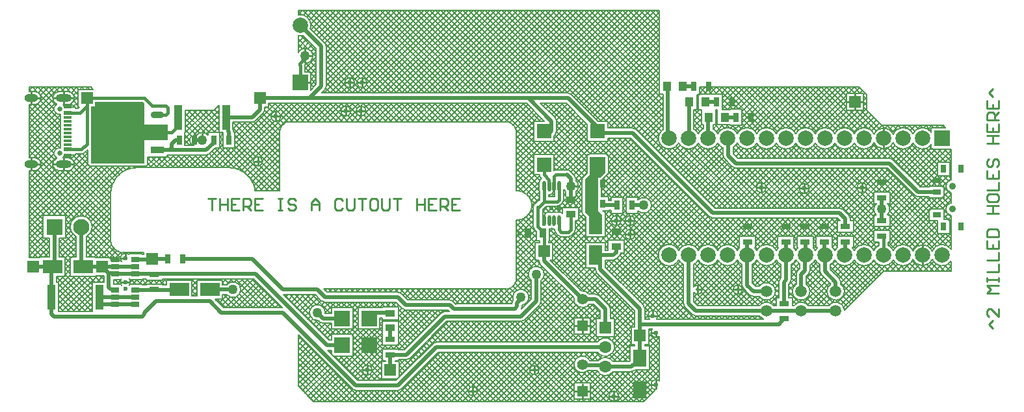
<source format=gtl>
G04*
G04 #@! TF.GenerationSoftware,Altium Limited,Altium Designer,21.0.9 (235)*
G04*
G04 Layer_Physical_Order=1*
G04 Layer_Color=255*
%FSLAX44Y44*%
%MOMM*%
G71*
G04*
G04 #@! TF.SameCoordinates,622A8C60-2CE5-4817-AE20-E8449A78C867*
G04*
G04*
G04 #@! TF.FilePolarity,Positive*
G04*
G01*
G75*
%ADD10C,0.2540*%
%ADD12C,0.4000*%
%ADD16R,0.9000X1.3000*%
%ADD17R,1.3000X0.9000*%
%ADD18O,0.4500X1.4500*%
G04:AMPARAMS|DCode=19|XSize=1.7542mm|YSize=3.1721mm|CornerRadius=0.4561mm|HoleSize=0mm|Usage=FLASHONLY|Rotation=180.000|XOffset=0mm|YOffset=0mm|HoleType=Round|Shape=RoundedRectangle|*
%AMROUNDEDRECTD19*
21,1,1.7542,2.2600,0,0,180.0*
21,1,0.8420,3.1721,0,0,180.0*
1,1,0.9122,-0.4210,1.1300*
1,1,0.9122,0.4210,1.1300*
1,1,0.9122,0.4210,-1.1300*
1,1,0.9122,-0.4210,-1.1300*
%
%ADD19ROUNDEDRECTD19*%
G04:AMPARAMS|DCode=20|XSize=1.7542mm|YSize=0.9134mm|CornerRadius=0.4567mm|HoleSize=0mm|Usage=FLASHONLY|Rotation=180.000|XOffset=0mm|YOffset=0mm|HoleType=Round|Shape=RoundedRectangle|*
%AMROUNDEDRECTD20*
21,1,1.7542,0.0000,0,0,180.0*
21,1,0.8408,0.9134,0,0,180.0*
1,1,0.9134,-0.4204,0.0000*
1,1,0.9134,0.4204,0.0000*
1,1,0.9134,0.4204,0.0000*
1,1,0.9134,-0.4204,0.0000*
%
%ADD20ROUNDEDRECTD20*%
%ADD21R,1.7542X0.9134*%
%ADD22R,0.8000X1.0000*%
%ADD23R,1.1000X0.7000*%
%ADD24R,1.0000X0.7000*%
%ADD25R,0.7000X1.0000*%
%ADD26R,0.7000X1.3000*%
%ADD27R,1.3000X0.7000*%
%ADD28R,1.9000X1.8500*%
%ADD29R,1.1400X0.3000*%
%ADD30R,1.1400X0.6000*%
%ADD31R,1.1000X1.2000*%
%ADD32R,1.7000X2.3000*%
%ADD33R,2.5000X1.7000*%
%ADD34R,1.7000X2.5000*%
%ADD35R,1.0000X3.2000*%
%ADD36R,2.0000X2.0000*%
%ADD69C,0.2032*%
%ADD70C,0.5000*%
%ADD71C,0.3810*%
%ADD72C,2.0000*%
%ADD73R,2.0000X2.0000*%
%ADD74C,0.9000*%
%ADD75C,1.5000*%
%ADD76R,1.5000X1.5000*%
%ADD77R,1.5000X1.5000*%
%ADD78C,2.1000*%
%ADD79R,2.1000X2.1000*%
%ADD80R,1.6000X1.6000*%
%ADD81C,1.6000*%
%ADD82C,0.6500*%
%ADD83O,2.1000X1.0000*%
%ADD84O,1.8000X1.0000*%
%ADD85R,1.4000X1.4000*%
%ADD86C,1.4000*%
%ADD87C,0.5000*%
%ADD88C,1.2700*%
%ADD89C,0.6000*%
G36*
X570000Y797927D02*
Y770000D01*
X600000D01*
Y750000D01*
X570000D01*
Y720000D01*
X500000D01*
Y744995D01*
X500001Y745000D01*
Y794500D01*
X505500D01*
Y799999D01*
X567929D01*
X570000Y797927D01*
D02*
G37*
G36*
X1170000Y708000D02*
X1163000Y701000D01*
X1160500D01*
Y685000D01*
X1161000D01*
Y675000D01*
X1160500D01*
Y659000D01*
X1161000D01*
Y658000D01*
X1166000Y653000D01*
Y628000D01*
X1149000D01*
Y651000D01*
X1144000Y656000D01*
Y699000D01*
X1150000Y705000D01*
Y728000D01*
X1170000D01*
Y708000D01*
D02*
G37*
D10*
X1495000Y800000D02*
Y810040D01*
Y800000D02*
X1505040D01*
X1495000Y789960D02*
Y800000D01*
X1484960D02*
X1495000D01*
X1532400Y752400D02*
Y764940D01*
Y739860D02*
Y752400D01*
X1504000Y688000D02*
X1509540D01*
X1504000D02*
Y693540D01*
X1498460Y688000D02*
X1504000D01*
Y682460D02*
Y688000D01*
X1429000Y681460D02*
Y687000D01*
X1434540D01*
X1429000D02*
Y692540D01*
X1423460Y687000D02*
X1429000D01*
X1373000Y688000D02*
Y693540D01*
Y688000D02*
X1378540D01*
X1367460D02*
X1373000D01*
Y682460D02*
Y688000D01*
X1202000Y639460D02*
Y645000D01*
X1207540D01*
X1202000D02*
Y650540D01*
X1196460Y645000D02*
X1202000D01*
X1184000D02*
Y650540D01*
X1178460Y645000D02*
X1184000D01*
X1189540D01*
X1184000Y639460D02*
Y645000D01*
X1125000Y690000D02*
X1133890D01*
X1583200Y600000D02*
Y612540D01*
Y587460D02*
Y600000D01*
X1342500Y555000D02*
Y560040D01*
X1337460Y555000D02*
X1342500D01*
X1347540D01*
X1342500Y549960D02*
Y555000D01*
X1202000Y621460D02*
Y627000D01*
Y632540D01*
X1196460Y627000D02*
X1202000D01*
X1207540D01*
X1290000Y555000D02*
X1295040D01*
X1290000D02*
Y560040D01*
Y549960D02*
Y555000D01*
X1232000Y521000D02*
X1237540D01*
X1232000D02*
Y526540D01*
X1226460Y521000D02*
X1232000D01*
X1230460Y499000D02*
X1236000D01*
Y493460D02*
Y499000D01*
Y431000D02*
Y436540D01*
X1230460Y431000D02*
X1236000D01*
Y425460D02*
Y431000D01*
X1181000Y416000D02*
X1186540D01*
X1181000D02*
Y421540D01*
Y410460D02*
Y416000D01*
X1140000Y507500D02*
X1149540D01*
X1140000Y497960D02*
Y507500D01*
Y517040D01*
X1130460Y507500D02*
X1140000D01*
X1175460Y416000D02*
X1181000D01*
X1140000Y412960D02*
Y422500D01*
X1149540D01*
X1140000D02*
Y432040D01*
X1130460Y422500D02*
X1140000D01*
X853000Y825000D02*
X858540D01*
X853000D02*
Y830540D01*
Y819460D02*
Y825000D01*
X847460D02*
X853000D01*
X779150Y860000D02*
X788040D01*
X779150D02*
Y868890D01*
Y851110D02*
Y860000D01*
X837000Y825000D02*
X842540D01*
X831460D02*
X837000D01*
Y819460D02*
Y825000D01*
Y830540D01*
X772500Y825000D02*
X785040D01*
X832000Y788000D02*
Y793540D01*
X852000Y782460D02*
Y788000D01*
X857540D01*
X852000D02*
Y793540D01*
X846460Y788000D02*
X852000D01*
X832000Y782460D02*
Y788000D01*
X837540D01*
X826460D02*
X832000D01*
X741000Y781000D02*
X746540D01*
X741000D02*
Y786540D01*
Y775460D02*
Y781000D01*
X735460D02*
X741000D01*
X645000Y750000D02*
Y758890D01*
X464300Y805000D02*
X477340D01*
X464300D02*
Y812540D01*
Y797460D02*
Y805000D01*
X451260D02*
X464300D01*
X422500D02*
X434040D01*
X422500D02*
Y812540D01*
Y797460D02*
Y805000D01*
X717500Y717460D02*
Y722500D01*
X722540D01*
X717500D02*
Y727540D01*
X712460Y722500D02*
X717500D01*
X464300Y718600D02*
X477340D01*
X464300D02*
Y726140D01*
X451260Y718600D02*
X464300D01*
X422500D02*
X434040D01*
X464300Y711060D02*
Y718600D01*
X422500Y711060D02*
Y718600D01*
Y726140D01*
X1077500Y450000D02*
Y455040D01*
X1072460Y450000D02*
X1077500D01*
X1082540D01*
X1077500Y444960D02*
Y450000D01*
X997500Y417460D02*
Y422500D01*
X1002540D01*
X997500D02*
Y427540D01*
X992460Y422500D02*
X997500D01*
X545000Y596000D02*
Y601540D01*
X539460Y596000D02*
X545000D01*
Y565000D02*
X550540D01*
X539460D02*
X545000D01*
X860000Y450000D02*
Y455540D01*
Y444460D02*
Y450000D01*
X865540D01*
X854460D02*
X860000D01*
X652540Y673775D02*
X662697D01*
X657618D01*
Y658540D01*
X667775Y673775D02*
Y658540D01*
Y666158D01*
X677932D01*
Y673775D01*
Y658540D01*
X693167Y673775D02*
X683010D01*
Y658540D01*
X693167D01*
X683010Y666158D02*
X688089D01*
X698245Y658540D02*
Y673775D01*
X705863D01*
X708402Y671236D01*
Y666158D01*
X705863Y663618D01*
X698245D01*
X703324D02*
X708402Y658540D01*
X723637Y673775D02*
X713480D01*
Y658540D01*
X723637D01*
X713480Y666158D02*
X718559D01*
X743950Y673775D02*
X749029D01*
X746490D01*
Y658540D01*
X743950D01*
X749029D01*
X766803Y671236D02*
X764264Y673775D01*
X759185D01*
X756646Y671236D01*
Y668697D01*
X759185Y666158D01*
X764264D01*
X766803Y663618D01*
Y661079D01*
X764264Y658540D01*
X759185D01*
X756646Y661079D01*
X787116Y658540D02*
Y668697D01*
X792195Y673775D01*
X797273Y668697D01*
Y658540D01*
Y666158D01*
X787116D01*
X827743Y671236D02*
X825204Y673775D01*
X820126D01*
X817587Y671236D01*
Y661079D01*
X820126Y658540D01*
X825204D01*
X827743Y661079D01*
X832822Y673775D02*
Y661079D01*
X835361Y658540D01*
X840439D01*
X842978Y661079D01*
Y673775D01*
X848057D02*
X858214D01*
X853135D01*
Y658540D01*
X870909Y673775D02*
X865831D01*
X863292Y671236D01*
Y661079D01*
X865831Y658540D01*
X870909D01*
X873448Y661079D01*
Y671236D01*
X870909Y673775D01*
X878527D02*
Y661079D01*
X881066Y658540D01*
X886144D01*
X888684Y661079D01*
Y673775D01*
X893762D02*
X903919D01*
X898840D01*
Y658540D01*
X924232Y673775D02*
Y658540D01*
Y666158D01*
X934389D01*
Y673775D01*
Y658540D01*
X949624Y673775D02*
X939467D01*
Y658540D01*
X949624D01*
X939467Y666158D02*
X944546D01*
X954702Y658540D02*
Y673775D01*
X962320D01*
X964859Y671236D01*
Y666158D01*
X962320Y663618D01*
X954702D01*
X959781D02*
X964859Y658540D01*
X980094Y673775D02*
X969937D01*
Y658540D01*
X980094D01*
X969937Y666158D02*
X975016D01*
X1674843Y504540D02*
X1669764Y509618D01*
X1674843Y514697D01*
X1682460Y529932D02*
Y519775D01*
X1672303Y529932D01*
X1669764D01*
X1667225Y527393D01*
Y522314D01*
X1669764Y519775D01*
X1682460Y550245D02*
X1667225D01*
X1672303Y555324D01*
X1667225Y560402D01*
X1682460D01*
X1667225Y565480D02*
Y570559D01*
Y568019D01*
X1682460D01*
Y565480D01*
Y570559D01*
X1667225Y578176D02*
X1682460D01*
Y588333D01*
X1667225Y593411D02*
X1682460D01*
Y603568D01*
X1667225Y618803D02*
Y608646D01*
X1682460D01*
Y618803D01*
X1674843Y608646D02*
Y613725D01*
X1667225Y623881D02*
X1682460D01*
Y631499D01*
X1679921Y634038D01*
X1669764D01*
X1667225Y631499D01*
Y623881D01*
Y654352D02*
X1682460D01*
X1674843D01*
Y664508D01*
X1667225D01*
X1682460D01*
X1667225Y677204D02*
Y672126D01*
X1669764Y669587D01*
X1679921D01*
X1682460Y672126D01*
Y677204D01*
X1679921Y679743D01*
X1669764D01*
X1667225Y677204D01*
Y684822D02*
X1682460D01*
Y694978D01*
X1667225Y710213D02*
Y700057D01*
X1682460D01*
Y710213D01*
X1674843Y700057D02*
Y705135D01*
X1669764Y725449D02*
X1667225Y722909D01*
Y717831D01*
X1669764Y715292D01*
X1672303D01*
X1674843Y717831D01*
Y722909D01*
X1677382Y725449D01*
X1679921D01*
X1682460Y722909D01*
Y717831D01*
X1679921Y715292D01*
X1667225Y745762D02*
X1682460D01*
X1674843D01*
Y755919D01*
X1667225D01*
X1682460D01*
X1667225Y771154D02*
Y760997D01*
X1682460D01*
Y771154D01*
X1674843Y760997D02*
Y766075D01*
X1682460Y776232D02*
X1667225D01*
Y783850D01*
X1669764Y786389D01*
X1674843D01*
X1677382Y783850D01*
Y776232D01*
Y781311D02*
X1682460Y786389D01*
X1667225Y801624D02*
Y791467D01*
X1682460D01*
Y801624D01*
X1674843Y791467D02*
Y796545D01*
Y806702D02*
X1669764Y811781D01*
X1674843Y816859D01*
D12*
X1122071Y630000D02*
X1125000Y632929D01*
Y653500D01*
X1112679Y630000D02*
X1122071D01*
X1090250Y610000D02*
Y629250D01*
X1082343Y637157D02*
X1090250Y629250D01*
X1082343Y663000D02*
X1083250D01*
X1082343Y637157D02*
Y663000D01*
X1083250D02*
X1090250Y670000D01*
X1532400Y600000D02*
Y623500D01*
X771657Y848343D02*
X772500Y847500D01*
X779150Y857646D02*
Y860000D01*
X771657Y850153D02*
X779150Y857646D01*
X771657Y848343D02*
Y850153D01*
X772500Y825000D02*
Y847500D01*
X1530900Y625000D02*
X1532400Y623500D01*
X1530000Y625000D02*
X1530900D01*
X1105593Y705000D02*
X1120000D01*
X1103250Y689750D02*
Y702657D01*
X1105593Y705000D01*
X1090250Y670000D02*
Y689750D01*
X1107407Y670000D02*
X1109750Y672343D01*
Y689750D01*
X1090250Y670000D02*
X1107407D01*
X1090000Y705000D02*
Y718250D01*
Y705000D02*
X1096654Y698346D01*
Y689846D02*
X1096750Y689750D01*
X1096654Y689846D02*
Y698346D01*
X1109750Y632929D02*
X1112679Y630000D01*
X1109750Y632929D02*
Y645250D01*
D16*
X1069500Y629000D02*
D03*
X1088500D02*
D03*
D17*
X1184000Y630500D02*
D03*
Y611500D02*
D03*
X1125000Y653500D02*
D03*
Y672500D02*
D03*
X890000Y524000D02*
D03*
Y505000D02*
D03*
D18*
X1090250Y645250D02*
D03*
X1096750D02*
D03*
X1103250D02*
D03*
X1109750D02*
D03*
X1090250Y689750D02*
D03*
X1096750D02*
D03*
X1103250D02*
D03*
X1109750D02*
D03*
D19*
X523750Y760000D02*
D03*
D20*
X586250Y783000D02*
D03*
Y760000D02*
D03*
D21*
Y737000D02*
D03*
D22*
X1610500Y712500D02*
D03*
Y637500D02*
D03*
X1633500D02*
D03*
Y712500D02*
D03*
D23*
X1601500Y652500D02*
D03*
Y697500D02*
D03*
Y682500D02*
D03*
D24*
X532000Y575500D02*
D03*
Y585000D02*
D03*
Y594500D02*
D03*
X558000D02*
D03*
Y585000D02*
D03*
Y575500D02*
D03*
X532000Y535500D02*
D03*
Y545000D02*
D03*
Y554500D02*
D03*
X558000D02*
D03*
Y545000D02*
D03*
Y535500D02*
D03*
D25*
X1148000Y693000D02*
D03*
X1157500D02*
D03*
X1167000D02*
D03*
Y667000D02*
D03*
X1157500D02*
D03*
X1148000D02*
D03*
D26*
X620000Y595000D02*
D03*
X600000D02*
D03*
X1185000Y665000D02*
D03*
X1205000D02*
D03*
X635000Y750000D02*
D03*
X615000D02*
D03*
X680000D02*
D03*
X660000D02*
D03*
X1305000Y820000D02*
D03*
X1285000D02*
D03*
X1335000Y800000D02*
D03*
X1315000D02*
D03*
X1360000Y780000D02*
D03*
X1340000D02*
D03*
D27*
X582500Y575000D02*
D03*
Y555000D02*
D03*
X890000Y470000D02*
D03*
Y490000D02*
D03*
X1405000Y637500D02*
D03*
Y617500D02*
D03*
X1530000Y695000D02*
D03*
Y675000D02*
D03*
X1403000Y537000D02*
D03*
Y517000D02*
D03*
X1482500Y617500D02*
D03*
Y637500D02*
D03*
X1530000Y645000D02*
D03*
Y625000D02*
D03*
X1430000Y637500D02*
D03*
Y617500D02*
D03*
X1355000Y637500D02*
D03*
Y617500D02*
D03*
X1455000Y637500D02*
D03*
Y617500D02*
D03*
D28*
X1090000Y718250D02*
D03*
Y761750D02*
D03*
X1160000Y718250D02*
D03*
Y761750D02*
D03*
D29*
X470000Y759300D02*
D03*
Y764300D02*
D03*
Y754300D02*
D03*
Y769300D02*
D03*
Y749300D02*
D03*
Y774300D02*
D03*
Y744300D02*
D03*
Y779300D02*
D03*
D30*
Y793800D02*
D03*
Y785800D02*
D03*
Y737800D02*
D03*
Y729800D02*
D03*
D31*
X1271000Y820000D02*
D03*
X1250000D02*
D03*
X1300500Y800000D02*
D03*
X1279500D02*
D03*
X1325500Y780000D02*
D03*
X1304500D02*
D03*
D32*
X1215000Y424000D02*
D03*
Y466000D02*
D03*
D33*
X490000Y585000D02*
D03*
X450000D02*
D03*
X655000Y555000D02*
D03*
X615000D02*
D03*
D34*
X1157500Y640000D02*
D03*
Y600000D02*
D03*
D35*
X511000Y545000D02*
D03*
X449000D02*
D03*
X614000Y780000D02*
D03*
X676000D02*
D03*
D36*
X827500Y482500D02*
D03*
X862500Y517500D02*
D03*
Y482500D02*
D03*
X827500Y517500D02*
D03*
D69*
X1594584Y760576D02*
G03*
X1570500Y758329I-11384J-8176D01*
G01*
Y746471D02*
G03*
X1594584Y744224I12700J5929D01*
G01*
X1544850Y747038D02*
G03*
X1570500Y746471I12950J5362D01*
G01*
Y758329D02*
G03*
X1544850Y757762I-12700J-5929D01*
G01*
D02*
G03*
X1519950Y757762I-12450J-5362D01*
G01*
Y747038D02*
G03*
X1544850Y747038I12450J5362D01*
G01*
X1519950Y757762D02*
G03*
X1494300Y758329I-12950J-5362D01*
G01*
D02*
G03*
X1468900Y758329I-12700J-5929D01*
G01*
X1494300Y746471D02*
G03*
X1519950Y747038I12700J5929D01*
G01*
X1468900Y746471D02*
G03*
X1494300Y746471I12700J5929D01*
G01*
X1468900Y758329D02*
G03*
X1443500Y758329I-12700J-5929D01*
G01*
Y746471D02*
G03*
X1468900Y746471I12700J5929D01*
G01*
X1418100D02*
G03*
X1443500Y746471I12700J5929D01*
G01*
Y758329D02*
G03*
X1418100Y758329I-12700J-5929D01*
G01*
X1392700Y746471D02*
G03*
X1418100Y746471I12700J5929D01*
G01*
Y758329D02*
G03*
X1392700Y758329I-12700J-5929D01*
G01*
D02*
G03*
X1367300Y758329I-12700J-5929D01*
G01*
Y746471D02*
G03*
X1392700Y746471I12700J5929D01*
G01*
X1367300Y758329D02*
G03*
X1341900Y758329I-12700J-5929D01*
G01*
Y746471D02*
G03*
X1367300Y746471I12700J5929D01*
G01*
X1620103Y698302D02*
G03*
X1620103Y681698I1897J-8302D01*
G01*
Y698302D02*
G03*
X1620103Y681698I1897J-8302D01*
G01*
X1544608Y724607D02*
G03*
X1540000Y726516I-4608J-4608D01*
G01*
X1544608Y724607D02*
G03*
X1540000Y726516I-4608J-4608D01*
G01*
X1572892Y677893D02*
G03*
X1577500Y675984I4608J4608D01*
G01*
X1572892Y677893D02*
G03*
X1577500Y675984I4608J4608D01*
G01*
X1620103Y668302D02*
G03*
X1620103Y651698I1897J-8302D01*
G01*
Y668302D02*
G03*
X1620103Y651698I1897J-8302D01*
G01*
X1540366Y660000D02*
G03*
X1537172Y667484I-10366J0D01*
G01*
X1522827D02*
G03*
X1522828Y652516I7172J-7484D01*
G01*
X1537172D02*
G03*
X1540366Y660000I-7172J7484D01*
G01*
X1510556Y688000D02*
G03*
X1510556Y688000I-6556J0D01*
G01*
X1379556D02*
G03*
X1379556Y688000I-6556J0D01*
G01*
X1435556Y687000D02*
G03*
X1435556Y687000I-6556J0D01*
G01*
X1489016Y647500D02*
G03*
X1487108Y652107I-6516J0D01*
G01*
X1489016Y647500D02*
G03*
X1487108Y652107I-6516J0D01*
G01*
X1479608Y659607D02*
G03*
X1475000Y661516I-4608J-4608D01*
G01*
X1479608Y659607D02*
G03*
X1475000Y661516I-4608J-4608D01*
G01*
X1341900Y758329D02*
G03*
X1316500Y758329I-12700J-5929D01*
G01*
X1291100Y746471D02*
G03*
X1316500Y746471I12700J5929D01*
G01*
Y758329D02*
G03*
X1310666Y764619I-12700J-5929D01*
G01*
X1336516Y740445D02*
G03*
X1341900Y746471I-7316J11955D01*
G01*
X1316500D02*
G03*
X1323484Y739603I12700J5929D01*
G01*
X1297634Y764987D02*
G03*
X1291100Y758329I6166J-12587D01*
G01*
D02*
G03*
X1285466Y764504I-12700J-5929D01*
G01*
X1244984Y763897D02*
G03*
X1265700Y746471I8016J-11497D01*
G01*
D02*
G03*
X1291100Y746471I12700J5929D01*
G01*
X1126107Y809607D02*
G03*
X1121500Y811516I-4608J-4608D01*
G01*
X1126107Y809607D02*
G03*
X1121500Y811516I-4608J-4608D01*
G01*
X1106516Y775000D02*
G03*
X1104607Y779607I-6516J0D01*
G01*
X1106516Y775000D02*
G03*
X1104607Y779607I-6516J0D01*
G01*
X1210358Y763857D02*
G03*
X1205750Y765766I-4608J-4608D01*
G01*
X1210358Y763857D02*
G03*
X1205750Y765766I-4608J-4608D01*
G01*
X1104607Y757142D02*
G03*
X1106516Y761750I-4608J4608D01*
G01*
X1104607Y757142D02*
G03*
X1106516Y761750I-4608J4608D01*
G01*
X1323484Y730000D02*
G03*
X1325392Y725393I6516J0D01*
G01*
X1323484Y730000D02*
G03*
X1325392Y725393I6516J0D01*
G01*
X1335392Y715393D02*
G03*
X1340000Y713484I4608J4608D01*
G01*
X1335392Y715393D02*
G03*
X1340000Y713484I4608J4608D01*
G01*
X1230366Y665000D02*
G03*
X1212516Y672172I-10366J0D01*
G01*
Y657828D02*
G03*
X1230366Y665000I7484J7172D01*
G01*
X1305392Y650393D02*
G03*
X1310000Y648484I4608J4608D01*
G01*
X1305392Y650393D02*
G03*
X1310000Y648484I4608J4608D01*
G01*
X1208556Y645000D02*
G03*
X1208556Y645000I-6556J0D01*
G01*
X1190556D02*
G03*
X1190556Y645000I-6556J0D01*
G01*
X1134906Y690000D02*
G03*
X1131516Y697461I-9906J0D01*
G01*
Y682539D02*
G03*
X1134906Y690000I-6516J7461D01*
G01*
X1131516Y700000D02*
G03*
X1129607Y704607I-6516J0D01*
G01*
X1131516Y700000D02*
G03*
X1129607Y704607I-6516J0D01*
G01*
X1124607Y709607D02*
G03*
X1117497Y711016I-4608J-4608D01*
G01*
X1105593D02*
G03*
X1103516Y710646I0J-6016D01*
G01*
X1105593Y711016D02*
G03*
X1103516Y710646I0J-6016D01*
G01*
X1116016Y685827D02*
G03*
X1118484Y682539I8984J4173D01*
G01*
X1115766Y682998D02*
G03*
X1116016Y684750I-6016J1752D01*
G01*
X1103566Y683742D02*
G03*
X1103734Y682998I6184J1008D01*
G01*
X1096266Y678503D02*
G03*
X1102934Y683742I484J6247D01*
G01*
X1118484Y677000D02*
G03*
X1131516Y677000I6516J0D01*
G01*
X1113997Y668082D02*
G03*
X1115766Y672343I-4247J4261D01*
G01*
X1114004Y668089D02*
G03*
X1115766Y672343I-4254J4254D01*
G01*
X1107407Y663984D02*
G03*
X1111668Y665753I0J6016D01*
G01*
X1107407Y663984D02*
G03*
X1111661Y665746I0J6016D01*
G01*
X1114484Y654355D02*
G03*
X1106500Y655607I-4734J-4105D01*
G01*
D02*
G03*
X1100000Y655607I-3250J-5357D01*
G01*
Y634893D02*
G03*
X1103734Y634003I3250J5357D01*
G01*
X1100000Y655607D02*
G03*
X1090484Y650250I-3250J-5357D01*
G01*
X1097016Y633990D02*
G03*
X1100000Y634893I-266J6260D01*
G01*
X1620103Y608008D02*
G03*
X1595650Y605362I-11503J-8008D01*
G01*
D02*
G03*
X1570750Y605362I-12450J-5362D01*
G01*
D02*
G03*
X1545100Y605929I-12950J-5362D01*
G01*
D02*
G03*
X1538416Y612659I-12700J-5929D01*
G01*
X1570750Y594638D02*
G03*
X1595650Y594638I12450J5362D01*
G01*
D02*
G03*
X1620103Y591992I12950J5362D01*
G01*
X1545100Y594071D02*
G03*
X1570750Y594638I12700J5929D01*
G01*
X1519700Y594071D02*
G03*
X1545100Y594071I12700J5929D01*
G01*
X1526384Y612659D02*
G03*
X1519700Y605929I6016J-12659D01*
G01*
D02*
G03*
X1494300Y605929I-12700J-5929D01*
G01*
X1471984Y610197D02*
G03*
X1468900Y605929I9616J-10197D01*
G01*
D02*
G03*
X1465516Y610472I-12700J-5929D01*
G01*
X1494300Y605929D02*
G03*
X1491437Y609984I-12700J-5929D01*
G01*
X1494300Y594071D02*
G03*
X1519700Y594071I12700J5929D01*
G01*
X1468900D02*
G03*
X1494300Y594071I12700J5929D01*
G01*
X1462716Y587591D02*
G03*
X1468900Y594071I-6516J12409D01*
G01*
X1443500Y605929D02*
G03*
X1440516Y610102I-12700J-5929D01*
G01*
X1420963Y609984D02*
G03*
X1418100Y605929I9837J-9984D01*
G01*
D02*
G03*
X1415237Y609984I-12700J-5929D01*
G01*
X1395563D02*
G03*
X1392700Y605929I9837J-9984D01*
G01*
X1446363Y609984D02*
G03*
X1443500Y605929I9837J-9984D01*
G01*
Y594071D02*
G03*
X1449684Y587591I12700J5929D01*
G01*
X1436516Y587202D02*
G03*
X1443500Y594071I-5716J12797D01*
G01*
X1418100D02*
G03*
X1423484Y588045I12700J5929D01*
G01*
X1392700Y594071D02*
G03*
X1398884Y587591I12700J5929D01*
G01*
X1411916D02*
G03*
X1418100Y594071I-6516J12409D01*
G01*
X1392700Y605929D02*
G03*
X1367300Y605929I-12700J-5929D01*
G01*
X1341900D02*
G03*
X1316500Y605929I-12700J-5929D01*
G01*
X1344763Y609984D02*
G03*
X1341900Y605929I9837J-9984D01*
G01*
X1367300D02*
G03*
X1364437Y609984I-12700J-5929D01*
G01*
X1361116Y587591D02*
G03*
X1367300Y594071I-6516J12409D01*
G01*
X1341900D02*
G03*
X1348084Y587591I12700J5929D01*
G01*
X1367300Y594071D02*
G03*
X1392700Y594071I12700J5929D01*
G01*
X1316500D02*
G03*
X1341900Y594071I12700J5929D01*
G01*
X1476516Y565000D02*
G03*
X1474608Y569608I-6516J0D01*
G01*
X1449684Y578800D02*
G03*
X1451593Y574193I6516J0D01*
G01*
X1449684Y578800D02*
G03*
X1451593Y574193I6516J0D01*
G01*
X1434608Y575392D02*
G03*
X1436516Y580000I-4608J4608D01*
G01*
X1434608Y575392D02*
G03*
X1436516Y580000I-4608J4608D01*
G01*
X1476516Y565000D02*
G03*
X1474608Y569608I-6516J0D01*
G01*
X1420392Y579608D02*
G03*
X1418484Y575000I4608J-4608D01*
G01*
X1420392Y579608D02*
G03*
X1418484Y575000I4608J-4608D01*
G01*
X1410007Y563293D02*
G03*
X1411916Y567900I-4608J4608D01*
G01*
X1410007Y563293D02*
G03*
X1411916Y567900I-4608J4608D01*
G01*
X1481516Y552700D02*
G03*
X1476516Y562195I-11516J0D01*
G01*
X1463484D02*
G03*
X1481516Y552700I6516J-9495D01*
G01*
X1481458Y528458D02*
G03*
X1460505Y533816I-11458J-1158D01*
G01*
X1436516Y552700D02*
G03*
X1431516Y562195I-11516J0D01*
G01*
X1418484D02*
G03*
X1436516Y552700I6516J-9495D01*
G01*
X1434495Y533816D02*
G03*
X1415505Y533816I-9495J-6516D01*
G01*
X1397892Y569608D02*
G03*
X1395984Y565000I4608J-4608D01*
G01*
X1397892Y569608D02*
G03*
X1395984Y565000I4608J-4608D01*
G01*
X1391516Y552700D02*
G03*
X1370505Y559216I-11516J0D01*
G01*
X1348084Y560806D02*
G03*
X1349993Y556199I6516J0D01*
G01*
X1348084Y560806D02*
G03*
X1349993Y556199I6516J0D01*
G01*
X1358098Y548092D02*
G03*
X1362706Y546184I4608J4608D01*
G01*
X1358098Y548092D02*
G03*
X1362706Y546184I4608J4608D01*
G01*
X1348556Y555000D02*
G03*
X1348556Y555000I-6056J0D01*
G01*
X1370505Y546184D02*
G03*
X1391516Y552700I9495J6516D01*
G01*
X1389495Y533816D02*
G03*
X1370505Y533816I-9495J-6516D01*
G01*
Y520784D02*
G03*
X1375960Y516516I9495J6516D01*
G01*
X1316500Y605929D02*
G03*
X1291100Y605929I-12700J-5929D01*
G01*
Y594071D02*
G03*
X1316500Y594071I12700J5929D01*
G01*
X1284916Y587591D02*
G03*
X1291100Y594071I-6516J12409D01*
G01*
Y605929D02*
G03*
X1265700Y605929I-12700J-5929D01*
G01*
Y594071D02*
G03*
X1271884Y587591I12700J5929D01*
G01*
X1208556Y627000D02*
G03*
X1208556Y627000I-6556J0D01*
G01*
X1265700Y605929D02*
G03*
X1265700Y594071I-12700J-5929D01*
G01*
X1188607Y599393D02*
G03*
X1190436Y602984I-4608J4608D01*
G01*
X1188607Y599393D02*
G03*
X1190436Y602984I-4608J4608D01*
G01*
X1180000Y593484D02*
G03*
X1184607Y595392I0J6516D01*
G01*
X1180000Y593484D02*
G03*
X1184607Y595392I0J6516D01*
G01*
X1296056Y555000D02*
G03*
X1284916Y558291I-6056J0D01*
G01*
Y551709D02*
G03*
X1296056Y555000I5084J3291D01*
G01*
X1271884Y536600D02*
G03*
X1273792Y531992I6516J0D01*
G01*
X1271884Y536600D02*
G03*
X1273792Y531992I6516J0D01*
G01*
X1221516Y530000D02*
G03*
X1219607Y534608I-6516J0D01*
G01*
X1221516Y530000D02*
G03*
X1219607Y534608I-6516J0D01*
G01*
X1176516Y530000D02*
G03*
X1174607Y534608I-6516J0D01*
G01*
X1176516Y530000D02*
G03*
X1174607Y534608I-6516J0D01*
G01*
X1129254Y628675D02*
G03*
X1131016Y632929I-4254J4254D01*
G01*
X1129247Y628668D02*
G03*
X1131016Y632929I-4247J4261D01*
G01*
X1103734D02*
G03*
X1105503Y628668I6016J0D01*
G01*
X1103734Y632929D02*
G03*
X1105496Y628675I6016J0D01*
G01*
X1122071Y623984D02*
G03*
X1126332Y625753I0J6016D01*
G01*
X1108418D02*
G03*
X1112679Y623984I4261J4247D01*
G01*
X1108425Y625746D02*
G03*
X1112679Y623984I4254J4254D01*
G01*
X1122071D02*
G03*
X1126325Y625746I0J6016D01*
G01*
X1156984Y581500D02*
G03*
X1158893Y576893I6516J0D01*
G01*
X1156984Y581500D02*
G03*
X1158893Y576893I6516J0D01*
G01*
X1162107Y547108D02*
G03*
X1157500Y549016I-4608J-4608D01*
G01*
X1162107Y547108D02*
G03*
X1157500Y549016I-4608J-4608D01*
G01*
X1148882D02*
G03*
X1138327Y553388I-8882J-6516D01*
G01*
X1129112Y544173D02*
G03*
X1148882Y535984I10888J-1673D01*
G01*
X1283092Y522692D02*
G03*
X1287700Y520784I4608J4608D01*
G01*
X1283092Y522692D02*
G03*
X1287700Y520784I4608J4608D01*
G01*
X1238556Y521000D02*
G03*
X1227217Y516516I-6556J0D01*
G01*
X1236783D02*
G03*
X1238556Y521000I-4783J4484D01*
G01*
X1231217Y503484D02*
G03*
X1240103Y493887I4783J-4484D01*
G01*
Y436113D02*
G03*
X1235442Y424468I-4103J-5113D01*
G01*
X1202484Y462486D02*
G03*
X1201393Y461608I3516J-5486D01*
G01*
X1202484Y462486D02*
G03*
X1201393Y461608I3516J-5486D01*
G01*
X1203600Y448084D02*
G03*
X1208207Y449992I0J6516D01*
G01*
X1203600Y448084D02*
G03*
X1208207Y449992I0J6516D01*
G01*
X1182016Y480000D02*
G03*
X1159904Y486516I-12016J0D01*
G01*
Y473484D02*
G03*
X1182016Y480000I10096J6516D01*
G01*
X1180096Y461116D02*
G03*
X1161004Y462566I-10096J-6516D01*
G01*
X1159104Y449534D02*
G03*
X1180096Y448084I10896J5066D01*
G01*
X1187556Y416000D02*
G03*
X1187556Y416000I-6556J0D01*
G01*
X1149782Y462566D02*
G03*
X1147609Y449534I-9782J-5066D01*
G01*
X859556Y825000D02*
G03*
X859556Y825000I-6556J0D01*
G01*
X806516Y872500D02*
G03*
X804607Y877107I-6516J0D01*
G01*
X806516Y872500D02*
G03*
X804607Y877107I-6516J0D01*
G01*
X789056Y860000D02*
G03*
X770103Y864035I-9906J0D01*
G01*
X785882Y895833D02*
G03*
X786516Y900000I-13382J4167D01*
G01*
D02*
G03*
X770103Y913810I-14016J0D01*
G01*
Y886190D02*
G03*
X776667Y886618I2397J13809D01*
G01*
X780157Y850145D02*
G03*
X789056Y860000I-1007J9855D01*
G01*
X778516Y847500D02*
G03*
X778444Y848431I-6016J0D01*
G01*
X778516Y847500D02*
G03*
X778444Y848431I-6016J0D01*
G01*
X843556Y825000D02*
G03*
X843556Y825000I-6556J0D01*
G01*
X804607Y815393D02*
G03*
X806516Y820000I-4608J4608D01*
G01*
X804607Y815393D02*
G03*
X806516Y820000I-4608J4608D01*
G01*
X1083984Y704984D02*
G03*
X1085746Y700746I6016J16D01*
G01*
X1083984Y704984D02*
G03*
X1085753Y700739I6016J16D01*
G01*
X1086629Y699864D02*
G03*
X1083984Y694750I3621J-5113D01*
G01*
Y684750D02*
G03*
X1084234Y682998I6266J0D01*
G01*
X1080454Y668712D02*
G03*
X1076327Y663000I1890J-5712D01*
G01*
X1080454Y668712D02*
G03*
X1076327Y663000I1890J-5712D01*
G01*
Y637157D02*
G03*
X1078096Y632896I6016J0D01*
G01*
X1076327Y637157D02*
G03*
X1078089Y632903I6016J0D01*
G01*
X858556Y788000D02*
G03*
X858556Y788000I-6556J0D01*
G01*
X838556D02*
G03*
X838556Y788000I-6556J0D01*
G01*
X747556Y781000D02*
G03*
X747556Y781000I-6556J0D01*
G01*
X724607Y785393D02*
G03*
X726516Y790000I-4608J4608D01*
G01*
X724607Y785393D02*
G03*
X726516Y790000I-4608J4608D01*
G01*
X710000Y773484D02*
G03*
X714607Y775393I0J6516D01*
G01*
X710000Y773484D02*
G03*
X714607Y775393I0J6516D01*
G01*
X686496Y760516D02*
G03*
X685016Y764159I-6496J-516D01*
G01*
X686496Y760516D02*
G03*
X685016Y764159I-6496J-516D01*
G01*
X672163Y759984D02*
G03*
X672484Y758997I6337J1516D01*
G01*
X672163Y759984D02*
G03*
X672484Y758997I6337J1516D01*
G01*
X652484Y756490D02*
G03*
X637539Y756516I-7484J-6490D01*
G01*
X635000D02*
G03*
X634355Y743516I0J-6516D01*
G01*
X478356Y805000D02*
G03*
X469800Y813556I-8556J0D01*
G01*
Y796444D02*
G03*
X478356Y805000I0J8556D01*
G01*
X466251Y792816D02*
G03*
X463750Y796444I-6951J-2116D01*
G01*
X466251Y792816D02*
G03*
X463750Y796444I-6951J-2116D01*
G01*
X455714Y797020D02*
G03*
X460284Y783501I3586J-6320D01*
G01*
X455714Y797020D02*
G03*
X460284Y783501I3586J-6320D01*
G01*
X458800Y813556D02*
G03*
X455714Y797020I0J-8556D01*
G01*
X426500Y796444D02*
G03*
X435056Y805000I0J8556D01*
G01*
D02*
G03*
X426500Y813556I-8556J0D01*
G01*
X650000Y730484D02*
G03*
X654607Y732393I0J6516D01*
G01*
X650000Y730484D02*
G03*
X654607Y732393I0J6516D01*
G01*
X723556Y722500D02*
G03*
X723556Y722500I-6056J0D01*
G01*
X487800Y731879D02*
G03*
X491987Y733613I0J5921D01*
G01*
X487800Y731879D02*
G03*
X491987Y733613I0J5921D01*
G01*
X463750Y727156D02*
G03*
X466251Y730784I-4450J5744D01*
G01*
X478356Y718600D02*
G03*
X469800Y727156I-8556J0D01*
G01*
Y710044D02*
G03*
X478356Y718600I0J8556D01*
G01*
X463750Y727156D02*
G03*
X466251Y730784I-4450J5744D01*
G01*
X460284Y740099D02*
G03*
X455714Y726580I-984J-7199D01*
G01*
X460284Y740099D02*
G03*
X455714Y726580I-984J-7199D01*
G01*
X435056Y718600D02*
G03*
X426500Y727156I-8556J0D01*
G01*
X455714Y726580D02*
G03*
X458800Y710044I3086J-7980D01*
G01*
X426500D02*
G03*
X435056Y718600I0J8556D01*
G01*
X494016Y624029D02*
G03*
X502016Y637000I-6516J12971D01*
G01*
D02*
G03*
X480984Y624029I-14516J0D01*
G01*
X1086516Y566938D02*
G03*
X1090366Y575000I-6516J8062D01*
G01*
X1083484Y592500D02*
G03*
X1085393Y587892I6516J0D01*
G01*
X1083484Y592500D02*
G03*
X1085393Y587892I6516J0D01*
G01*
X1090366Y575000D02*
G03*
X1073484Y566938I-10366J0D01*
G01*
X1084607Y535392D02*
G03*
X1086516Y540000I-4608J4608D01*
G01*
X1084607Y535392D02*
G03*
X1086516Y540000I-4608J4608D01*
G01*
X1070366Y545000D02*
G03*
X1050036Y542140I-10366J0D01*
G01*
X1061507Y534744D02*
G03*
X1070366Y545000I-1507J10256D01*
G01*
X1060625Y529840D02*
G03*
X1061507Y533114I-5634J3273D01*
G01*
X1060625Y529840D02*
G03*
X1061507Y533114I-5634J3273D01*
G01*
X1050036Y542140D02*
G03*
X1048475Y537907I4955J-4232D01*
G01*
X1050036Y542140D02*
G03*
X1048475Y537907I4955J-4232D01*
G01*
X1060000Y513484D02*
G03*
X1064607Y515392I0J6516D01*
G01*
X1060000Y513484D02*
G03*
X1064607Y515392I0J6516D01*
G01*
X972148Y539608D02*
G03*
X967540Y541516I-4608J-4608D01*
G01*
X972148Y539608D02*
G03*
X967540Y541516I-4608J-4608D01*
G01*
X977460Y536516D02*
G03*
X975531Y536224I0J-6516D01*
G01*
X977460Y536516D02*
G03*
X975531Y536224I0J-6516D01*
G01*
X904607Y549608D02*
G03*
X900000Y551516I-4608J-4608D01*
G01*
X904607Y549608D02*
G03*
X900000Y551516I-4608J-4608D01*
G01*
X905393Y530392D02*
G03*
X910000Y528484I4608J4608D01*
G01*
X961000Y526516D02*
G03*
X956393Y524608I0J-6516D01*
G01*
X961000Y526516D02*
G03*
X956393Y524608I0J-6516D01*
G01*
X905393Y530392D02*
G03*
X910000Y528484I4608J4608D01*
G01*
X1083556Y450000D02*
G03*
X1083556Y450000I-6056J0D01*
G01*
X950000Y486516D02*
G03*
X945393Y484608I0J-6516D01*
G01*
X950000Y486516D02*
G03*
X945393Y484608I0J-6516D01*
G01*
X1003556Y422500D02*
G03*
X1003556Y422500I-6056J0D01*
G01*
X911000Y463484D02*
G03*
X915608Y465392I0J6516D01*
G01*
X911000Y463484D02*
G03*
X915608Y465392I0J6516D01*
G01*
X900000Y423484D02*
G03*
X904607Y425392I0J6516D01*
G01*
X900000Y423484D02*
G03*
X904607Y425392I0J6516D01*
G01*
X548984Y601207D02*
G03*
X539446Y592516I-3984J-5207D01*
G01*
X550838Y567984D02*
G03*
X550207Y568984I-5838J-2984D01*
G01*
X539446Y592516D02*
G03*
X540217Y591516I5554J3484D01*
G01*
X539793Y568984D02*
G03*
X539162Y567984I5207J-3984D01*
G01*
X695366Y555000D02*
G03*
X676938Y561516I-10366J0D01*
G01*
X551556Y565000D02*
G03*
X550838Y567984I-6556J0D01*
G01*
X539162D02*
G03*
X539162Y562016I5838J-2984D01*
G01*
X550838D02*
G03*
X551556Y565000I-5838J2984D01*
G01*
X549768Y560500D02*
G03*
X550838Y562016I-4768J4500D01*
G01*
X539162D02*
G03*
X540232Y560500I5838J2984D01*
G01*
X866556Y450000D02*
G03*
X866556Y450000I-6556J0D01*
G01*
X840393Y425392D02*
G03*
X845000Y423484I4608J4608D01*
G01*
X840393Y425392D02*
G03*
X845000Y423484I4608J4608D01*
G01*
X800393Y540392D02*
G03*
X805000Y538484I4608J4608D01*
G01*
X800393Y540392D02*
G03*
X805000Y538484I4608J4608D01*
G01*
X676938Y548484D02*
G03*
X695366Y555000I8062J6516D01*
G01*
X805319Y524016D02*
G03*
X805366Y525000I-10319J984D01*
G01*
D02*
G03*
X796093Y514692I-10366J0D01*
G01*
X797893Y512892D02*
G03*
X802500Y510984I4608J4608D01*
G01*
X797893Y512892D02*
G03*
X802500Y510984I4608J4608D01*
G01*
X1594475Y769129D02*
X1597188Y766416D01*
X1599785D02*
X1602498Y769129D01*
X1580106D02*
X1582824Y766411D01*
X1585263Y766263D02*
X1588129Y769129D01*
X1576559Y764743D02*
X1580945Y769129D01*
X1590531Y764346D02*
X1595313Y769129D01*
X1572922D02*
X1577054Y764997D01*
X1506056Y792890D02*
X1533003Y765943D01*
X1510103Y789129D02*
X1530103Y769129D01*
X1506376Y766402D02*
X1519603Y779629D01*
X1512465Y765307D02*
X1523195Y776037D01*
X1502818Y788944D02*
X1526950Y764812D01*
X1567319Y762688D02*
X1573761Y769129D01*
X1516781Y762439D02*
X1526787Y772445D01*
X1608843Y769129D02*
X1611556Y766416D01*
X1594584D02*
X1612816D01*
X1601659Y769129D02*
X1604372Y766416D01*
X1606969D02*
X1609682Y769129D01*
X1610103D02*
X1612816Y766416D01*
X1562902Y765454D02*
X1566577Y769129D01*
X1558554D02*
X1561871Y765812D01*
X1530103Y769129D02*
X1610103Y769129D01*
X1556630Y766367D02*
X1559392Y769129D01*
X1534503Y765792D02*
X1537840Y769129D01*
X1551369D02*
X1554481Y766017D01*
X1539711Y763816D02*
X1545024Y769129D01*
X1544185D02*
X1549569Y763745D01*
X1525725Y764199D02*
X1530656Y769129D01*
X1500103Y819129D02*
X1510103Y809129D01*
X1506056Y809187D02*
X1508050Y811182D01*
X1494185Y819129D02*
X1502258Y811056D01*
X1500740D02*
X1504458Y814774D01*
X1506056Y788944D02*
Y811056D01*
X1510103Y789129D02*
Y809129D01*
X1487001Y819129D02*
X1495074Y811056D01*
X1483944D02*
X1506056D01*
X1479817Y819129D02*
X1487890Y811056D01*
X1486372D02*
X1494445Y819129D01*
X1493556Y811056D02*
X1500866Y818366D01*
X1483944Y788944D02*
Y811056D01*
X1472633Y819129D02*
X1483944Y807818D01*
X1506056Y802003D02*
X1510103Y806050D01*
X1506056Y800074D02*
X1510103Y796027D01*
X1506056Y807258D02*
X1510103Y803211D01*
X1506056Y794819D02*
X1510103Y798866D01*
X1489549Y763944D02*
X1512419Y786813D01*
X1484528Y766107D02*
X1510103Y791682D01*
X1483944Y788944D02*
X1506056D01*
X1476808Y765572D02*
X1500181Y788944D01*
X1488449D02*
X1511839Y765554D01*
X1466236Y762184D02*
X1492997Y788944D01*
X1592737Y742129D02*
X1594584Y740283D01*
X1587290Y769129D02*
X1594584Y761835D01*
Y760576D02*
Y766416D01*
Y738384D02*
Y744224D01*
X1569145Y744169D02*
X1602484Y710830D01*
X1565738Y769129D02*
X1572929Y761937D01*
X1543401Y760322D02*
X1552208Y769129D01*
X1547700Y721515D02*
X1571254Y745070D01*
X1541874Y742704D02*
X1594561Y690016D01*
X1531148Y726516D02*
X1547513Y742881D01*
X1588327Y739355D02*
X1606167Y721516D01*
X1582069Y738430D02*
X1602484Y718015D01*
X1594584Y740283D02*
X1596483Y738384D01*
X1558476Y710739D02*
X1586520Y738783D01*
X1565465Y740665D02*
X1602484Y703646D01*
X1560331Y738615D02*
X1608930Y690016D01*
X1562068Y707147D02*
X1594584Y739663D01*
X1551292Y717923D02*
X1574657Y741289D01*
X1554884Y714331D02*
X1579448Y738895D01*
X1538332Y726516D02*
X1551631Y739815D01*
X1537538Y739855D02*
X1588377Y689016D01*
X1552218Y739543D02*
X1601746Y690016D01*
X1531322Y738887D02*
X1581193Y689016D01*
X1537001Y769129D02*
X1546065Y760065D01*
X1519749Y758223D02*
X1520601Y759075D01*
X1502411Y726516D02*
X1520984Y745089D01*
X1495633Y788944D02*
X1522704Y761874D01*
X1493142Y760352D02*
X1516011Y783221D01*
X1467960Y744775D02*
X1486219Y726516D01*
X1509595D02*
X1524478Y741399D01*
X1514970Y740871D02*
X1529325Y726516D01*
X1502264Y739209D02*
X1514956Y726516D01*
X1509957Y738699D02*
X1522140Y726516D01*
X1518556Y744469D02*
X1536509Y726516D01*
X1523963D02*
X1537151Y739704D01*
X1516779Y726516D02*
X1529435Y739172D01*
X1480858Y726516D02*
X1496961Y742619D01*
X1473674Y726516D02*
X1486384Y739226D01*
X1466490Y726516D02*
X1478668Y738694D01*
X1491654Y742634D02*
X1507772Y726516D01*
X1488042D02*
X1501177Y739651D01*
X1487444Y739660D02*
X1500588Y726516D01*
X1407975Y819129D02*
X1461898Y765205D01*
X1411566Y764987D02*
X1465708Y819129D01*
X1400791D02*
X1453724Y766196D01*
X1405805Y766410D02*
X1458524Y819129D01*
X1415159D02*
X1471834Y762454D01*
X1415685Y761922D02*
X1472892Y819129D01*
X1393606D02*
X1448575Y764160D01*
X1379238Y819129D02*
X1432003Y766364D01*
X1383748Y765906D02*
X1436971Y819129D01*
X1372054D02*
X1425720Y765463D01*
X1376673Y766015D02*
X1429787Y819129D01*
X1386422D02*
X1444883Y760668D01*
X1391944Y759734D02*
X1451340Y819129D01*
X1388540Y763514D02*
X1444155Y819129D01*
X1451080D02*
X1504097Y766112D01*
X1456100Y766416D02*
X1483944Y794260D01*
X1465448Y819129D02*
X1483944Y800633D01*
X1458264Y819129D02*
X1483944Y793449D01*
X1443896Y819129D02*
X1499069Y763956D01*
X1462019Y765151D02*
X1485813Y788944D01*
X1442547Y760046D02*
X1483944Y801444D01*
X1434143Y766011D02*
X1487261Y819129D01*
X1292516D02*
X1500103D01*
X1426772Y765825D02*
X1480076Y819129D01*
X1429527D02*
X1482256Y766401D01*
X1436712Y819129D02*
X1495471Y760370D01*
X1439048Y763732D02*
X1483944Y808628D01*
X1422343Y819129D02*
X1476156Y765316D01*
X1347516Y779963D02*
X1386682Y819129D01*
X1347516Y772779D02*
X1393866Y819129D01*
X1343700Y790516D02*
X1372313Y819129D01*
X1347516Y787148D02*
X1379498Y819129D01*
X1350501D02*
X1403363Y766267D01*
X1355493Y766387D02*
X1408234Y819129D01*
X1343317D02*
X1398088Y764358D01*
X1336516Y790516D02*
X1365129Y819129D01*
X1328948D02*
X1381774Y766303D01*
X1322516Y790884D02*
X1350761Y819129D01*
X1328832Y790016D02*
X1357945Y819129D01*
X1336133D02*
X1394302Y760960D01*
X1341335Y759414D02*
X1401050Y819129D01*
X1321764D02*
X1375292Y765602D01*
X1357685Y819129D02*
X1412107Y764707D01*
X1361105Y764815D02*
X1415419Y819129D01*
X1347516Y779009D02*
X1362654Y763871D01*
X1347516Y771824D02*
X1353015Y766326D01*
X1364869Y819129D02*
X1421297Y762702D01*
X1365127Y761653D02*
X1422603Y819129D01*
X1366071Y760453D02*
X1367597Y758928D01*
X1347516Y769484D02*
Y790516D01*
X1332484Y769484D02*
X1347516D01*
X1332484Y790516D02*
X1347516D01*
Y786193D02*
X1370765Y762944D01*
X1342672Y769484D02*
X1347609Y764548D01*
X1338026Y763288D02*
X1344221Y769484D01*
X1430569Y726516D02*
X1446416Y742364D01*
X1452121Y726516D02*
X1470056Y744451D01*
X1464468Y741083D02*
X1479035Y726516D01*
X1441102Y742896D02*
X1457482Y726516D01*
X1390544Y743165D02*
X1407193Y726516D01*
X1417358Y745088D02*
X1435930Y726516D01*
X1413960Y741302D02*
X1428746Y726516D01*
X1401832D02*
X1419468Y744152D01*
X1437753Y726516D02*
X1450732Y739495D01*
X1444937Y726516D02*
X1456819Y738398D01*
X1436989Y739825D02*
X1450298Y726516D01*
X1431239Y738391D02*
X1443114Y726516D01*
X1459306D02*
X1473648Y740858D01*
X1459571Y738795D02*
X1471851Y726516D01*
X1452222Y738960D02*
X1464667Y726516D01*
X1409016D02*
X1423154Y740654D01*
X1402120Y738773D02*
X1414377Y726516D01*
X1394648D02*
X1406564Y738432D01*
X1423385Y726516D02*
X1436435Y739567D01*
X1416200Y726516D02*
X1428294Y738610D01*
X1409175Y738902D02*
X1421561Y726516D01*
X1351542D02*
X1368886Y743860D01*
X1358727Y726516D02*
X1372666Y740456D01*
X1366748Y745409D02*
X1385640Y726516D01*
X1380279D02*
X1395878Y742115D01*
X1363445Y741527D02*
X1378456Y726516D01*
X1339979Y743441D02*
X1356904Y726516D01*
X1336516Y733042D02*
X1345347Y741873D01*
X1289407Y743723D02*
X1371614Y661516D01*
X1285582Y740364D02*
X1364430Y661516D01*
X1271210Y740369D02*
X1350063Y661516D01*
X1373095Y726516D02*
X1386631Y740052D01*
X1365911Y726516D02*
X1377932Y738537D01*
X1358769Y739018D02*
X1371272Y726516D01*
X1351971Y738633D02*
X1364088Y726516D01*
X1386528Y739997D02*
X1400009Y726516D01*
X1387464D02*
X1400294Y739347D01*
X1380926Y738415D02*
X1392825Y726516D01*
X1339937Y729278D02*
X1349866Y739208D01*
X1344358Y726516D02*
X1356334Y738492D01*
X1336516Y739719D02*
X1349719Y726516D01*
X1308354Y739144D02*
X1385982Y661516D01*
X1301785Y738530D02*
X1378798Y661516D01*
X1280255Y738507D02*
X1357247Y661516D01*
X1618516Y720490D02*
X1620103Y722077D01*
X1618516Y716351D02*
X1620103Y714764D01*
X1618035Y738384D02*
X1620103Y736316D01*
X1612358Y721516D02*
X1620103Y729261D01*
Y698302D02*
Y738384D01*
X1618516Y713305D02*
X1620103Y714893D01*
X1618516Y703484D02*
Y721516D01*
X1610851Y738384D02*
X1620103Y729132D01*
X1603667Y738384D02*
X1620103Y721948D01*
X1596483Y738384D02*
X1613351Y721516D01*
X1594584Y738384D02*
X1620103D01*
X1605174Y721516D02*
X1620103Y736445D01*
X1602484Y721516D02*
X1618516D01*
X1572844Y696371D02*
X1614858Y738384D01*
X1618516Y706121D02*
X1620103Y707708D01*
X1617014Y703484D02*
X1620103Y700395D01*
X1618516Y709167D02*
X1620103Y707579D01*
X1611016Y684253D02*
X1613959Y687196D01*
X1611016Y677068D02*
X1617031Y683084D01*
X1609830Y703484D02*
X1616671Y696643D01*
X1602484Y703484D02*
X1618516D01*
X1602646D02*
X1613807Y692323D01*
X1602411Y690016D02*
X1615879Y703484D01*
X1609595Y690016D02*
X1620103Y700524D01*
X1611016Y687930D02*
X1620103Y678843D01*
X1608932Y674984D02*
X1611016Y677068D01*
X1569252Y699963D02*
X1607674Y738384D01*
X1576436Y692778D02*
X1602484Y718826D01*
X1565660Y703555D02*
X1600489Y738384D01*
X1602484Y703484D02*
Y721516D01*
X1587043Y689016D02*
X1602484Y704457D01*
X1595227Y690016D02*
X1608695Y703484D01*
X1580029Y689186D02*
X1602484Y711642D01*
X1544080Y725080D02*
X1557390Y738390D01*
X1544608Y724607D02*
X1580199Y689016D01*
X1537301Y713484D02*
X1572892Y677893D01*
X1530253Y682516D02*
X1549261Y701524D01*
X1523069Y682516D02*
X1545669Y705116D01*
X1591984Y690016D02*
X1611016D01*
X1608930D02*
X1611016Y687930D01*
X1591984Y689016D02*
Y690016D01*
X1580199Y689016D02*
X1591984D01*
X1611016Y674984D02*
Y690016D01*
X1591984Y674984D02*
X1611016D01*
X1591984D02*
Y675984D01*
X1537437Y682516D02*
X1552853Y697932D01*
X1540516Y678411D02*
X1556445Y694340D01*
X1519484Y682516D02*
X1540516D01*
X1577500Y675984D02*
X1591984D01*
X1620103Y668302D02*
Y681698D01*
X1611016Y680746D02*
X1620103Y671658D01*
X1609593Y674984D02*
X1617406Y667171D01*
X1610193Y660016D02*
X1611016Y659193D01*
Y646516D02*
Y660016D01*
X1602409Y674984D02*
X1614133Y663260D01*
X1591984Y660016D02*
X1611016D01*
X1587041Y675984D02*
X1603009Y660016D01*
X1593964D02*
X1608932Y674984D01*
X1601148Y660016D02*
X1620103Y678971D01*
X1608332Y660016D02*
X1620103Y671787D01*
X1595225Y674984D02*
X1610193Y660016D01*
X1616385Y646516D02*
X1620103Y650235D01*
X1618516Y644509D02*
X1620103Y642922D01*
X1617331Y652878D02*
X1620103Y650106D01*
X1616509Y646516D02*
X1618516Y644509D01*
Y637325D02*
X1620103Y635737D01*
X1618516Y634279D02*
X1620103Y635866D01*
X1618516Y641463D02*
X1620103Y643050D01*
X1611016Y659193D02*
X1614878Y655331D01*
X1611016Y648332D02*
X1616330Y653646D01*
X1611016Y655516D02*
X1613681Y658180D01*
X1611016Y652009D02*
X1616509Y646516D01*
X1611016D02*
X1618516D01*
X1596488Y644984D02*
X1602484Y638988D01*
X1539813Y663339D02*
X1563629Y687156D01*
X1579857Y675984D02*
X1595825Y660016D01*
X1540516Y671226D02*
X1560037Y690748D01*
X1540516Y667484D02*
Y682516D01*
Y649674D02*
X1570814Y679971D01*
X1540516Y642489D02*
X1574661Y676635D01*
X1539492Y655834D02*
X1567222Y683564D01*
X1535172Y713484D02*
X1591984Y656672D01*
X1519484Y667484D02*
Y682516D01*
X1527988Y713484D02*
X1591984Y649488D01*
X1520804Y713484D02*
X1602484Y631804D01*
X1537727Y632516D02*
X1581195Y675984D01*
X1591984Y658036D02*
X1593964Y660016D01*
X1538667Y652516D02*
X1540516Y650667D01*
X1537172Y667484D02*
X1540516D01*
X1537897Y653285D02*
X1538667Y652516D01*
X1591984Y644984D02*
Y660016D01*
Y644984D02*
X1602484D01*
X1540516Y637484D02*
Y652516D01*
X1537172D02*
X1540516D01*
X1523358Y632516D02*
X1528326Y637484D01*
X1530542Y632516D02*
X1535511Y637484D01*
X1532146D02*
X1537114Y632516D01*
X1524962Y637484D02*
X1529930Y632516D01*
X1495227Y726516D02*
X1507095Y738384D01*
X1484883Y713484D02*
X1503813Y694553D01*
X1481535Y738384D02*
X1493403Y726516D01*
X1477699Y713484D02*
X1498974Y692209D01*
X1470514Y713484D02*
X1497657Y686341D01*
X1492067Y713484D02*
X1523035Y682516D01*
X1435431Y688273D02*
X1460642Y713484D01*
X1342699Y726516D02*
X1540000D01*
X1415858Y661516D02*
X1467826Y713484D01*
X1432511Y692537D02*
X1453458Y713484D01*
X1413041D02*
X1465009Y661516D01*
X1423042D02*
X1475011Y713484D01*
X1430227Y661516D02*
X1482195Y713484D01*
X1420225D02*
X1472193Y661516D01*
X1509886Y690886D02*
X1532484Y713484D01*
X1506436D02*
X1537404Y682516D01*
X1506045Y694229D02*
X1525300Y713484D01*
X1508209Y682974D02*
X1519484Y671699D01*
Y667484D02*
X1522827D01*
X1510553Y687813D02*
X1519484Y678883D01*
X1499251Y713484D02*
X1530219Y682516D01*
X1340000Y713484D02*
X1537301D01*
X1502341Y681657D02*
X1520312Y663687D01*
X1405856Y713484D02*
X1426346Y692995D01*
X1424926Y692137D02*
X1446274Y713484D01*
X1376214Y693714D02*
X1395984Y713484D01*
X1379343Y689658D02*
X1403168Y713484D01*
X1387121Y661516D02*
X1439089Y713484D01*
X1391488D02*
X1443456Y661516D01*
X1398672Y713484D02*
X1422859Y689297D01*
X1355567Y713484D02*
X1374727Y694325D01*
X1341199Y713484D02*
X1366448Y688234D01*
X1348383Y713484D02*
X1368818Y693049D01*
X1306805Y667410D02*
X1352879Y713484D01*
X1310397Y663818D02*
X1360063Y713484D01*
X1303213Y671002D02*
X1345695Y713484D01*
X1431297Y680860D02*
X1450640Y661516D01*
X1408674D02*
X1427727Y680569D01*
X1394306Y661516D02*
X1423863Y691074D01*
X1401490Y661516D02*
X1423463Y683489D01*
X1466148Y661516D02*
X1518116Y713484D01*
X1463330D02*
X1520204Y656610D01*
X1473332Y661516D02*
X1497771Y685955D01*
X1479080Y660080D02*
X1501114Y682113D01*
X1482700Y656515D02*
X1538485Y712300D01*
X1486292Y652923D02*
X1542077Y708708D01*
X1488954Y648401D02*
X1519484Y678931D01*
X1451779Y661516D02*
X1503747Y713484D01*
X1458963Y661516D02*
X1510932Y713484D01*
X1437411Y661516D02*
X1489379Y713484D01*
X1444595Y661516D02*
X1496563Y713484D01*
X1448962D02*
X1519484Y642962D01*
X1441778Y713484D02*
X1522746Y632516D01*
X1456146Y713484D02*
X1519484Y650146D01*
X1493016Y638095D02*
X1522405Y667484D01*
X1519484Y652516D02*
X1522828D01*
X1519484Y637484D02*
Y652516D01*
Y650194D02*
X1521806Y652516D01*
X1519484Y637484D02*
X1540516D01*
X1519484Y632516D02*
X1540516D01*
X1493016Y630911D02*
X1519877Y657771D01*
X1479608Y659607D02*
X1487108Y652107D01*
X1492753Y645016D02*
X1519484Y671747D01*
X1489016Y645016D02*
X1493016D01*
X1489016D02*
Y647500D01*
X1372753Y661516D02*
X1424721Y713484D01*
X1377120D02*
X1429088Y661516D01*
X1365569D02*
X1417537Y713484D01*
X1369935D02*
X1421904Y661516D01*
X1379937D02*
X1431905Y713484D01*
X1384304D02*
X1436272Y661516D01*
X1379325Y689726D02*
X1407535Y661516D01*
X1329648D02*
X1381616Y713484D01*
X1336832Y661516D02*
X1388800Y713484D01*
X1315279Y661516D02*
X1367247Y713484D01*
X1322464Y661516D02*
X1374431Y713484D01*
X1358385Y661516D02*
X1410353Y713484D01*
X1362751D02*
X1414719Y661516D01*
X1344016D02*
X1367286Y684786D01*
X1470856Y648484D02*
X1474324Y645016D01*
X1471984D02*
X1475769D01*
X1456488Y648484D02*
X1471984Y632988D01*
X1472301Y648484D02*
X1475769Y645016D01*
X1463672Y648484D02*
X1471984Y640172D01*
X1373234Y681448D02*
X1393167Y661516D01*
X1312699D02*
X1475000D01*
X1351200D02*
X1371342Y681657D01*
X1434995Y684346D02*
X1457825Y661516D01*
X1310000Y648484D02*
X1472301D01*
X1378049Y683818D02*
X1400351Y661516D01*
X1320595Y810516D02*
X1329208Y819129D01*
X1322516Y805253D02*
X1336392Y819129D01*
X1313411Y810516D02*
X1322024Y819129D01*
X1307484Y810516D02*
X1322516D01*
X1314580Y819129D02*
X1343193Y790516D01*
X1322516Y798068D02*
X1343577Y819129D01*
X1322516Y790016D02*
Y810516D01*
X1300211Y819129D02*
X1308824Y810516D01*
X1307396Y819129D02*
X1316009Y810516D01*
X1292516Y811174D02*
X1300471Y819129D01*
X1292516Y810016D02*
X1307484D01*
X1298542D02*
X1307655Y819129D01*
X1305727Y810016D02*
X1314840Y819129D01*
X1293027D02*
X1302140Y810016D01*
X1322516Y804009D02*
X1336009Y790516D01*
X1322516Y790016D02*
X1332484D01*
X1322516Y796824D02*
X1329324Y790016D01*
X1314016Y783772D02*
X1315984Y781804D01*
X1314016Y776588D02*
X1315984Y774620D01*
Y769984D02*
X1332484D01*
X1314016Y775200D02*
X1315984Y777168D01*
X1314016Y789484D02*
X1315984D01*
X1314016Y782384D02*
X1315984Y784352D01*
X1294984Y769984D02*
Y789984D01*
X1285466Y783585D02*
X1294984Y774067D01*
X1314016Y769984D02*
Y789484D01*
X1310666Y769984D02*
X1314016D01*
X1294984D02*
X1297634D01*
X1292516Y810016D02*
Y819129D01*
Y818358D02*
X1293287Y819129D01*
X1291358Y810016D02*
X1292516Y811174D01*
X1290984Y810016D02*
X1292516D01*
Y812456D02*
X1294956Y810016D01*
X1290984Y789984D02*
Y809484D01*
X1289016Y807674D02*
X1290826Y809484D01*
X1221764Y919129D02*
X1240103Y900790D01*
Y829129D02*
Y919129D01*
X1236133D02*
X1240103Y915158D01*
X1228948Y919129D02*
X1240103Y907974D01*
X1240484Y809984D02*
X1244984D01*
X1289016Y789984D02*
Y809484D01*
X1240484Y809984D02*
Y828748D01*
X1290984Y809484D02*
X1292516D01*
X1289016Y793305D02*
X1290984Y795273D01*
X1289016Y800490D02*
X1290984Y802458D01*
X1289016Y801588D02*
X1290984Y799620D01*
Y789984D02*
X1294984D01*
X1293436D02*
X1294984Y788436D01*
X1289016Y794404D02*
X1290984Y792436D01*
X1289016Y809484D02*
X1290984D01*
X1289016Y808772D02*
X1290984Y806804D01*
X1285466Y789984D02*
X1289016D01*
X1286251D02*
X1294984Y781251D01*
X1285466Y775387D02*
X1294984Y784905D01*
X1285466Y782571D02*
X1292879Y789984D01*
X1327804Y769984D02*
X1331575Y766213D01*
X1333343Y765790D02*
X1337037Y769484D01*
X1315984Y769984D02*
Y789484D01*
X1326527Y766159D02*
X1330352Y769984D01*
X1335488Y769484D02*
X1343727Y761245D01*
X1320620Y769984D02*
X1324872Y765731D01*
X1313436Y769984D02*
X1320241Y763179D01*
X1314563Y761378D02*
X1323168Y769984D01*
X1310666Y764619D02*
Y769984D01*
Y764666D02*
X1315984Y769984D01*
X1310666Y765569D02*
X1316977Y759259D01*
X1340751Y744462D02*
X1342185Y745895D01*
X1336516Y740226D02*
X1337138Y740849D01*
X1336516Y732699D02*
Y740445D01*
X1323484Y730000D02*
Y739603D01*
X1320269Y741598D02*
X1323484Y738383D01*
X1316131Y745736D02*
X1318398Y743469D01*
X1312923Y741760D02*
X1323484Y731199D01*
X1274476Y699739D02*
X1318311Y743575D01*
X1262395Y741999D02*
X1342878Y661516D01*
X1257930Y739280D02*
X1335694Y661516D01*
X1278068Y696147D02*
X1322186Y740265D01*
X1297634Y764987D02*
Y769984D01*
X1294642Y763010D02*
X1297634Y766002D01*
X1287504Y763057D02*
X1294984Y770536D01*
X1285466Y769217D02*
X1293160Y761523D01*
X1290718Y759087D02*
X1293190Y761558D01*
X1285466Y768203D02*
X1294984Y777721D01*
X1285466Y776401D02*
X1297136Y764731D01*
X1244984Y763897D02*
Y809984D01*
X1285466Y764504D02*
Y789984D01*
X1224186Y750029D02*
X1244984Y770826D01*
X1220594Y753621D02*
X1244984Y778010D01*
X1252923Y721292D02*
X1271713Y740082D01*
X1265506Y746072D02*
X1266369Y745210D01*
X1249331Y724884D02*
X1267743Y743296D01*
X1263700Y710515D02*
X1294822Y741637D01*
X1267292Y706923D02*
X1299446Y739077D01*
X1260107Y714107D02*
X1291564Y745564D01*
X1227779Y746436D02*
X1241024Y759682D01*
X1234963Y739252D02*
X1240951Y745240D01*
X1231371Y742844D02*
X1239103Y750577D01*
X1242147Y732068D02*
X1249035Y738956D01*
X1245739Y728476D02*
X1255964Y738701D01*
X1238555Y735660D02*
X1244303Y741408D01*
X1200211Y919129D02*
X1240103Y879237D01*
X1193027Y919129D02*
X1240103Y872053D01*
X1214580Y919129D02*
X1240103Y893606D01*
X1207396Y919129D02*
X1240103Y886422D01*
X1178659Y919129D02*
X1240103Y857685D01*
X1164290Y919129D02*
X1240103Y843316D01*
X1185843Y919129D02*
X1240103Y864869D01*
X1142738Y919129D02*
X1240484Y821383D01*
X1135554Y919129D02*
X1240484Y814199D01*
X1157106Y919129D02*
X1240103Y836132D01*
X1149922Y919129D02*
X1240484Y828567D01*
X1121185Y919129D02*
X1244984Y795330D01*
X1099634Y919129D02*
X1244984Y773779D01*
X1128369Y919129D02*
X1244984Y802514D01*
X1170148Y775016D02*
X1240103Y844971D01*
X1173516Y771200D02*
X1240103Y837787D01*
X1158239Y777476D02*
X1240103Y859340D01*
X1162963Y775016D02*
X1240103Y852156D01*
X1182450Y765766D02*
X1240484Y823800D01*
X1189634Y765766D02*
X1240484Y816616D01*
X1175266Y765766D02*
X1240103Y830603D01*
X1114001Y919129D02*
X1244984Y788146D01*
X1151055Y784660D02*
X1240103Y873708D01*
X1133094Y802621D02*
X1240103Y909629D01*
X1147463Y788252D02*
X1240103Y880893D01*
X1106817Y919129D02*
X1244984Y780962D01*
X1092450Y919129D02*
X1244984Y766595D01*
X1154647Y781068D02*
X1240103Y866524D01*
X1129502Y806213D02*
X1240103Y916814D01*
X1136686Y799028D02*
X1240103Y902445D01*
X1125906Y809801D02*
X1235234Y919129D01*
X1171475D02*
X1240103Y850500D01*
X1140279Y795436D02*
X1240103Y895261D01*
X1143871Y791844D02*
X1240103Y888077D01*
X1126107Y809607D02*
X1160699Y775016D01*
X1106069Y811516D02*
X1213682Y919129D01*
X1113253Y811516D02*
X1220866Y919129D01*
X1091700Y811516D02*
X1199313Y919129D01*
X1098884Y811516D02*
X1206497Y919129D01*
X1120437Y811516D02*
X1228050Y919129D01*
X1160699Y775016D02*
X1173516D01*
X1171905D02*
X1173516Y773405D01*
X1118801Y798484D02*
X1146484Y770801D01*
X1106443Y775970D02*
X1123879Y793406D01*
X1173516Y765766D02*
Y775016D01*
Y765766D02*
X1205750D01*
X1106516Y768858D02*
X1127471Y789814D01*
X1096568Y787647D02*
X1107405Y798484D01*
X1100160Y784055D02*
X1114589Y798484D01*
X1092976Y791239D02*
X1100221Y798484D01*
X1103752Y780463D02*
X1120287Y796998D01*
X1204003Y765766D02*
X1244984Y806747D01*
X1209786Y764365D02*
X1244984Y799563D01*
X1217002Y757213D02*
X1244984Y785194D01*
X1210358Y763857D02*
X1312699Y661516D01*
X1213410Y760805D02*
X1244984Y792379D01*
X1196819Y765766D02*
X1241037Y809984D01*
X1173516Y773405D02*
X1181155Y765766D01*
X1173516Y748484D02*
Y752734D01*
Y749648D02*
X1176602Y752734D01*
X1170277Y732040D02*
X1190971Y752734D01*
X1173983Y728562D02*
X1198155Y752734D01*
X1163147Y732095D02*
X1183787Y752734D01*
X1174095Y721489D02*
X1204195Y751590D01*
X1174095Y714305D02*
X1207787Y747998D01*
X1173516Y752734D02*
X1203051D01*
X1172353Y748484D02*
X1173516Y749648D01*
X1203051Y752734D02*
X1305392Y650393D01*
X1165016Y690858D02*
X1214971Y740814D01*
X1173876Y706903D02*
X1211379Y744406D01*
X1155963Y732095D02*
X1172353Y748484D01*
X1146484D02*
X1173516D01*
X1148147D02*
X1164537Y732095D01*
X1148476Y731792D02*
X1165168Y748484D01*
X1155331D02*
X1172299Y731516D01*
X1120947Y711447D02*
X1157984Y748484D01*
X1112516Y798484D02*
X1146484Y764516D01*
X1105331Y798484D02*
X1146484Y757331D01*
X1106516Y761673D02*
X1131064Y786221D01*
X1106516Y761750D02*
Y775000D01*
X1106467Y775796D02*
X1150168Y732095D01*
X1146484Y748484D02*
Y770801D01*
X1106516Y768562D02*
X1146100Y728979D01*
X1098147Y798484D02*
X1146484Y750147D01*
X1090963Y798484D02*
X1157352Y732095D01*
X1103516Y751490D02*
X1134656Y782629D01*
X1090727Y731516D02*
X1138248Y779037D01*
X1103516Y729937D02*
X1145432Y771853D01*
X1103516Y722753D02*
X1146484Y765721D01*
X1097911Y731516D02*
X1141840Y775445D01*
X1106506Y761388D02*
X1145905Y721989D01*
X1146484Y750147D02*
X1148147Y748484D01*
X1106148Y711016D02*
X1146484Y751352D01*
X1113332Y711016D02*
X1150800Y748484D01*
X1104088Y756623D02*
X1145905Y714805D01*
X1103516Y715569D02*
X1146484Y758537D01*
X1103516Y756051D02*
X1104607Y757142D01*
X1103516Y748484D02*
Y756051D01*
Y750010D02*
X1145905Y707621D01*
X1097858Y748484D02*
X1142775Y703566D01*
X1090674Y748484D02*
X1139947Y699210D01*
X1336516Y732699D02*
X1342699Y726516D01*
X1325392Y725393D02*
X1335392Y715393D01*
X1285252Y688963D02*
X1323927Y727638D01*
X1288844Y685371D02*
X1327129Y723656D01*
X1281660Y692555D02*
X1323484Y734379D01*
X1270884Y703331D02*
X1306132Y738579D01*
X1256515Y717700D02*
X1277247Y738431D01*
X1165095Y676568D02*
X1222156Y733629D01*
X1171727Y676016D02*
X1225748Y730037D01*
X1178411Y675516D02*
X1229340Y726445D01*
X1185595Y675516D02*
X1232932Y722853D01*
X1174095Y722536D02*
X1221354Y675277D01*
X1292437Y681778D02*
X1330721Y720063D01*
X1296029Y678186D02*
X1334314Y716471D01*
X1299621Y674594D02*
X1338651Y713625D01*
X1229505Y669136D02*
X1258077Y697708D01*
X1226366Y673181D02*
X1254485Y701300D01*
X1207148Y675516D02*
X1243708Y712077D01*
X1221286Y675286D02*
X1250892Y704892D01*
X1192516Y675253D02*
X1236524Y719261D01*
X1199964Y675516D02*
X1240116Y715669D01*
X1174095Y715352D02*
X1215239Y674208D01*
X1212516Y673700D02*
X1247300Y708484D01*
X1212516Y672172D02*
Y675516D01*
X1174095Y708000D02*
Y728000D01*
X1173783Y706433D02*
X1174095Y708000D01*
X1173516Y729967D02*
Y731516D01*
X1173783Y729567D02*
X1174095Y728000D01*
Y708168D02*
X1206747Y675516D01*
X1173516Y704984D02*
Y706033D01*
X1172895Y705105D02*
X1173516Y706033D01*
X1171967Y731516D02*
X1173516D01*
X1172299D02*
X1173516Y730299D01*
X1170000Y732095D02*
X1171567Y731783D01*
X1171967Y731516D02*
X1172895Y730895D01*
X1173516Y729967D01*
X1171435Y703644D02*
X1199563Y675516D01*
X1165895Y698105D02*
X1172775Y704984D01*
X1177484Y675516D02*
X1192516D01*
X1197484D02*
X1212516D01*
X1177484Y674589D02*
X1178411Y675516D01*
X1174516Y671516D02*
X1177484D01*
X1192516Y675378D02*
X1197484Y670410D01*
X1192516Y668068D02*
X1197484Y673036D01*
X1177484Y671516D02*
Y675516D01*
X1165095Y681247D02*
X1170326Y676016D01*
X1165095D02*
X1174516D01*
X1165095D02*
Y685000D01*
X1167842Y700052D02*
X1192378Y675516D01*
X1174516Y671621D02*
X1177484Y674589D01*
X1174516Y671516D02*
Y676016D01*
X1251569Y738457D02*
X1328510Y661516D01*
X1230062Y662510D02*
X1261669Y694116D01*
X1206502Y631765D02*
X1265261Y690524D01*
X1208003Y647635D02*
X1215864Y655495D01*
X1212516Y654484D02*
Y657828D01*
X1197484Y654484D02*
Y675516D01*
X1192516Y661010D02*
X1197484Y656042D01*
X1192516Y668194D02*
X1197484Y663226D01*
X1192516Y660884D02*
X1197484Y665852D01*
Y656042D02*
X1199042Y654484D01*
X1201038Y633485D02*
X1222490Y654938D01*
X1188543Y649727D02*
X1197484Y658668D01*
X1199042Y654484D02*
X1201970Y651556D01*
X1204317Y651133D02*
X1207668Y654484D01*
X1197484D02*
X1212516D01*
X1191858D02*
X1197047Y649295D01*
X1190540Y644540D02*
X1200484Y654484D01*
X1189878Y642096D02*
X1199096Y632878D01*
X1192516Y654484D02*
Y675516D01*
X1177484Y654484D02*
Y658484D01*
X1174516D02*
X1177484D01*
X1173989Y657984D02*
X1177484Y654489D01*
X1170095Y652831D02*
X1175747Y658484D01*
X1170016Y654773D02*
X1177764Y647025D01*
X1170016Y653396D02*
Y656516D01*
X1166807Y657984D02*
X1174516D01*
X1168275Y656516D02*
X1170016D01*
X1167435Y657356D02*
X1168063Y657984D01*
X1166807D02*
X1168275Y656516D01*
X1168895Y655895D02*
X1169783Y654567D01*
X1168899Y655890D02*
X1170016Y654773D01*
X1168275Y656516D02*
X1168895Y655895D01*
X1183130Y651498D02*
X1186116Y654484D01*
X1177489D02*
X1181096Y650878D01*
X1184673Y654484D02*
X1195606Y643551D01*
X1170095Y645647D02*
X1178931Y654484D01*
X1177484D02*
X1192516D01*
X1169783Y654567D02*
X1170016Y653396D01*
X1170095Y631279D02*
X1179273Y640457D01*
X1170095Y638463D02*
X1177502Y645870D01*
X1148433Y731783D02*
X1150000Y732095D01*
X1170000D01*
X1146484Y731516D02*
X1148033D01*
X1147105Y730895D02*
X1148033Y731516D01*
X1165095Y683753D02*
X1218564Y737221D01*
X1146484Y729967D02*
X1147105Y730895D01*
X1146484Y729967D02*
Y731516D01*
X1145905Y728000D02*
X1146217Y729567D01*
X1125450Y708765D02*
X1146208Y729524D01*
X1145905Y706696D02*
Y728000D01*
X1129042Y705173D02*
X1145905Y722037D01*
X1131501Y700448D02*
X1145905Y714853D01*
X1133434Y695197D02*
X1145905Y707668D01*
X1141225Y702016D02*
X1145905Y706696D01*
X1140484Y700966D02*
X1141105Y701895D01*
X1165016Y697517D02*
X1165895Y698105D01*
X1140484Y700966D02*
Y702016D01*
X1139905Y699000D02*
X1140217Y700567D01*
X1165016Y685396D02*
Y697517D01*
Y683984D02*
Y685396D01*
X1164783Y686567D02*
X1165016Y685396D01*
X1134892Y689471D02*
X1139905Y694484D01*
X1134905Y689884D02*
X1139905Y684884D01*
X1131499Y700475D02*
X1139905Y692068D01*
X1131516Y678911D02*
X1139905Y687300D01*
X1133185Y684420D02*
X1139905Y677700D01*
X1124607Y709607D02*
X1129607Y704607D01*
X1131516Y697461D02*
Y700000D01*
X1116016Y684750D02*
Y685827D01*
X1103516Y728457D02*
X1120475Y711499D01*
X1105593Y711016D02*
X1117497D01*
X1103516Y721273D02*
X1113773Y711016D01*
X1103516Y714089D02*
X1106589Y711016D01*
X1103516Y710646D02*
Y731516D01*
X1115766Y680286D02*
X1118484Y677568D01*
X1115766Y677529D02*
X1118484Y680247D01*
Y677000D02*
Y682539D01*
X1131516Y677000D02*
Y682539D01*
X1103734Y676016D02*
Y682998D01*
X1101272Y680412D02*
X1103734Y677950D01*
X1096266Y678234D02*
X1098484Y676016D01*
X1096266D02*
X1103734D01*
X1096266D02*
Y678503D01*
X1165016Y695694D02*
X1185194Y675516D01*
X1165016Y688510D02*
X1178010Y675516D01*
X1131516Y678905D02*
X1139905Y670515D01*
X1135516Y661358D02*
X1139905Y665747D01*
Y656000D02*
Y699000D01*
X1135516Y644984D02*
Y662016D01*
X1134036D02*
X1135516Y660536D01*
X1130184Y673052D02*
X1139905Y663331D01*
X1114484Y662016D02*
X1135516D01*
X1115766Y673102D02*
X1126852Y662016D01*
X1121806D02*
X1139905Y680116D01*
X1128990Y662016D02*
X1139905Y672932D01*
X1125545Y670507D02*
X1134036Y662016D01*
X1140217Y654433D02*
X1141105Y653105D01*
X1144905Y649304D01*
X1135516Y654174D02*
X1139905Y658563D01*
Y656000D02*
X1140217Y654433D01*
X1135516Y653352D02*
X1144905Y643963D01*
X1135516Y646168D02*
X1144905Y636778D01*
X1135516Y646990D02*
X1141368Y652841D01*
X1135516Y660536D02*
X1139905Y656147D01*
X1133510Y644984D02*
X1135516Y646990D01*
X1131016Y644984D02*
X1135516D01*
X1131016Y635305D02*
X1144905Y649195D01*
X1131016Y642490D02*
X1133510Y644984D01*
X1131016Y632929D02*
Y644984D01*
X1115185Y669764D02*
X1119287Y673866D01*
X1115766Y672343D02*
Y682998D01*
X1114621Y662016D02*
X1123312Y670706D01*
X1113799Y667885D02*
X1119668Y662016D01*
X1111668Y665753D02*
X1113997Y668082D01*
X1109951Y664548D02*
X1114484Y660016D01*
X1099884Y676016D02*
X1103734Y679866D01*
X1101757Y656335D02*
X1109986Y664565D01*
X1096147Y663984D02*
X1103626Y656505D01*
X1094219Y655982D02*
X1102221Y663984D01*
X1109086Y656481D02*
X1114484Y661879D01*
X1103331Y663984D02*
X1110907Y656408D01*
X1114484Y654355D02*
Y662016D01*
X1103734Y632929D02*
Y634003D01*
X1092742Y663984D02*
X1107407D01*
X1090852Y662094D02*
X1096439Y656508D01*
X1097016Y630042D02*
X1101277Y634303D01*
X1090484Y640250D02*
Y650250D01*
X1618516Y628484D02*
Y646516D01*
X1583423Y613554D02*
X1602484Y632615D01*
X1554829Y613698D02*
X1591984Y650852D01*
X1602484Y628484D02*
Y644984D01*
X1540516Y672219D02*
X1600975Y611760D01*
X1561761Y613445D02*
X1593300Y644984D01*
X1540516Y650667D02*
X1578476Y612706D01*
X1540516Y679404D02*
X1606124Y613796D01*
X1540516Y620937D02*
X1594563Y674984D01*
X1540516Y628121D02*
X1588379Y675984D01*
X1540202Y658165D02*
X1584921Y613446D01*
X1513620Y713484D02*
X1614298Y612805D01*
X1539083Y612320D02*
X1601747Y674984D01*
X1539330Y637484D02*
X1564507Y612307D01*
X1612988Y628484D02*
X1620103Y621369D01*
X1605804Y628484D02*
X1620103Y614185D01*
X1618516Y630140D02*
X1620103Y628553D01*
X1602484Y628484D02*
X1618516D01*
X1604955Y613534D02*
X1620103Y628682D01*
X1617005Y611216D02*
X1620103Y614314D01*
X1612161Y613556D02*
X1620103Y621498D01*
X1540516Y617484D02*
Y632516D01*
Y629114D02*
X1555763Y613867D01*
X1519484Y617484D02*
X1526384D01*
X1538416D02*
X1540516D01*
X1589206Y612153D02*
X1605537Y628484D01*
X1540516Y621930D02*
X1550488Y611958D01*
X1538416Y612659D02*
Y617484D01*
X1493016Y623726D02*
X1519484Y650194D01*
X1493016Y629984D02*
Y645016D01*
X1492089Y629984D02*
X1493016Y630911D01*
X1479937Y625016D02*
X1484905Y629984D01*
X1493016Y616542D02*
X1519484Y643010D01*
Y617484D02*
Y632516D01*
X1493016Y633509D02*
X1515054Y611471D01*
X1449304Y648484D02*
X1472772Y625016D01*
X1451200D02*
X1473485Y647300D01*
X1471984Y629984D02*
Y645016D01*
X1458385Y625016D02*
X1471984Y638615D01*
X1472753Y625016D02*
X1477721Y629984D01*
X1474988D02*
X1479956Y625016D01*
X1465516Y624963D02*
X1471984Y631431D01*
X1504662Y613820D02*
X1519484Y628642D01*
X1523409Y617484D02*
X1526384Y614509D01*
X1487121Y625016D02*
X1492089Y629984D01*
X1489357D02*
X1505414Y613926D01*
X1511350Y613324D02*
X1519484Y621457D01*
X1526384Y612659D02*
Y617484D01*
X1493016Y619140D02*
X1500009Y612148D01*
X1471984Y629984D02*
X1493016D01*
X1471984Y625016D02*
X1493016D01*
X1482172Y629984D02*
X1487140Y625016D01*
X1471984Y624247D02*
X1472753Y625016D01*
X1465516Y617904D02*
X1471984Y611436D01*
X1465516Y617779D02*
X1471984Y624247D01*
X1620103Y608008D02*
Y651698D01*
X1593290Y609053D02*
X1612721Y628484D01*
X1569847Y607163D02*
X1602484Y639800D01*
X1570107Y606707D02*
X1570969Y605845D01*
X1543054Y609107D02*
X1591984Y658036D01*
X1566494Y610994D02*
X1600484Y644984D01*
X1540516Y643483D02*
X1574022Y609977D01*
X1538416Y616846D02*
X1546702Y608560D01*
X1538067Y667484D02*
X1597283Y608268D01*
X1569784Y592731D02*
X1571047Y593994D01*
X1620103Y579129D02*
Y591992D01*
X1593177Y590822D02*
X1604869Y579129D01*
X1584919D02*
X1597384Y591595D01*
X1519148Y593009D02*
X1533027Y579129D01*
X1569758Y592688D02*
X1583317Y579129D01*
X1542944Y590765D02*
X1554580Y579129D01*
X1534629D02*
X1546806Y591306D01*
X1493016Y640693D02*
X1523165Y610544D01*
X1515976Y610765D02*
X1522695Y617484D01*
X1493016Y609984D02*
Y625016D01*
Y611956D02*
X1496127Y608845D01*
X1519234Y606839D02*
X1526384Y613989D01*
X1492486Y608828D02*
X1521142Y637484D01*
X1471984Y610197D02*
Y625016D01*
X1465516Y610472D02*
Y625016D01*
Y610595D02*
X1471984Y617063D01*
X1465516Y610719D02*
X1469377Y606859D01*
X1518471Y608054D02*
X1519997Y606528D01*
X1517641Y590878D02*
X1520080Y593317D01*
X1491437Y609984D02*
X1493016D01*
X1492379Y591041D02*
X1518210Y565210D01*
X1474712Y569501D02*
X1496235Y591024D01*
X1468613Y606508D02*
X1470060Y607954D01*
X1468531Y593336D02*
X1470798Y591069D01*
X1444699Y609984D02*
X1445560Y609123D01*
X1462716Y586242D02*
X1469463Y592989D01*
X1434593Y713484D02*
X1519484Y628593D01*
X1415279Y625016D02*
X1438747Y648484D01*
X1408095Y625016D02*
X1431563Y648484D01*
X1413383D02*
X1436851Y625016D01*
X1427409Y713484D02*
X1519484Y621409D01*
X1422464Y625016D02*
X1445932Y648484D01*
X1420567D02*
X1444484Y624567D01*
X1399014Y648484D02*
X1422482Y625016D01*
X1400911D02*
X1424379Y648484D01*
X1384646D02*
X1408114Y625016D01*
X1391830Y648484D02*
X1415298Y625016D01*
X1382502Y613791D02*
X1417195Y648484D01*
X1406199D02*
X1429667Y625016D01*
X1374356Y612829D02*
X1410011Y648484D01*
X1440516Y621516D02*
X1467484Y648484D01*
X1444484Y625016D02*
X1465516D01*
X1434935Y648484D02*
X1458403Y625016D01*
X1436832D02*
X1460300Y648484D01*
X1442120D02*
X1471984Y618620D01*
X1440516Y614332D02*
X1444484Y618300D01*
X1440516Y621351D02*
X1444484Y617383D01*
X1427751Y648484D02*
X1451219Y625016D01*
X1429648D02*
X1453116Y648484D01*
X1394484Y625016D02*
X1415516D01*
X1419484D02*
X1440516D01*
X1415516Y618069D02*
X1419484Y622037D01*
X1415516Y617614D02*
X1419484Y613646D01*
X1415516Y624798D02*
X1419484Y620830D01*
X1334358Y648484D02*
X1357826Y625016D01*
X1341542Y648484D02*
X1365010Y625016D01*
X1319989Y648484D02*
X1344484Y623989D01*
X1327173Y648484D02*
X1350641Y625016D01*
X1324409Y613172D02*
X1359721Y648484D01*
X1332128Y613707D02*
X1366905Y648484D01*
X1312805D02*
X1344484Y616805D01*
X1194187Y752734D02*
X1333620Y613301D01*
X1303700Y614016D02*
X1338168Y648484D01*
X1187002Y752734D02*
X1326074Y613663D01*
X1281743Y613611D02*
X1316616Y648484D01*
X1286648Y611332D02*
X1323800Y648484D01*
X1309619Y612751D02*
X1345353Y648484D01*
X1179818Y752734D02*
X1321108Y611444D01*
X1365516Y618358D02*
X1395642Y648484D01*
X1377462D02*
X1400930Y625016D01*
X1364990D02*
X1388458Y648484D01*
X1370279D02*
X1394484Y624279D01*
X1365516Y624510D02*
X1376463Y613563D01*
X1387643Y611749D02*
X1394484Y618589D01*
X1365516Y617326D02*
X1371612Y611229D01*
X1350621Y625016D02*
X1374089Y648484D01*
X1357806Y625016D02*
X1381274Y648484D01*
X1344484Y625016D02*
X1365516D01*
X1348726Y648484D02*
X1383688Y613522D01*
X1363095Y648484D02*
X1394484Y617095D01*
X1337149Y611544D02*
X1344484Y618879D01*
X1444484Y609984D02*
Y625016D01*
X1440516Y614167D02*
X1444484Y610199D01*
X1419484Y609984D02*
Y625016D01*
X1440516Y610102D02*
Y625016D01*
X1441911Y608543D02*
X1444484Y611115D01*
X1415516Y609984D02*
Y625016D01*
Y610884D02*
X1419484Y614852D01*
X1365516Y611174D02*
X1402826Y648484D01*
X1394484Y609984D02*
X1395563D01*
X1415516Y610430D02*
X1418764Y607182D01*
X1419484Y609984D02*
X1420963D01*
X1444484D02*
X1446363D01*
X1441807Y591323D02*
X1449684Y583446D01*
X1436516Y581595D02*
X1445670Y590749D01*
X1417906Y593672D02*
X1418769Y592810D01*
X1411916Y585732D02*
X1418854Y592669D01*
X1391229Y591612D02*
X1398884Y583958D01*
X1355910Y648484D02*
X1394999Y609395D01*
X1394484Y609984D02*
Y625016D01*
X1344484Y609984D02*
Y625016D01*
X1365516Y609984D02*
Y625016D01*
X1391330Y608251D02*
X1394484Y611405D01*
X1365516Y610141D02*
X1368159Y607499D01*
X1313836Y609784D02*
X1352537Y648484D01*
X1340742Y607952D02*
X1344484Y611694D01*
X1201371Y752734D02*
X1344445Y609660D01*
X1173516Y751852D02*
X1317560Y607808D01*
X1290146Y607646D02*
X1330984Y648484D01*
X1364437Y609984D02*
X1365516D01*
X1364626Y559995D02*
X1395112Y590481D01*
X1361116Y585221D02*
X1368251Y592357D01*
X1340644Y591908D02*
X1348084Y584468D01*
X1313719Y590097D02*
X1342765Y561050D01*
X1290052Y592211D02*
X1348447Y533816D01*
X1289279Y534936D02*
X1344561Y590219D01*
X1284916Y559311D02*
X1317656Y592051D01*
X1616868Y588683D02*
X1620103Y585448D01*
X1570550Y579129D02*
X1578651Y587230D01*
X1563366Y579129D02*
X1574147Y589910D01*
X1566360Y588902D02*
X1576133Y579129D01*
X1592103D02*
X1601120Y588147D01*
X1606471Y579129D02*
X1614745Y587403D01*
X1589045Y587769D02*
X1597685Y579129D01*
X1556182Y579129D02*
X1565069Y588016D01*
X1541814Y579129D02*
X1550637Y587953D01*
X1538928Y587597D02*
X1547396Y579129D01*
X1467529Y576686D02*
X1477454Y586611D01*
X1515845Y589127D02*
X1528986Y575986D01*
X1511169Y586618D02*
X1525394Y572394D01*
X1476516Y564121D02*
X1500161Y587766D01*
X1583186Y586444D02*
X1590501Y579129D01*
X1599287D02*
X1606328Y586169D01*
X1577735Y579129D02*
X1585197Y586592D01*
X1561575Y586502D02*
X1568948Y579129D01*
X1611971Y586395D02*
X1619238Y579129D01*
X1613656D02*
X1620103Y585577D01*
X1604622Y586560D02*
X1612054Y579129D01*
X1554520Y586373D02*
X1561764Y579129D01*
X1532129D02*
X1620103Y579129D01*
X1548998Y579129D02*
X1555972Y586104D01*
X1533326Y586015D02*
X1540211Y579129D01*
X1471121Y573094D02*
X1484267Y586240D01*
X1504371Y586233D02*
X1521802Y568802D01*
X1463936Y580279D02*
X1472772Y589114D01*
X1462716Y581499D02*
Y587591D01*
X1449684Y578800D02*
Y587591D01*
X1436516Y580000D02*
Y587202D01*
X1437982Y587964D02*
X1450816Y575130D01*
X1462716Y581499D02*
X1474608Y569608D01*
X1431516Y569411D02*
X1449684Y587579D01*
X1423484Y582699D02*
Y588045D01*
X1420392Y579608D02*
X1423484Y582699D01*
X1414795Y589599D02*
X1422590Y581805D01*
X1411916Y578547D02*
X1422257Y588889D01*
X1411916Y585294D02*
X1419214Y577996D01*
X1411916Y571363D02*
X1423484Y582931D01*
X1411916Y567900D02*
Y587591D01*
X1451593Y574193D02*
X1463484Y562301D01*
X1431516Y572301D02*
X1434608Y575392D01*
X1411916Y578110D02*
X1418484Y571542D01*
X1411916Y570926D02*
X1418484Y564358D01*
X1481359Y554596D02*
X1516122Y589359D01*
X1488459Y587777D02*
X1514618Y561618D01*
X1482997Y586054D02*
X1511026Y558026D01*
X1479203Y559623D02*
X1505630Y586051D01*
X1480452Y532136D02*
X1534451Y586135D01*
X1481458Y528458D02*
X1532129Y579129D01*
X1477321Y536189D02*
X1527868Y586737D01*
X1465323Y589360D02*
X1503841Y550841D01*
X1472669Y589198D02*
X1507433Y554433D01*
X1462716Y584782D02*
X1500249Y547249D01*
X1476516Y562195D02*
Y565000D01*
X1472491Y538543D02*
X1523293Y589346D01*
X1431805Y572590D02*
X1466217Y538177D01*
X1431516Y565694D02*
X1461812Y535398D01*
X1476516Y563798D02*
X1496657Y543657D01*
X1481469Y551661D02*
X1493065Y540065D01*
X1470388Y541190D02*
X1473223Y538356D01*
X1479603Y546343D02*
X1489473Y536473D01*
X1475933Y542830D02*
X1485881Y532881D01*
X1481056Y530523D02*
X1482289Y529289D01*
X1463710Y536946D02*
X1468104Y541341D01*
X1433305Y535278D02*
X1461906Y563879D01*
X1453395Y533816D02*
X1463077Y543498D01*
X1434495Y533816D02*
X1460505D01*
X1436516Y582247D02*
X1460130Y558633D01*
X1435329Y576250D02*
X1458490Y553088D01*
X1434958Y558484D02*
X1451153Y574679D01*
X1436515Y552857D02*
X1454722Y571063D01*
X1436485Y553541D02*
X1456210Y533816D01*
X1439027D02*
X1458499Y553288D01*
X1431516Y562226D02*
X1449684Y580394D01*
X1431516Y562195D02*
Y572301D01*
X1418484Y562195D02*
Y575000D01*
X1411033Y564625D02*
X1415900Y559757D01*
X1428957Y538115D02*
X1458314Y567471D01*
X1409016Y546911D02*
X1413552Y551447D01*
X1432057Y543600D02*
X1441841Y533816D01*
X1427097Y541376D02*
X1432130Y536343D01*
X1422104Y538446D02*
X1424843Y541185D01*
X1435297Y547544D02*
X1449026Y533816D01*
X1446211D02*
X1459783Y547388D01*
X1434043Y534430D02*
X1434657Y533816D01*
X1413516Y544226D02*
X1415492Y546202D01*
X1413516Y537042D02*
X1419216Y542742D01*
X1409016Y545089D02*
X1409589Y544516D01*
X1413516Y540589D02*
X1417809Y536295D01*
X1413516Y533816D02*
X1415505D01*
X1413516D02*
Y544516D01*
X1398884Y570599D02*
Y587591D01*
X1397892Y569608D02*
X1398884Y570599D01*
X1387499Y588159D02*
X1398884Y576773D01*
X1382299Y586174D02*
X1398379Y570094D01*
X1387566Y561382D02*
X1398884Y572700D01*
X1409016Y561279D02*
X1418484Y570747D01*
X1382856Y563856D02*
X1398884Y579884D01*
X1373916Y587374D02*
X1395991Y565298D01*
X1361116Y563669D02*
X1384021Y586573D01*
X1361116Y570853D02*
X1376653Y586390D01*
X1361116Y585805D02*
X1383141Y563779D01*
X1364260Y589845D02*
X1395984Y558121D01*
X1374782Y562966D02*
X1398884Y587068D01*
X1361116Y578620D02*
X1376174Y563562D01*
X1409016Y554095D02*
X1418484Y563563D01*
X1409016Y559457D02*
X1413676Y554797D01*
X1409016Y562301D02*
X1410007Y563293D01*
X1409016Y544516D02*
Y562301D01*
Y544516D02*
X1413516D01*
X1395984D02*
Y565000D01*
X1391079Y555841D02*
X1395984Y550937D01*
X1390591Y557222D02*
X1395984Y562615D01*
X1391359Y550807D02*
X1395984Y555431D01*
X1392484Y544516D02*
X1395984D01*
X1390862Y548874D02*
X1395220Y544516D01*
X1361116Y578037D02*
X1371749Y588670D01*
X1361116Y563505D02*
Y587591D01*
X1348084Y560806D02*
Y587591D01*
X1343957Y560878D02*
X1348084Y565005D01*
X1361116Y571436D02*
X1371783Y560769D01*
X1361116Y564252D02*
X1366152Y559216D01*
X1361116Y563505D02*
X1365405Y559216D01*
X1324025Y586974D02*
X1348084Y562916D01*
X1331931Y586253D02*
X1348084Y570100D01*
X1293032Y560242D02*
X1321248Y588458D01*
X1337008Y588360D02*
X1348084Y577284D01*
X1309456Y587176D02*
X1337805Y558826D01*
X1303459Y585988D02*
X1337016Y552431D01*
X1295973Y555999D02*
X1326268Y586294D01*
X1365405Y559216D02*
X1370505D01*
X1349993Y556199D02*
X1358098Y548092D01*
X1362706Y546184D02*
X1370505D01*
X1347935Y557672D02*
X1348579Y558315D01*
X1409016Y552273D02*
X1422704Y538585D01*
X1388069Y544483D02*
X1392484Y540068D01*
X1376434Y541750D02*
X1379384Y538800D01*
X1379350Y538798D02*
X1381894Y541341D01*
X1385274Y537537D02*
X1395984Y548247D01*
X1392484Y533816D02*
Y544516D01*
X1383605Y541763D02*
X1391552Y533816D01*
X1364816Y546184D02*
X1373920Y537080D01*
X1348550Y555265D02*
X1369999Y533816D01*
X1346326Y550305D02*
X1362815Y533816D01*
X1360000D02*
X1371318Y545134D01*
X1367185Y533816D02*
X1375478Y542109D01*
X1352816Y533816D02*
X1365184Y546184D01*
X1389178Y534256D02*
X1392484Y537563D01*
X1389495Y533816D02*
X1392484D01*
X1364253Y516516D02*
X1368521Y520784D01*
X1371437Y516516D02*
X1373044Y518122D01*
X1368663Y520784D02*
X1372931Y516516D01*
X1360000Y533816D02*
X1370505D01*
X1360000Y520784D02*
X1370505D01*
X1312500D02*
X1360000D01*
X1361479D02*
X1365747Y516516D01*
X1236783D02*
X1375960D01*
X1357069D02*
X1361337Y520784D01*
X1309711Y533816D02*
X1348084Y572189D01*
X1331263Y533816D02*
X1351819Y554372D01*
X1316895Y533816D02*
X1336622Y553543D01*
X1324079Y533816D02*
X1339828Y549565D01*
X1339931Y549516D02*
X1355631Y533816D01*
X1345632D02*
X1359093Y547277D01*
X1338448Y533816D02*
X1355411Y550780D01*
X1286510Y588569D02*
X1341263Y533816D01*
X1284916Y582978D02*
X1334078Y533816D01*
X1285686Y538529D02*
X1333984Y586826D01*
X1284916Y575794D02*
X1326894Y533816D01*
X1295343D02*
X1348084Y586558D01*
X1302527Y533816D02*
X1348084Y579373D01*
X1294669Y558857D02*
X1319710Y533816D01*
X1339926Y520784D02*
X1344194Y516516D01*
X1342700D02*
X1346968Y520784D01*
X1332742D02*
X1337010Y516516D01*
X1335516D02*
X1339784Y520784D01*
X1349885Y516516D02*
X1354153Y520784D01*
X1354294D02*
X1358563Y516516D01*
X1347110Y520784D02*
X1351378Y516516D01*
X1312500Y533816D02*
X1360000D01*
X1318374Y520784D02*
X1322641Y516516D01*
X1313963D02*
X1318232Y520784D01*
X1325558D02*
X1329826Y516516D01*
X1328332D02*
X1332600Y520784D01*
X1321148Y516516D02*
X1325416Y520784D01*
X1253405Y614010D02*
X1297590Y658195D01*
X1259166Y612587D02*
X1301182Y654603D01*
X1230277Y666354D02*
X1283626Y613005D01*
X1229208Y660239D02*
X1275695Y613752D01*
X1194516Y605411D02*
X1272445Y683340D01*
X1263285Y609522D02*
X1304774Y651011D01*
X1225832Y656430D02*
X1270611Y611652D01*
X1173516Y730299D02*
X1293897Y609919D01*
X1182437Y571778D02*
X1283221Y672563D01*
X1175252Y578963D02*
X1276037Y679748D01*
X1178844Y575371D02*
X1279629Y676156D01*
X1189621Y564594D02*
X1290406Y665379D01*
X1193213Y561002D02*
X1293998Y661787D01*
X1186029Y568186D02*
X1286814Y668971D01*
X1284916Y580863D02*
X1294016Y589964D01*
X1284916Y573679D02*
X1298332Y587095D01*
X1284916Y566495D02*
X1304419Y585998D01*
X1284916Y561426D02*
X1286441Y559900D01*
X1274372Y613425D02*
X1309454Y648507D01*
X1263170Y590356D02*
X1271884Y581642D01*
X1207878Y624096D02*
X1271884Y560089D01*
X1253172Y585985D02*
X1271884Y567273D01*
X1259006Y587336D02*
X1271884Y574458D01*
X1208545Y626624D02*
X1268853Y686932D01*
X1212516Y655378D02*
X1253908Y613987D01*
X1206226Y654484D02*
X1247725Y612985D01*
X1220435Y654643D02*
X1266969Y608110D01*
X1208556Y644970D02*
X1243356Y610170D01*
X1206295Y640047D02*
X1240336Y606006D01*
X1186025Y638764D02*
X1195764Y629025D01*
X1180385Y620016D02*
X1199365Y638997D01*
X1200551Y638606D02*
X1238985Y600172D01*
X1187569Y620016D02*
X1195515Y627962D01*
X1194516Y612595D02*
X1202376Y620455D01*
X1194516Y619779D02*
X1197235Y622498D01*
X1190436Y602984D02*
X1194516D01*
Y620016D01*
X1189261Y600156D02*
X1192089Y602984D01*
X1173484Y606516D02*
Y620016D01*
X1184607Y595392D02*
X1188607Y599393D01*
X1284916Y568610D02*
X1293857Y559669D01*
X1284916Y539299D02*
Y551709D01*
Y558291D02*
Y587591D01*
X1221310Y531626D02*
X1271884Y582200D01*
X1204025Y620764D02*
X1271884Y552905D01*
Y536600D02*
Y587591D01*
X1194516Y608720D02*
X1286720Y516516D01*
X1193068Y602984D02*
X1279536Y516516D01*
X1189021Y599847D02*
X1272352Y516516D01*
X1284916Y547057D02*
X1298157Y533816D01*
X1284916Y539873D02*
X1290973Y533816D01*
X1284916Y544942D02*
X1289001Y549027D01*
X1284916Y539299D02*
X1290399Y533816D01*
X1294900Y551441D02*
X1312526Y533816D01*
X1290399D02*
X1312500D01*
X1290210Y548948D02*
X1305341Y533816D01*
X1273792Y531992D02*
X1283092Y522692D01*
X1249306Y516516D02*
X1271884Y539094D01*
X1256490Y516516D02*
X1272971Y532997D01*
X1242121Y516516D02*
X1271884Y546279D01*
X1214765Y539450D02*
X1267068Y591752D01*
X1218358Y535857D02*
X1270754Y588254D01*
X1207581Y546634D02*
X1247895Y586947D01*
X1211173Y543042D02*
X1254164Y586032D01*
X1221516Y524647D02*
X1271884Y575015D01*
X1236753Y525516D02*
X1271884Y560647D01*
X1231596Y527543D02*
X1271884Y567831D01*
X1194516Y615905D02*
X1271884Y538537D01*
X1203989Y550226D02*
X1243478Y589715D01*
X1196805Y557410D02*
X1238990Y599595D01*
X1200397Y553818D02*
X1240413Y593834D01*
X1185449Y596234D02*
X1265168Y516516D01*
X1180947Y593553D02*
X1257984Y516516D01*
X1173831Y593484D02*
X1250799Y516516D01*
X1238489Y520068D02*
X1271884Y553463D01*
X1221306Y531641D02*
X1227338Y525609D01*
X1182016Y513884D02*
X1201958Y533827D01*
X1182016Y506700D02*
X1205550Y530234D01*
X1178363Y517416D02*
X1198366Y537419D01*
X1174305Y534910D02*
X1187590Y548195D01*
X1176516Y529937D02*
X1191182Y544603D01*
X1176516Y522753D02*
X1194774Y541011D01*
X1176516Y517416D02*
Y530000D01*
X1170095Y628000D02*
Y653000D01*
X1170016Y624016D02*
X1184460Y638460D01*
X1170016Y627604D02*
Y653396D01*
Y623484D02*
Y627604D01*
X1170095Y640326D02*
X1190405Y620016D01*
X1170095Y633142D02*
X1183220Y620016D01*
X1170016Y626036D02*
X1176036Y620016D01*
X1169700Y748484D02*
X1304173Y614011D01*
X1169700Y616516D02*
X1195867Y642683D01*
X1131016Y636299D02*
X1150799Y616516D01*
X1144984Y623484D02*
Y627604D01*
X1162516Y748484D02*
X1298166Y612834D01*
X1114594Y623984D02*
X1144984Y593595D01*
X1121779Y623984D02*
X1144984Y600779D01*
X1173484Y620016D02*
X1194516D01*
X1170016Y611668D02*
X1173484Y608200D01*
X1165384Y623484D02*
X1173484Y615384D01*
X1170016Y609647D02*
X1173484Y613116D01*
X1170016Y606516D02*
X1173484D01*
X1170016Y593484D02*
X1180000D01*
X1170016Y606516D02*
Y616516D01*
X1144984Y623484D02*
X1170016D01*
X1144984Y616516D02*
X1170016D01*
X1148148D02*
X1155116Y623484D01*
X1151016D02*
X1157984Y616516D01*
X1158200Y623484D02*
X1165168Y616516D01*
X1162516D02*
X1169484Y623484D01*
X1155332Y616516D02*
X1162300Y623484D01*
X1144905Y628000D02*
Y649304D01*
X1131016Y643484D02*
X1144905Y629594D01*
X1130210Y629921D02*
X1144984Y615147D01*
X1126763Y626184D02*
X1144984Y607963D01*
X1126332Y625753D02*
X1129247Y628668D01*
X1105503D02*
X1108418Y625753D01*
X1097016Y622858D02*
X1104378Y630220D01*
X1101516Y598621D02*
X1144905Y642010D01*
X1097858Y616516D02*
X1107757Y626414D01*
X1097016Y618484D02*
Y633990D01*
X1112679Y623984D02*
X1122071D01*
X1101516Y605805D02*
X1119695Y623984D01*
X1101516Y593484D02*
Y616516D01*
X1097016Y620010D02*
X1100510Y616516D01*
X1096266D02*
X1101516D01*
X1096266D02*
Y618484D01*
X1101516Y612990D02*
X1112513Y623986D01*
X1098231Y593484D02*
X1101516D01*
X1100510Y616516D02*
X1101516Y615510D01*
X1171660Y582555D02*
X1183844Y594739D01*
X1170016Y588095D02*
X1175405Y593484D01*
X1170016Y584199D02*
Y593484D01*
Y584199D02*
Y593484D01*
X1170095Y647510D02*
X1271884Y545721D01*
X1170016Y590115D02*
X1232603Y527528D01*
X1170016Y584199D02*
X1219607Y534608D01*
X1147910Y583484D02*
X1208484Y522910D01*
X1158893Y576893D02*
X1208484Y527301D01*
X1097016Y627194D02*
X1208484Y515726D01*
X1101516Y615510D02*
X1208484Y508542D01*
X1101516Y608326D02*
X1203484Y506358D01*
X1159393Y548735D02*
X1173222Y562564D01*
X1163529Y545686D02*
X1176814Y558971D01*
X1167121Y542094D02*
X1180406Y555379D01*
X1170713Y538502D02*
X1183998Y551787D01*
X1162107Y547108D02*
X1174607Y534608D01*
X1147161Y550871D02*
X1166037Y569748D01*
X1152490Y549016D02*
X1169629Y566156D01*
X1142365Y553259D02*
X1162445Y573340D01*
X1152305Y535984D02*
X1163484Y524805D01*
X1147061Y534044D02*
X1163484Y517621D01*
X1154801Y535984D02*
X1163484Y527301D01*
X1115265Y576450D02*
X1144984Y606168D01*
X1118858Y572858D02*
X1144984Y598984D01*
Y583484D02*
Y616516D01*
X1111673Y580042D02*
X1144984Y613352D01*
X1126042Y565673D02*
X1144984Y584616D01*
X1129634Y562081D02*
X1151037Y583484D01*
X1122450Y569265D02*
X1144984Y591800D01*
X1097379Y634016D02*
X1144984Y586410D01*
X1108081Y583634D02*
X1147932Y623484D01*
X1100897Y590818D02*
X1144905Y634826D01*
X1104489Y587226D02*
X1144965Y627701D01*
X1101516Y601141D02*
X1153642Y549016D01*
X1101516Y593957D02*
X1142174Y553299D01*
X1098231Y593484D02*
X1138327Y553388D01*
X1156984Y581500D02*
Y583484D01*
X1148882Y549016D02*
X1157500D01*
X1144984Y583484D02*
X1156984D01*
X1155095D02*
X1156984Y581595D01*
X1143082Y518056D02*
X1157906Y532879D01*
X1142212Y531708D02*
X1157984Y515937D01*
X1148882Y535984D02*
X1154801D01*
X1133226Y558489D02*
X1156984Y582247D01*
X1136818Y554897D02*
X1158853Y576932D01*
X1135898Y518056D02*
X1153826Y535984D01*
X1097174Y486516D02*
X1142409Y531750D01*
X1270858Y516516D02*
X1280064Y525721D01*
X1278043Y516516D02*
X1283690Y522164D01*
X1289637Y520784D02*
X1293905Y516516D01*
X1292411D02*
X1296679Y520784D01*
X1285227Y516516D02*
X1289495Y520784D01*
X1263674Y516516D02*
X1276471Y529314D01*
X1238528Y521603D02*
X1243615Y516516D01*
X1304005Y520784D02*
X1308273Y516516D01*
X1287700Y520784D02*
X1312500D01*
X1296821D02*
X1301089Y516516D01*
X1299595D02*
X1303863Y520784D01*
X1306779Y516516D02*
X1311047Y520784D01*
X1311189D02*
X1315457Y516516D01*
X1238468Y492926D02*
X1240103Y491291D01*
X1227910Y503484D02*
X1229926Y501468D01*
X1226516Y503484D02*
X1231217D01*
X1226516Y497694D02*
X1240103Y484107D01*
X1226516Y486542D02*
X1233096Y493122D01*
X1221516Y524247D02*
X1225484Y520279D01*
X1221516Y517463D02*
X1225456Y521404D01*
X1221516Y516516D02*
Y530000D01*
Y517062D02*
X1222063Y516516D01*
X1221516D02*
X1227217D01*
X1208484Y506516D02*
Y510000D01*
Y527301D01*
X1182016Y499516D02*
X1208484Y525984D01*
X1203484Y506516D02*
X1208484D01*
X1182016Y493384D02*
Y517416D01*
Y513457D02*
X1203484Y491989D01*
X1181206Y484337D02*
X1208484Y511615D01*
X1203484Y483484D02*
Y506516D01*
X1182016Y506273D02*
X1203484Y484805D01*
X1226516Y500911D02*
X1229089Y503484D01*
X1226516Y493726D02*
X1229765Y496975D01*
X1226516Y483484D02*
Y503484D01*
X1221516Y483484D02*
X1226516D01*
X1221516Y481542D02*
X1223458Y483484D01*
X1221516Y481516D02*
X1227516D01*
X1221516D02*
Y483484D01*
X1203484D02*
X1208484D01*
X1202484Y481516D02*
X1208484D01*
X1203484Y484805D02*
X1204805Y483484D01*
X1208484Y481516D02*
Y483484D01*
X1207121Y481516D02*
X1208484Y482879D01*
X1204805Y483484D02*
X1206773Y481516D01*
X1227516Y467957D02*
X1240103Y455370D01*
X1227516Y451621D02*
X1240103Y464208D01*
X1227516Y475141D02*
X1240103Y462554D01*
X1227516Y458805D02*
X1240103Y471393D01*
Y436113D02*
Y493887D01*
X1227516Y453589D02*
X1240103Y441002D01*
X1227516Y460773D02*
X1240103Y448186D01*
X1227516Y473174D02*
X1240103Y485761D01*
X1226358Y483484D02*
X1240103Y469739D01*
X1227516Y480358D02*
X1240103Y492945D01*
X1226516Y490510D02*
X1240103Y476923D01*
X1227516Y465989D02*
X1240103Y478577D01*
X1192208Y409129D02*
X1240103Y457024D01*
X1209068Y450484D02*
X1229515Y430037D01*
X1223437Y450484D02*
X1236375Y437545D01*
X1234913Y437465D02*
X1240103Y442656D01*
X1220103Y409129D02*
X1235442Y424468D01*
X1216252Y450484D02*
X1231234Y435502D01*
X1204251Y448117D02*
X1231671Y420697D01*
X1197100Y448084D02*
X1228079Y417105D01*
X1199392Y409129D02*
X1240103Y449840D01*
X1213761Y409129D02*
X1231184Y426552D01*
X1206577Y409129D02*
X1229535Y432087D01*
X1186721Y461116D02*
X1202484Y476879D01*
Y462486D02*
Y481516D01*
X1227516Y450484D02*
Y481516D01*
X1226379Y450484D02*
X1227516Y451621D01*
X1193906Y461116D02*
X1202484Y469694D01*
X1181804Y477751D02*
X1203484Y499431D01*
X1179872Y461451D02*
X1203484Y485063D01*
X1182016Y499089D02*
X1202484Y478621D01*
X1180537Y493384D02*
X1202484Y471437D01*
X1180096Y461116D02*
X1200901D01*
X1183561Y422035D02*
X1212010Y450484D01*
X1181803Y477749D02*
X1198436Y461116D01*
X1187104Y418393D02*
X1219195Y450484D01*
X1209000D02*
X1227516D01*
X1185024Y409129D02*
X1226379Y450484D01*
X1189915Y448084D02*
X1224487Y413513D01*
X1187418Y414661D02*
X1192950Y409129D01*
X1180096Y448084D02*
X1203600D01*
X1182731D02*
X1220895Y409921D01*
X1184462Y410433D02*
X1185765Y409129D01*
X1176516Y526142D02*
X1203484Y499173D01*
X1176516Y517416D02*
X1182016D01*
X1163484D02*
Y527301D01*
X1176516Y518957D02*
X1178057Y517416D01*
X1178337Y488653D02*
X1208484Y518800D01*
X1158984Y493384D02*
X1162770Y489598D01*
X1157984Y494384D02*
X1158984Y493384D01*
X1150556Y511161D02*
X1163484Y524089D01*
X1157984Y517416D02*
X1163484D01*
X1150267Y518056D02*
X1161498Y529287D01*
X1150556Y501812D02*
X1157984Y494384D01*
X1148240Y496944D02*
X1158668Y486516D01*
X1154648D02*
X1161516Y493384D01*
X1147464Y486516D02*
X1157984Y497037D01*
X1173874Y491374D02*
X1175884Y493384D01*
X1173352D02*
X1176897Y489840D01*
X1166934Y491618D02*
X1168700Y493384D01*
X1170651Y466598D02*
X1172249Y468196D01*
X1176156Y464919D02*
X1203484Y492247D01*
X1179840Y486897D02*
X1202484Y464252D01*
X1170015Y467984D02*
X1171474Y466525D01*
X1166168Y493384D02*
X1167749Y491803D01*
X1157984Y493384D02*
X1182016D01*
X1157331Y473484D02*
X1165200Y465616D01*
X1159435Y462566D02*
X1165663Y468794D01*
X1150147Y473484D02*
X1161033Y462598D01*
X1150556Y516180D02*
X1157984Y508752D01*
X1150556Y503977D02*
X1157984Y511405D01*
X1148680Y518056D02*
X1150556Y516180D01*
X1157984Y493384D02*
Y517416D01*
X1150556Y508996D02*
X1157984Y501568D01*
X1150556Y496944D02*
Y518056D01*
X1129444D02*
X1150556D01*
X1104358Y486516D02*
X1129444Y511602D01*
X1111542Y486516D02*
X1129444Y504418D01*
Y496944D02*
Y518056D01*
X1140279Y486516D02*
X1157984Y504221D01*
X1141056Y496944D02*
X1151484Y486516D01*
X1133871Y496944D02*
X1144299Y486516D01*
X1135779Y473484D02*
X1140774Y468489D01*
X1143320Y468004D02*
X1148800Y473484D01*
X1147790Y465289D02*
X1155984Y473484D01*
X1135826Y467695D02*
X1141616Y473484D01*
X1125911Y486516D02*
X1136339Y496944D01*
X1129444D02*
X1150556D01*
X1118727Y486516D02*
X1129444Y497233D01*
X1133095Y486516D02*
X1143523Y496944D01*
X1128595Y473484D02*
X1134844Y467235D01*
X1121410Y473484D02*
X1131017Y463877D01*
X1179598Y472770D02*
X1191252Y461116D01*
X1175740Y469444D02*
X1184068Y461116D01*
X1156287Y409129D02*
X1195242Y448084D01*
X1163471Y409129D02*
X1202426Y448084D01*
X1152544Y449534D02*
X1179661Y422418D01*
X1152250Y462566D02*
X1161347Y471663D01*
X1149782Y462566D02*
X1161004D01*
X1147609Y449534D02*
X1159104D01*
X1144293Y433056D02*
X1159681Y448444D01*
X1150556Y417766D02*
X1180874Y448084D01*
X1149103Y409129D02*
X1188058Y448084D01*
X1146377Y448517D02*
X1175433Y419462D01*
X1165990Y443273D02*
X1200134Y409129D01*
X1170656D02*
X1174965Y413439D01*
X1177998Y445633D02*
X1214502Y409129D01*
X1173378Y443069D02*
X1207318Y409129D01*
X1177840D02*
X1178607Y409896D01*
X1141164Y446546D02*
X1178581Y409129D01*
X1150556Y424951D02*
X1168309Y442704D01*
X1150556Y432135D02*
X1163149Y444728D01*
X1150556Y429970D02*
X1171397Y409129D01*
X1150556Y422786D02*
X1164213Y409129D01*
X1150556Y415601D02*
X1157028Y409129D01*
X1142963Y473484D02*
X1153881Y462566D01*
X1129444Y433056D02*
X1150556D01*
X1129925D02*
X1144174Y447305D01*
X1137109Y433056D02*
X1153587Y449534D01*
X1150556Y411944D02*
Y433056D01*
X1129444Y411944D02*
Y433056D01*
X1099858Y473484D02*
X1140286Y433056D01*
X1107042Y473484D02*
X1147470Y433056D01*
X1114226Y473484D02*
X1129046Y458664D01*
X1092673Y473484D02*
X1133101Y433056D01*
X1091629Y409129D02*
X1132211Y449711D01*
X1098813Y409129D02*
X1136680Y446996D01*
X1105998Y409129D02*
X1129444Y432575D01*
X1134734Y409129D02*
X1137549Y411944D01*
X1141919Y409129D02*
X1144734Y411944D01*
X1147029D02*
X1149844Y409129D01*
X1139845Y411944D02*
X1142660Y409129D01*
X1129444Y411944D02*
X1150556D01*
X1113182Y409129D02*
X1129444Y425391D01*
X1127550Y409129D02*
X1130365Y411944D01*
X1132661D02*
X1135476Y409129D01*
X1120366D02*
X1129444Y418207D01*
X991121Y811516D02*
X1098734Y919129D01*
X991871D02*
X1099484Y811516D01*
X983937D02*
X1091550Y919129D01*
X984686D02*
X1092299Y811516D01*
X999055Y919129D02*
X1106668Y811516D01*
X1005490D02*
X1113103Y919129D01*
X998306Y811516D02*
X1105919Y919129D01*
X898476D02*
X1006089Y811516D01*
X904911D02*
X1012524Y919129D01*
X891292D02*
X998905Y811516D01*
X897727D02*
X1005340Y919129D01*
X912095Y811516D02*
X1019708Y919129D01*
X941581D02*
X1049194Y811516D01*
X905660Y919129D02*
X1013273Y811516D01*
X1055779D02*
X1163392Y919129D01*
X1062963Y811516D02*
X1170576Y919129D01*
X1048595Y811516D02*
X1156208Y919129D01*
X1070000Y811516D02*
X1121500D01*
X1077332D02*
X1184945Y919129D01*
X1084516Y811516D02*
X1192129Y919129D01*
X1070148Y811516D02*
X1177761Y919129D01*
X1013423D02*
X1121036Y811516D01*
X1019858D02*
X1127471Y919129D01*
X1006239D02*
X1113852Y811516D01*
X1012674D02*
X1120287Y919129D01*
X1034227Y811516D02*
X1141840Y919129D01*
X1041411Y811516D02*
X1149024Y919129D01*
X1027042Y811516D02*
X1134655Y919129D01*
X861805Y811516D02*
X969418Y919129D01*
X862555D02*
X970168Y811516D01*
X857990Y829253D02*
X947866Y919129D01*
X859370Y823449D02*
X955050Y919129D01*
X869739D02*
X977352Y811516D01*
X876174D02*
X983787Y919129D01*
X868990Y811516D02*
X976603Y919129D01*
X853108Y831555D02*
X940682Y919129D01*
X841002D02*
X948615Y811516D01*
X842666Y828298D02*
X933497Y919129D01*
X842666Y828298D02*
X933497Y919129D01*
X854621Y811516D02*
X962234Y919129D01*
X855371D02*
X962984Y811516D01*
X848186Y919129D02*
X955799Y811516D01*
X876923Y919129D02*
X984536Y811516D01*
X858921Y822184D02*
X869589Y811516D01*
X855123Y818797D02*
X862405Y811516D01*
X884107Y919129D02*
X991720Y811516D01*
X890542D02*
X998155Y919129D01*
X883358Y811516D02*
X990971Y919129D01*
X843353Y823383D02*
X855220Y811516D01*
X847437D02*
X854551Y818630D01*
X955200Y811516D02*
X1062813Y919129D01*
X955949D02*
X1063563Y811516D01*
X948016D02*
X1055629Y919129D01*
X948765D02*
X1056378Y811516D01*
X963134Y919129D02*
X1070747Y811516D01*
X969569D02*
X1077182Y919129D01*
X962384Y811516D02*
X1069997Y919129D01*
X926463Y811516D02*
X1034076Y919129D01*
X927213D02*
X1034826Y811516D01*
X919279D02*
X1026892Y919129D01*
X920029D02*
X1027642Y811516D01*
X934397Y919129D02*
X1042010Y811516D01*
X940832D02*
X1048445Y919129D01*
X933648Y811516D02*
X1041261Y919129D01*
X1078081D02*
X1239880Y757330D01*
X1085265Y919129D02*
X1242599Y761795D01*
X1042160Y919129D02*
X1195523Y765766D01*
X1049344Y919129D02*
X1202707Y765766D01*
X1056528Y919129D02*
X1314142Y661516D01*
X1063713Y919129D02*
X1321326Y661516D01*
X1070897Y919129D02*
X1239057Y750969D01*
X976753Y811516D02*
X1084366Y919129D01*
X977502D02*
X1085115Y811516D01*
X970318Y919129D02*
X1077931Y811516D01*
X1027792Y919129D02*
X1171905Y775016D01*
X1034976Y919129D02*
X1188339Y765766D01*
X1020608Y919129D02*
X1164721Y775016D01*
X912844Y919129D02*
X1020457Y811516D01*
X868252Y798484D02*
X892642Y774095D01*
X861068Y798484D02*
X885458Y774095D01*
X867489D02*
X891879Y798484D01*
X875437D02*
X899826Y774095D01*
X881858D02*
X906247Y798484D01*
X874674Y774095D02*
X899063Y798484D01*
X856953Y792295D02*
X863142Y798484D01*
X858394Y786552D02*
X870326Y798484D01*
X846700D02*
X850748Y794435D01*
X852030Y794556D02*
X855958Y798484D01*
X853884D02*
X878273Y774095D01*
X860305D02*
X884695Y798484D01*
X853121Y774095D02*
X877510Y798484D01*
X911358D02*
X935747Y774095D01*
X917779D02*
X942168Y798484D01*
X904174D02*
X928563Y774095D01*
X910595D02*
X934984Y798484D01*
X924963Y774095D02*
X949352Y798484D01*
X925726D02*
X950115Y774095D01*
X918542Y798484D02*
X942931Y774095D01*
X889042D02*
X913431Y798484D01*
X889805D02*
X914194Y774095D01*
X882621Y798484D02*
X907010Y774095D01*
X896989Y798484D02*
X921379Y774095D01*
X903410D02*
X927800Y798484D01*
X896226Y774095D02*
X920616Y798484D01*
X806516Y871174D02*
X854471Y919129D01*
X806516Y863990D02*
X861655Y919129D01*
X801344Y880371D02*
X840103Y919129D01*
X804925Y876767D02*
X847287Y919129D01*
X806516Y849621D02*
X876024Y919129D01*
X806516Y842437D02*
X883208Y919129D01*
X806516Y856805D02*
X868839Y919129D01*
X786447Y901394D02*
X804182Y919129D01*
X786976Y894739D02*
X811366Y919129D01*
X781461Y910777D02*
X789813Y919129D01*
X784725Y906856D02*
X796997Y919129D01*
X794160Y887555D02*
X825734Y919129D01*
X797752Y883963D02*
X832918Y919129D01*
X790568Y891147D02*
X818550Y919129D01*
X785882Y895833D02*
X804607Y877107D01*
X787007Y866033D02*
X792129Y871156D01*
X788080Y864288D02*
X793484Y858884D01*
X788488Y856695D02*
X793484Y851700D01*
X789018Y860861D02*
X793484Y865326D01*
X770103Y919129D02*
X1240103D01*
X773530Y886022D02*
X793484Y866068D01*
X776667Y886618D02*
X793484Y869801D01*
X778516Y843174D02*
X793484Y858142D01*
X781082Y838556D02*
X793484Y850958D01*
X785556Y852444D02*
X793484Y844516D01*
X776830Y913330D02*
X782629Y919129D01*
X770130Y913814D02*
X775445Y919129D01*
X770103Y870682D02*
X781353Y881932D01*
X770103Y882265D02*
X783438Y868930D01*
X775996Y869390D02*
X784945Y878340D01*
X770103Y875081D02*
X775845Y869339D01*
X770103Y913810D02*
Y919129D01*
Y918186D02*
X774403Y913886D01*
X770103Y885051D02*
X771106Y886053D01*
X770103Y877866D02*
X777761Y885524D01*
X770103Y864035D02*
Y886190D01*
X782941Y869152D02*
X788537Y874748D01*
X785075Y838556D02*
X786056Y837575D01*
X778516Y838556D02*
X786056D01*
X778444Y848431D02*
X780157Y850145D01*
X770103Y867896D02*
X771594Y866406D01*
X778516Y838556D02*
Y847500D01*
Y845115D02*
X785075Y838556D01*
X811516Y811516D02*
X919129Y919129D01*
X838553Y831369D02*
X926313Y919129D01*
X806516Y828069D02*
X897576Y919129D01*
X806516Y820884D02*
X904761Y919129D01*
X819449D02*
X927063Y811516D01*
X826634Y919129D02*
X934247Y811516D01*
X812265Y919129D02*
X919878Y811516D01*
X783529Y919129D02*
X891142Y811516D01*
X790713Y919129D02*
X898326Y811516D01*
X776344Y919129D02*
X883957Y811516D01*
X806516Y835253D02*
X890392Y919129D01*
X804332Y811516D02*
X911945Y919129D01*
X805081D02*
X912694Y811516D01*
X797897Y919129D02*
X905510Y811516D01*
X833069D02*
X846445Y824892D01*
X833818Y919129D02*
X941431Y811516D01*
X840253D02*
X848747Y820011D01*
X840247Y819305D02*
X848036Y811516D01*
X805951Y875154D02*
X850184Y830920D01*
X806516Y867405D02*
X846797Y827123D01*
X786386Y901903D02*
X876773Y811516D01*
X800731D02*
X1070000D01*
X806516Y845852D02*
X840852Y811516D01*
X806516Y860220D02*
X835383Y831353D01*
X793484Y822699D02*
Y869801D01*
X806516Y853036D02*
X831305Y828247D01*
X806516Y838668D02*
X833668Y811516D01*
X806516Y831484D02*
X826484Y811516D01*
X806516Y820000D02*
Y872500D01*
X786056Y837575D02*
X793484Y830147D01*
X786056Y829161D02*
X793484Y836589D01*
X780613Y850203D02*
X793484Y837331D01*
X786056Y836346D02*
X793484Y843773D01*
X786056Y830391D02*
X793484Y822963D01*
X786056Y821977D02*
X793484Y829405D01*
X786056Y815271D02*
Y838556D01*
X806516Y824299D02*
X819299Y811516D01*
X818700D02*
X830631Y823447D01*
X806050Y817581D02*
X812115Y811516D01*
X825884D02*
X833702Y819334D01*
X825884Y811516D02*
X833702Y819334D01*
X825147Y798484D02*
X829550Y794081D01*
X786056Y823207D02*
X790024Y819239D01*
X800731Y811516D02*
X804607Y815393D01*
X802831Y813616D02*
X804931Y811516D01*
X786056Y815271D02*
X793484Y822699D01*
X1085731Y798484D02*
X1104607Y779607D01*
X1085731Y798484D02*
X1118801D01*
X1089384Y794831D02*
X1093037Y798484D01*
X1076484Y775016D02*
X1090769D01*
X1083937D02*
X1087353Y778432D01*
X1083489Y748484D02*
X1100457Y731516D01*
X1076753Y775016D02*
X1083761Y782024D01*
X1067301Y798484D02*
X1090769Y775016D01*
X1053468Y764137D02*
X1086089Y731516D01*
X1062226Y798484D02*
X1085694Y775016D01*
X1054095Y759542D02*
X1080169Y785616D01*
X1054095Y716437D02*
X1086142Y748484D01*
X1054095Y709252D02*
X1093326Y748484D01*
X1054095Y723621D02*
X1078958Y748484D01*
X1083542Y731516D02*
X1100510Y748484D01*
X1085753Y700739D02*
X1086629Y699864D01*
X1083984Y684750D02*
Y694750D01*
X1076484Y748484D02*
X1103516D01*
X1076484Y731516D02*
X1103516D01*
X1076484Y704984D02*
X1083984D01*
X1076700D02*
X1084483Y697201D01*
X1054095Y713221D02*
X1084201Y683114D01*
X1063083Y682320D02*
X1084193Y703429D01*
X1054095Y720405D02*
X1083984Y690516D01*
X1055042Y798484D02*
X1078510Y775016D01*
X1054095Y737989D02*
X1076484Y760379D01*
Y748484D02*
Y775016D01*
X1054095Y745174D02*
X1076484Y767563D01*
X1054095Y756326D02*
X1078905Y731516D01*
X1054095Y730805D02*
X1076484Y753195D01*
X1054095Y684095D02*
Y760000D01*
X1050059Y769874D02*
X1072985Y792800D01*
X1052946Y765577D02*
X1076577Y789208D01*
X1051172Y768650D02*
X1052266Y767012D01*
X1052645Y766304D02*
X1053399Y764484D01*
X1054095Y752358D02*
X1076484Y774747D01*
X1054094Y760001D02*
X1054095Y760985D01*
X1053632Y763716D02*
X1054016Y761784D01*
X1076484Y704984D02*
Y731516D01*
X1054095Y687700D02*
X1076484Y710089D01*
X1055000Y684095D02*
X1056477Y684095D01*
X1054095Y684095D02*
X1055000D01*
X1057542Y683963D02*
X1078563Y704984D01*
X1060942Y683207D02*
X1063672Y682076D01*
X1057276Y684016D02*
X1060174Y683440D01*
X1054095Y741957D02*
X1076484Y719568D01*
X1054095Y734773D02*
X1076484Y712384D01*
X1054095Y749142D02*
X1076484Y726752D01*
X1054095Y702068D02*
X1076484Y724458D01*
X1054095Y694884D02*
X1076484Y717273D01*
X1054095Y727589D02*
X1076484Y705200D01*
X1084234Y672492D02*
Y682998D01*
X1080454Y668712D02*
X1084234Y672492D01*
X1088359Y659601D02*
X1092742Y663984D01*
X1088359Y657306D02*
X1095037Y663984D01*
X1088359Y639649D02*
Y659601D01*
X1054095Y706037D02*
X1084234Y675897D01*
X1073215Y670899D02*
X1084234Y681918D01*
X1067476Y679528D02*
X1084156Y696209D01*
X1070822Y675690D02*
X1083984Y688852D01*
X1054095Y698852D02*
X1082345Y670602D01*
X1074095Y664594D02*
X1084234Y674734D01*
X1072046Y673717D02*
X1078304Y667459D01*
X1088359Y657404D02*
X1091744Y654019D01*
X1088359Y650122D02*
X1091018Y652781D01*
X1088359Y650219D02*
X1090484Y648094D01*
X1088359Y642938D02*
X1090484Y645063D01*
X1088359Y643035D02*
X1090484Y640910D01*
X1088492Y639516D02*
X1090527D01*
X1079984Y618484D02*
X1084234D01*
X1078096Y632896D02*
X1079984Y631008D01*
X1056707Y645951D02*
X1079984Y622673D01*
Y618484D02*
Y631008D01*
X1062432Y647410D02*
X1079984Y629858D01*
X1074095Y665000D02*
X1074095Y663523D01*
X1074095Y664484D02*
X1076327Y662251D01*
X1073439Y670174D02*
X1074016Y667276D01*
X1074094Y665001D02*
X1074094Y666477D01*
X1076327Y637157D02*
Y663000D01*
X1072952Y658443D02*
X1076327Y655067D01*
X1073440Y659826D02*
X1074016Y662724D01*
X1067457Y679547D02*
X1069547Y677457D01*
X1070056Y676837D02*
X1071697Y674380D01*
X1054095Y691668D02*
X1063717Y682046D01*
X1064380Y681697D02*
X1066837Y680056D01*
X1070476Y653792D02*
X1076327Y659643D01*
X1072076Y656328D02*
X1073207Y659058D01*
X1072076Y673672D02*
X1073206Y670942D01*
X1070056Y653163D02*
X1071697Y655620D01*
X1070453Y653757D02*
X1076327Y647883D01*
X1067457Y650453D02*
X1069547Y652542D01*
X1064380Y648302D02*
X1066837Y649944D01*
X1066959Y650067D02*
X1076327Y640699D01*
X1060942Y646793D02*
X1063672Y647924D01*
X1057276Y645984D02*
X1060174Y646560D01*
X1054999Y645905D02*
X1056477Y645905D01*
X1054095Y644595D02*
X1055405Y645905D01*
X1054095Y645905D02*
X1054999D01*
X1054095Y630226D02*
X1076327Y652459D01*
X1054095Y623042D02*
X1076327Y645275D01*
X1054095Y637410D02*
X1066208Y649524D01*
X932147Y774095D02*
X956537Y798484D01*
X839516D02*
X846473Y791526D01*
X838551Y788261D02*
X848773Y798484D01*
X939332Y774095D02*
X963721Y798484D01*
X940095D02*
X964484Y774095D01*
X932910Y798484D02*
X957300Y774095D01*
X836167Y793062D02*
X841589Y798484D01*
X785000D02*
X1067301D01*
X830235Y794314D02*
X834405Y798484D01*
X832331D02*
X846774Y784041D01*
X810779Y798484D02*
X835168Y774095D01*
X858435Y786748D02*
X871089Y774095D01*
X855526Y782473D02*
X863905Y774095D01*
X848041Y782774D02*
X856721Y774095D01*
X831568D02*
X845444Y787970D01*
X834505Y781942D02*
X842352Y774095D01*
X838081Y785550D02*
X849537Y774095D01*
X845937D02*
X853448Y781606D01*
X838753Y774095D02*
X847705Y783047D01*
X774095Y774095D02*
X798484Y798484D01*
X774858D02*
X799247Y774095D01*
X766910D02*
X791300Y798484D01*
X767673D02*
X792063Y774095D01*
X782042Y798484D02*
X806431Y774095D01*
X788463D02*
X812852Y798484D01*
X781279Y774095D02*
X805668Y798484D01*
X738937D02*
X763326Y774095D01*
X731516Y798484D02*
X785000D01*
X743815Y786921D02*
X755379Y798484D01*
X747203Y783124D02*
X762563Y798484D01*
X753305D02*
X777694Y774095D01*
X760489Y798484D02*
X784878Y774095D01*
X746121Y798484D02*
X770510Y774095D01*
X803595Y798484D02*
X827984Y774095D01*
X817963Y798484D02*
X825942Y790505D01*
X802831Y774095D02*
X827221Y798484D01*
X817200Y774095D02*
X826938Y783833D01*
X824384Y774095D02*
X831739Y781449D01*
X810016Y774095D02*
X825686Y789765D01*
X788463Y774095D02*
X812852Y798484D01*
X795647Y774095D02*
X820037Y798484D01*
X796410D02*
X820800Y774095D01*
X789226Y798484D02*
X813615Y774095D01*
X1011174Y774095D02*
X1035563Y798484D01*
X1011937D02*
X1036326Y774095D01*
X1003989D02*
X1028379Y798484D01*
X1004752D02*
X1029142Y774095D01*
X1019121Y798484D02*
X1044137Y773468D01*
X1025542Y774095D02*
X1049931Y798484D01*
X1018358Y774095D02*
X1042747Y798484D01*
X983200D02*
X1007589Y774095D01*
X989621D02*
X1014010Y798484D01*
X976016D02*
X1000405Y774095D01*
X982437D02*
X1006826Y798484D01*
X996805Y774095D02*
X1021195Y798484D01*
X997568D02*
X1021958Y774095D01*
X990384Y798484D02*
X1014773Y774095D01*
X1045838Y772838D02*
X1069392Y796393D01*
X1047012Y772266D02*
X1048650Y771172D01*
X1041784Y774016D02*
X1043716Y773632D01*
X1044484Y773399D02*
X1046304Y772645D01*
X1047858Y798484D02*
X1076484Y769858D01*
X1040674Y798484D02*
X1076484Y762673D01*
X1049270Y770663D02*
X1050663Y769270D01*
X1032726Y774095D02*
X1057116Y798484D01*
X1039911Y774095D02*
X1064300Y798484D01*
X760000Y774095D02*
X1040000Y774095D01*
X1033489Y798484D02*
X1076484Y755489D01*
X1026305Y798484D02*
X1093273Y731516D01*
X1040000Y774095D02*
X1040985Y774095D01*
X960884D02*
X985274Y798484D01*
X968068Y774095D02*
X992458Y798484D01*
X953700Y774095D02*
X978089Y798484D01*
X954463D02*
X978852Y774095D01*
X968831Y798484D02*
X993221Y774095D01*
X975253D02*
X999642Y798484D01*
X961647D02*
X986037Y774095D01*
X946516Y774095D02*
X970905Y798484D01*
X947279D02*
X971668Y774095D01*
X759726D02*
X784116Y798484D01*
X723949Y784734D02*
X746136Y762548D01*
X684994Y713731D02*
X769747Y798484D01*
X690822Y712375D02*
X776931Y798484D01*
X663805Y714095D02*
X748195Y798484D01*
X759015Y774095D02*
X760000Y774095D01*
X756284Y773632D02*
X758216Y774016D01*
X747247Y782990D02*
X756552Y773685D01*
X753696Y772645D02*
X755516Y773399D01*
X751350Y771172D02*
X752988Y772266D01*
X749337Y769270D02*
X750730Y770663D01*
X747734Y767012D02*
X748828Y768650D01*
X746132Y776920D02*
X751668Y771384D01*
X741411Y774457D02*
X748183Y767685D01*
X746601Y764484D02*
X747355Y766304D01*
X745984Y761784D02*
X746368Y763716D01*
X741568Y684095D02*
X745905Y688432D01*
X713848Y684095D02*
X745905D01*
X731516Y793484D02*
Y798484D01*
Y796174D02*
X733826Y798484D01*
X726516Y791174D02*
X728826Y793484D01*
X726516D02*
X731516D01*
X731752Y798484D02*
X742990Y787247D01*
X729568Y793484D02*
X736920Y786132D01*
X726516Y790000D02*
Y793484D01*
X660103Y789129D02*
X666984Y796010D01*
X661092Y790118D02*
X666984Y784226D01*
Y760516D02*
Y796010D01*
X726487Y789381D02*
X734457Y781411D01*
X654897Y789129D02*
X666984Y777042D01*
X714607Y775393D02*
X724607Y785393D01*
X686496Y760516D02*
X687516D01*
X685016Y771227D02*
X687273Y773484D01*
X685016D02*
X710000D01*
X685016Y764159D02*
Y773484D01*
Y764159D02*
Y773484D01*
X685069Y764095D02*
X694458Y773484D01*
X659937Y760516D02*
X666984Y767563D01*
X493226Y816516D02*
X495839Y819129D01*
X495581D02*
X498194Y816516D01*
X486042D02*
X488655Y819129D01*
X488397D02*
X491010Y816516D01*
X500103Y819129D02*
X502716Y816516D01*
X664684Y793710D02*
X666984Y791410D01*
X500411Y816516D02*
X501563Y817669D01*
X481213Y819129D02*
X483826Y816516D01*
X483484D02*
X502716D01*
X477733Y808206D02*
X483484Y813958D01*
X477709Y808264D02*
X483484Y802489D01*
X482800Y791721D02*
X484563Y793484D01*
X483484D02*
X485110D01*
X483484D02*
Y816516D01*
X623016Y789129D02*
X660103D01*
X647713D02*
X666984Y769858D01*
X623016Y773885D02*
X638260Y789129D01*
X623016Y766700D02*
X645445Y789129D01*
X633344D02*
X661957Y760516D01*
X640528Y789129D02*
X666984Y762673D01*
X626160Y789129D02*
X654773Y760516D01*
X479716Y791721D02*
Y792816D01*
Y791721D02*
X483347D01*
X478789Y792816D02*
X479716Y791889D01*
X623016Y788253D02*
X623892Y789129D01*
X623016Y781069D02*
X631076Y789129D01*
X483347Y791721D02*
X485110Y793484D01*
X716765Y777550D02*
X745905Y748410D01*
X712944Y774187D02*
X745905Y741226D01*
X720357Y781142D02*
X745905Y755594D01*
X687516Y752174D02*
X708826Y773484D01*
X699279D02*
X745905Y726857D01*
X692094Y773484D02*
X745905Y719673D01*
X706463Y773484D02*
X745905Y734042D01*
X687516Y744990D02*
X741010Y798484D01*
X670989Y714095D02*
X735079Y778185D01*
X687516Y759358D02*
X701642Y773484D01*
X685016Y773378D02*
X745905Y712489D01*
X685016Y766194D02*
X745905Y705305D01*
X678174Y714095D02*
X738876Y774798D01*
X745905Y760000D02*
Y760985D01*
X720548Y727733D02*
X745905Y753090D01*
X687516Y756510D02*
X715733Y728292D01*
X687516Y749326D02*
X711940Y724901D01*
X695849Y710218D02*
X745905Y760274D01*
Y684095D02*
Y760000D01*
X723477Y723477D02*
X745905Y745905D01*
X667516Y746542D02*
X672484Y751510D01*
X687516Y739484D02*
Y760516D01*
X672484Y739484D02*
Y758997D01*
X667516Y747773D02*
X672484Y742805D01*
X644958Y759906D02*
X666984Y781931D01*
X652753Y760516D02*
X666984Y774747D01*
X652484Y760516D02*
X666984D01*
X650485Y758249D02*
X652484Y760247D01*
X634352Y756484D02*
X666984Y789116D01*
X652484Y756490D02*
Y760516D01*
X623016Y763536D02*
X631234Y755318D01*
X622516Y759016D02*
X652629Y789129D01*
X623016Y785089D02*
X649076Y759028D01*
X623016Y759984D02*
Y789129D01*
Y777905D02*
X641612Y759309D01*
X622516Y751832D02*
X659813Y789129D01*
X623016Y770720D02*
X637220Y756516D01*
X622516Y743516D02*
Y759984D01*
X669673D02*
X672484Y757173D01*
X667516Y753727D02*
X672484Y758695D01*
X667516Y759984D02*
X672163D01*
X667516Y739484D02*
Y759984D01*
Y754957D02*
X672484Y749989D01*
X622516Y756852D02*
X628537Y750831D01*
X635000Y756516D02*
X637539D01*
X622516Y744648D02*
X628516Y750648D01*
X628569Y743516D02*
X630419Y745366D01*
X622516Y749668D02*
X628668Y743516D01*
X474495Y812153D02*
X481471Y819129D01*
X474028D02*
X483484Y809673D01*
X466844Y819129D02*
X473064Y812909D01*
X468714Y813556D02*
X474287Y819129D01*
X476822Y800112D02*
X483484Y806774D01*
X420103Y819129D02*
X500103D01*
X458800Y813556D02*
X469800D01*
X459660Y819129D02*
X465233Y813556D01*
X461530D02*
X467103Y819129D01*
X477506Y801283D02*
X483484Y795305D01*
X466251Y792816D02*
X479716D01*
X467976Y796444D02*
X471604Y792816D01*
X476711D02*
X483484Y799589D01*
X474038Y797567D02*
X478789Y792816D01*
X469526D02*
X474688Y797978D01*
X463750Y796444D02*
X469800D01*
X464880Y795354D02*
X465970Y796444D01*
X460284Y778784D02*
Y779816D01*
X445291Y819129D02*
X453068Y811352D01*
X452476Y819129D02*
X458079Y813526D01*
X425608Y813556D02*
X431181Y819129D01*
X431312Y812075D02*
X438366Y819129D01*
X438107D02*
X450436Y806801D01*
X430923Y819129D02*
X454188Y795864D01*
X434487Y808067D02*
X445550Y819129D01*
X420103Y815235D02*
X423997Y819129D01*
X420103Y813556D02*
X426500D01*
X420103D02*
Y819129D01*
Y815581D02*
X422128Y813556D01*
X420103Y786498D02*
X452734Y819129D01*
X420103Y779314D02*
X459918Y819129D01*
X423739D02*
X430111Y812757D01*
X459433Y783435D02*
X460284Y782584D01*
X434256Y808611D02*
X452035Y790833D01*
X460284Y779816D02*
Y783501D01*
Y778784D02*
Y779816D01*
Y783501D01*
X420103Y793682D02*
X422865Y796444D01*
X420103D02*
X426500D01*
X460284Y773784D02*
Y774816D01*
Y773784D02*
Y774816D01*
Y778784D01*
Y774816D02*
Y778784D01*
Y759816D02*
Y763784D01*
Y754816D02*
Y758784D01*
Y773784D02*
Y774816D01*
X420103Y794028D02*
X460284Y753847D01*
X420103Y786844D02*
X460284Y746663D01*
X434269Y801415D02*
X460284Y775400D01*
Y778784D02*
Y779816D01*
X420103Y729024D02*
X460284Y769205D01*
X425419Y727156D02*
X460284Y762021D01*
X420103Y736208D02*
X460284Y776389D01*
Y748784D02*
Y749816D01*
Y748784D02*
Y749816D01*
Y753784D01*
Y749816D02*
Y753784D01*
Y744816D02*
Y748784D01*
Y744816D02*
Y748784D01*
Y749816D01*
Y753784D02*
Y754816D01*
Y753784D02*
Y754816D01*
Y758784D01*
X431198Y725751D02*
X460284Y754837D01*
X434434Y721803D02*
X460284Y747653D01*
Y753784D02*
Y754816D01*
Y768784D02*
Y769816D01*
Y768784D02*
Y769816D01*
Y773784D01*
Y769816D02*
Y773784D01*
X430861Y797639D02*
X460284Y768215D01*
X424871Y796444D02*
X460284Y761031D01*
X420103Y772475D02*
X454355Y738224D01*
X420103Y764945D02*
X453467Y798309D01*
X420103Y750577D02*
X454646Y785120D01*
X420103Y772130D02*
X450584Y802611D01*
X420103Y757761D02*
X452096Y789754D01*
X420103Y743393D02*
X460200Y783490D01*
X420103Y779659D02*
X459603Y740160D01*
X420103Y727156D02*
Y796444D01*
X460284Y763784D02*
Y764816D01*
Y759816D02*
Y763784D01*
Y764816D01*
Y763784D02*
Y764816D01*
Y758784D02*
Y759816D01*
Y758784D02*
Y759816D01*
Y758784D02*
Y759816D01*
Y764816D02*
Y768784D01*
Y764816D02*
Y768784D01*
Y769816D01*
X420103Y765291D02*
X452048Y733346D01*
X420103Y758107D02*
X453168Y725041D01*
X420103Y750923D02*
X450470Y720555D01*
X661699Y739484D02*
X667516D01*
X672484D02*
X687516D01*
X654607Y732393D02*
X661699Y739484D01*
X656621Y714095D02*
X682010Y739484D01*
X657976Y735761D02*
X679642Y714095D01*
X654378Y732174D02*
X672458Y714095D01*
X635068D02*
X651677Y730704D01*
X622516Y743516D02*
X634355D01*
X620147Y730484D02*
X636536Y714095D01*
X642252D02*
X672484Y744326D01*
X649437Y714095D02*
X674826Y739484D01*
X613516Y714095D02*
X629905Y730484D01*
X679999Y714095D02*
X681965Y714095D01*
X648884Y730484D02*
X665273Y714095D01*
X627884D02*
X644274Y730484D01*
X602000D02*
X650000D01*
X620700Y714095D02*
X637089Y730484D01*
X627331D02*
X643721Y714095D01*
X641700Y730484D02*
X658089Y714095D01*
X559999Y714095D02*
X679999Y714095D01*
X634515Y730484D02*
X650905Y714095D01*
X605779Y730484D02*
X622168Y714095D01*
X612963Y730484D02*
X629352Y714095D01*
X599037Y728417D02*
Y730484D01*
X602000D01*
X599147Y714095D02*
X615537Y730484D01*
X606331Y714095D02*
X622721Y730484D01*
X599037Y730042D02*
X614984Y714095D01*
X570410D02*
X584733Y728417D01*
X577594Y714095D02*
X591917Y728417D01*
X574095Y720000D02*
Y728417D01*
Y724963D02*
X577549Y728417D01*
X584779Y714095D02*
X601168Y730484D01*
X591963Y714095D02*
X608352Y730484D01*
X579109Y728417D02*
X593431Y714095D01*
X574095Y728417D02*
X599037D01*
X573939Y719218D02*
X579063Y714095D01*
X573783Y718433D02*
X574095Y720000D01*
X572895Y717105D02*
X573783Y718433D01*
X586293Y728417D02*
X600615Y714095D01*
X593477Y728417D02*
X607800Y714095D01*
X574095Y726247D02*
X586247Y714095D01*
X571567Y716217D02*
X572895Y717105D01*
X570000Y715905D02*
X571567Y716217D01*
X562884Y715905D02*
X564694Y714095D01*
X570057Y715917D02*
X571879Y714095D01*
X563226D02*
X565037Y715905D01*
X558033Y714094D02*
X559999Y714094D01*
X710218Y695849D02*
X745905Y731537D01*
X710218Y695849D02*
X745905Y731537D01*
X707435Y700251D02*
X745905Y738721D01*
X723293Y720733D02*
X745905Y698120D01*
X712374Y690822D02*
X745905Y724353D01*
X713730Y684993D02*
X745905Y717169D01*
X719901Y716940D02*
X745905Y690936D01*
X700251Y707435D02*
X712267Y719452D01*
X704108Y704108D02*
X716523Y716523D01*
X667516Y740589D02*
X702049Y706056D01*
X695343Y710510D02*
X698749Y708544D01*
X687516Y742141D02*
X745563Y684095D01*
X682989Y739484D02*
X738379Y684095D01*
X675805Y739484D02*
X731194Y684095D01*
X713237Y687683D02*
X716826Y684095D01*
X713545Y686400D02*
X713848Y684095D01*
X710746Y694864D02*
X712251Y691231D01*
X712423Y690723D02*
X713441Y686925D01*
X727200Y684095D02*
X745905Y702800D01*
X734384Y684095D02*
X745905Y695616D01*
X720016Y684095D02*
X745905Y709984D01*
X702049Y706056D02*
X706054Y702050D01*
X702717Y705499D02*
X705498Y702718D01*
X699195Y708246D02*
X702315Y705852D01*
X706054Y702050D02*
X724010Y684095D01*
X708543Y698750D02*
X710509Y695344D01*
X705851Y702315D02*
X708245Y699195D01*
X555781Y713833D02*
X557853Y715905D01*
X682500Y714060D02*
X686399Y713546D01*
X555699Y715905D02*
X557548Y714056D01*
X553600Y713546D02*
X557499Y714060D01*
X661568Y739353D02*
X687682Y713239D01*
X686924Y713442D02*
X690723Y712424D01*
X549276Y712424D02*
X553074Y713442D01*
X545775Y711012D02*
X550668Y715905D01*
X548515D02*
X551422Y712999D01*
X534147Y715905D02*
X541414Y708639D01*
X541331Y715905D02*
X546093Y711143D01*
X519778Y715905D02*
X533809Y701874D01*
X526963Y715905D02*
X537334Y705534D01*
X512594Y715905D02*
X530831Y697668D01*
X691230Y712252D02*
X694863Y710747D01*
X545136Y710747D02*
X548769Y712252D01*
X541250Y708544D02*
X544655Y710510D01*
X537684Y705852D02*
X540804Y708246D01*
X534501Y702718D02*
X537282Y705499D01*
X531754Y699196D02*
X534148Y702316D01*
X529490Y695345D02*
X531456Y698750D01*
X527748Y691231D02*
X529253Y694864D01*
X526558Y686926D02*
X527576Y690724D01*
X525940Y682501D02*
X526454Y686400D01*
X525905Y680001D02*
X525905Y620000D01*
Y618769D02*
Y620000D01*
X525905Y680001D02*
Y681967D01*
X491987Y733613D02*
X495905Y737532D01*
X493437Y735063D02*
X495905Y732594D01*
Y720000D02*
Y737532D01*
X482252Y731879D02*
X526695Y687436D01*
X489255Y732060D02*
X495905Y725410D01*
X479716Y731163D02*
X480432Y731879D01*
X479716D02*
X487800D01*
X479716Y730784D02*
Y731879D01*
X477163Y714242D02*
X495905Y732984D01*
X477677Y721940D02*
X487616Y731879D01*
X468524Y727156D02*
X472152Y730784D01*
X496217Y718433D02*
X497105Y717105D01*
X498433Y716217D01*
X474380Y725827D02*
X479337Y730784D01*
X495905Y720000D02*
X496217Y718433D01*
X505410Y715905D02*
X528432Y692883D01*
X500000Y715905D02*
X570000D01*
X498433Y716217D02*
X500000Y715905D01*
X466251Y730784D02*
X479716D01*
X468979D02*
X473401Y726361D01*
X463750Y727156D02*
X469800D01*
X458800Y710044D02*
X469800D01*
X460284Y743784D02*
Y744816D01*
Y740099D02*
Y743784D01*
Y744816D01*
Y743784D02*
Y744816D01*
X464623Y727955D02*
X465422Y727156D01*
X460284Y740099D02*
Y743784D01*
X420103Y729370D02*
X422317Y727156D01*
X420103D02*
X426500D01*
X433510Y713694D02*
X452063Y732248D01*
X420103Y693103D02*
X454471Y727471D01*
X420103Y736554D02*
X430487Y726170D01*
X420103Y710044D02*
X426500D01*
X420103Y685919D02*
X450543Y716359D01*
X420103Y700287D02*
X431406Y711590D01*
X420103Y707472D02*
X422676Y710044D01*
X476163Y730784D02*
X525905Y681041D01*
X477561Y722202D02*
X525905Y673857D01*
X450358Y651516D02*
X514747Y715905D01*
X457542Y651516D02*
X521932Y715905D01*
X467016Y646621D02*
X536300Y715905D01*
X467016Y639437D02*
X543484Y715905D01*
X464726Y651516D02*
X529116Y715905D01*
X420103Y743738D02*
X525905Y637936D01*
X443174Y651516D02*
X507563Y715905D01*
X420103Y649998D02*
X495905Y725800D01*
X420103Y642814D02*
X496135Y718846D01*
X434070Y722587D02*
X525905Y630752D01*
X434328Y715145D02*
X525905Y623568D01*
X420103Y635630D02*
X500379Y715905D01*
X492555Y650608D02*
X526166Y684219D01*
X501944Y638444D02*
X525905Y662405D01*
X497057Y647926D02*
X525905Y676774D01*
X500252Y643936D02*
X525905Y669590D01*
X499465Y628781D02*
X525905Y655221D01*
X494016Y623332D02*
X495719Y625035D01*
X474157Y711237D02*
X525905Y659489D01*
X468166Y710044D02*
X525905Y652305D01*
X477567Y715011D02*
X525905Y666673D01*
X460982Y710044D02*
X525905Y645120D01*
X486223Y651460D02*
X528988Y694225D01*
X425061Y710044D02*
X484014Y651091D01*
X420103Y686265D02*
X454852Y651516D01*
X420103Y679081D02*
X447668Y651516D01*
X420103Y671896D02*
X440483Y651516D01*
X430979Y711310D02*
X491271Y651018D01*
X420103Y657528D02*
X437984Y639647D01*
X420103Y664712D02*
X437984Y646831D01*
X420103Y657182D02*
X474158Y711237D01*
X420103Y664366D02*
X465781Y710044D01*
X420103Y678735D02*
X453362Y711994D01*
X420103Y671551D02*
X458599Y710046D01*
X420103Y707817D02*
X479089Y648831D01*
X420103Y700633D02*
X475528Y645209D01*
X420103Y693449D02*
X462036Y651516D01*
X467016Y639352D02*
X473621Y632747D01*
X467016Y625069D02*
X473893Y631945D01*
X467016Y646536D02*
X473343Y640209D01*
X467016Y632253D02*
X473040Y638277D01*
X467016Y622484D02*
Y651516D01*
X459016Y622484D02*
X467016D01*
X437984D02*
X445984D01*
X437984Y651516D02*
X467016D01*
X420103Y628445D02*
X437984Y646326D01*
X420103Y650344D02*
X437984Y632463D01*
Y622484D02*
Y651516D01*
X420103Y621261D02*
X437984Y639142D01*
X420103Y643159D02*
X437984Y625279D01*
X1084234Y616516D02*
Y618484D01*
X1083490Y616516D02*
X1084234Y617260D01*
X1054095Y634194D02*
X1078484Y609805D01*
Y616516D02*
X1084234D01*
X1078484Y593484D02*
Y616516D01*
Y595437D02*
X1080437Y593484D01*
X1054095Y627010D02*
X1078484Y602621D01*
X1054095Y601489D02*
X1079984Y627379D01*
X1054095Y594305D02*
X1079984Y620194D01*
X1054095Y641378D02*
X1078957Y616516D01*
X1054095Y619826D02*
X1078484Y595437D01*
X1054095Y612642D02*
X1081476Y585260D01*
X1052944Y564417D02*
X1082010Y593484D01*
X1054095Y587121D02*
X1078484Y611510D01*
X1089415Y579336D02*
X1091682Y581603D01*
X1090148Y572885D02*
X1095274Y578011D01*
X1086201Y583307D02*
X1088090Y585195D01*
X1086516Y554884D02*
X1102458Y570827D01*
X1086516Y547700D02*
X1106050Y567234D01*
X1086516Y562068D02*
X1098866Y574419D01*
X1080437Y593484D02*
X1084029Y589892D01*
X1078484Y593484D02*
X1083484D01*
Y592500D02*
Y593484D01*
X1081026Y585315D02*
X1084585Y588875D01*
X1054095Y615858D02*
X1076327Y638090D01*
X1054095Y608674D02*
X1078207Y632785D01*
X1054095Y605457D02*
X1075309Y584244D01*
X1054095Y598273D02*
X1071473Y580895D01*
X1054095Y569537D02*
X1073484Y550147D01*
X1058082Y555187D02*
X1071693Y568799D01*
X1054095Y591089D02*
X1069648Y575536D01*
X1054095Y579937D02*
X1078484Y604326D01*
X1054095Y572752D02*
X1078484Y597142D01*
X1054095Y570000D02*
X1054095Y645905D01*
X1054095Y570000D02*
X1054095Y569015D01*
X1054095Y583905D02*
X1073484Y564515D01*
X1054095Y576721D02*
X1073484Y557331D01*
X1053632Y566284D02*
X1054016Y568216D01*
X1052676Y563771D02*
X1061144Y555303D01*
X1064444Y554365D02*
X1073484Y563405D01*
X1052645Y563696D02*
X1053399Y565516D01*
X1051172Y561350D02*
X1052267Y562988D01*
X1068374Y551110D02*
X1073484Y556221D01*
X1070329Y545881D02*
X1073484Y549036D01*
X1049598Y559665D02*
X1055118Y554145D01*
X1049270Y559337D02*
X1050663Y560730D01*
X1047012Y557733D02*
X1048650Y558828D01*
X1044484Y556601D02*
X1046304Y557355D01*
X1045186Y556892D02*
X1051356Y550722D01*
X1041784Y555984D02*
X1043716Y556368D01*
X1040000Y555905D02*
X1040985Y555905D01*
X1090260Y576476D02*
X1148680Y518056D01*
X1089244Y570309D02*
X1141496Y518056D01*
X1086516Y565852D02*
X1134312Y518056D01*
X1086516Y540516D02*
X1109642Y563642D01*
X1086516Y551484D02*
X1129444Y508555D01*
X1086516Y544299D02*
X1129444Y501371D01*
X1086516Y558668D02*
X1129444Y515740D01*
X1085393Y587892D02*
X1129112Y544173D01*
X1046885Y486516D02*
X1116827Y556458D01*
X1086516Y540000D02*
Y566938D01*
X1039700Y486516D02*
X1113235Y560050D01*
X1061253Y486516D02*
X1124011Y549274D01*
X1068437Y486516D02*
X1127603Y545682D01*
X1054069Y486516D02*
X1120419Y552866D01*
X1082806Y486516D02*
X1131629Y535339D01*
X1079239Y530024D02*
X1122747Y486516D01*
X1086050Y537581D02*
X1137115Y486516D01*
X1089990D02*
X1135793Y532319D01*
X1082831Y533616D02*
X1129931Y486516D01*
X1068463Y519248D02*
X1101194Y486516D01*
X1064870Y515655D02*
X1094010Y486516D01*
X1064607Y515392D02*
X1084607Y535392D01*
X1075621Y486516D02*
X1129241Y540135D01*
X1075647Y526432D02*
X1115563Y486516D01*
X1072055Y522840D02*
X1108378Y486516D01*
X1073484Y542699D02*
Y566938D01*
X1070303Y546144D02*
X1073484Y542963D01*
X1038989Y555905D02*
X1049637Y545257D01*
X1032227Y536516D02*
X1069685Y573974D01*
X1039411Y536516D02*
X1049813Y546918D01*
X1017436Y555905D02*
X1036826Y536516D01*
X1031805Y555905D02*
X1048589Y539121D01*
X1010252Y555905D02*
X1029641Y536516D01*
X1010674D02*
X1030063Y555905D01*
X1025042Y536516D02*
X1045583Y557056D01*
X1024621Y555905D02*
X1044010Y536516D01*
X1017858D02*
X1037247Y555905D01*
X1069145Y540118D02*
X1070024Y539239D01*
X1065722Y536356D02*
X1066432Y535647D01*
X1061507Y533114D02*
Y534744D01*
Y533387D02*
X1062840Y532055D01*
X1060625Y529840D02*
X1073484Y542699D01*
X1046595Y536516D02*
X1048495Y538416D01*
X1048475Y536516D02*
Y537907D01*
X971343Y540291D02*
X986958Y555905D01*
X974996Y536759D02*
X994142Y555905D01*
X965385Y541516D02*
X979774Y555905D01*
X967147D02*
X986536Y536516D01*
X981515Y555905D02*
X1000905Y536516D01*
X981937D02*
X1001326Y555905D01*
X974331D02*
X993720Y536516D01*
X945594Y555905D02*
X959984Y541516D01*
X951016D02*
X965405Y555905D01*
X938410D02*
X952799Y541516D01*
X943832D02*
X958221Y555905D01*
X958200Y541516D02*
X972590Y555905D01*
X959963D02*
X979352Y536516D01*
X952778Y555905D02*
X967168Y541516D01*
X995884Y555905D02*
X1015273Y536516D01*
X977460D02*
X1048475D01*
X988699Y555905D02*
X1008089Y536516D01*
X989121D02*
X1008511Y555905D01*
X1003068D02*
X1022457Y536516D01*
X1003490D02*
X1022879Y555905D01*
X996306Y536516D02*
X1015695Y555905D01*
X803310D02*
X1040000D01*
X912699Y541516D02*
X967540D01*
X972148Y539608D02*
X975531Y536224D01*
X906713Y547502D02*
X915116Y555905D01*
X910305Y543910D02*
X922300Y555905D01*
X896358Y551516D02*
X900748Y555905D01*
X902874Y550848D02*
X907932Y555905D01*
X909673D02*
X924062Y541516D01*
X915095D02*
X929484Y555905D01*
X902489D02*
X916878Y541516D01*
X880936Y555905D02*
X885326Y551516D01*
X881990D02*
X886379Y555905D01*
X873752D02*
X878141Y551516D01*
X874806D02*
X879195Y555905D01*
X889174Y551516D02*
X893563Y555905D01*
X895305D02*
X899694Y551516D01*
X888120Y555905D02*
X892510Y551516D01*
X922279Y541516D02*
X936668Y555905D01*
X924042D02*
X938431Y541516D01*
X916857Y555905D02*
X931247Y541516D01*
X904607Y549608D02*
X912699Y541516D01*
X931226Y555905D02*
X945615Y541516D01*
X936648D02*
X951037Y555905D01*
X929463Y541516D02*
X943853Y555905D01*
X807699Y551516D02*
X900000D01*
X891727Y532516D02*
X897498Y538287D01*
X898911Y532516D02*
X901090Y534695D01*
X805000Y538484D02*
X897301D01*
X937094Y528484D02*
X948682Y516897D01*
X944279Y528484D02*
X952274Y520489D01*
X929910Y528484D02*
X945090Y513305D01*
X915542Y528484D02*
X937905Y506120D01*
X922726Y528484D02*
X941497Y509712D01*
X908063Y528779D02*
X934313Y502528D01*
X900516Y529141D02*
X930721Y498936D01*
X900516Y498200D02*
X930800Y528484D01*
X900516Y512569D02*
X916431Y528484D01*
X900516Y505384D02*
X923616Y528484D01*
X900516Y483832D02*
X945168Y528484D01*
X900516Y476647D02*
X952353Y528484D01*
X900516Y491016D02*
X937984Y528484D01*
X964841D02*
X966809Y526516D01*
X961000D02*
X966809D01*
X958647Y528484D02*
X960626Y526505D01*
X964753Y526516D02*
X965781Y527544D01*
X951463Y528484D02*
X955866Y524081D01*
X910000Y528484D02*
X964841D01*
X900516Y521957D02*
X927129Y495344D01*
X899805Y515484D02*
X923537Y491752D01*
X907569Y476516D02*
X959537Y528484D01*
X901516Y441726D02*
X973274Y513484D01*
X908301Y476516D02*
X956393Y524608D01*
X897301Y538484D02*
X905393Y530392D01*
X884542Y532516D02*
X890510Y538484D01*
X891173D02*
X897141Y532516D01*
X900516Y526937D02*
X904682Y531103D01*
X900516Y519753D02*
X909286Y528523D01*
X900516Y515484D02*
Y532516D01*
X883989Y538484D02*
X889957Y532516D01*
X879484D02*
X900516D01*
X869621Y538484D02*
X876589Y531516D01*
X876805Y538484D02*
X882773Y532516D01*
X876358Y531516D02*
X883326Y538484D01*
X879484Y531516D02*
Y532516D01*
X876516Y531516D02*
X879484D01*
X887095Y513516D02*
X889063Y515484D01*
X879484Y513516D02*
X900516D01*
X879911D02*
X881879Y515484D01*
X885437D02*
X887404Y513516D01*
X894279D02*
X896247Y515484D01*
X900516Y497516D02*
Y513516D01*
X892621Y515484D02*
X894589Y513516D01*
X876516Y518484D02*
X879484D01*
Y515484D02*
Y518484D01*
X876516Y517305D02*
X877695Y518484D01*
X876516Y517220D02*
X880220Y513516D01*
X879484Y515484D02*
X900516D01*
X879484Y497516D02*
Y513516D01*
X1032516Y486516D02*
X1059484Y513484D01*
X1038305D02*
X1065273Y486516D01*
X1025332D02*
X1052300Y513484D01*
X1031121D02*
X1058089Y486516D01*
X1052673Y513484D02*
X1079641Y486516D01*
X1059858Y513484D02*
X1086826Y486516D01*
X1045489Y513484D02*
X1072457Y486516D01*
X1010964D02*
X1037932Y513484D01*
X963699D02*
X1060000D01*
X1003779Y486516D02*
X1030747Y513484D01*
X1009568D02*
X1036536Y486516D01*
X1018148D02*
X1045116Y513484D01*
X1023937D02*
X1050905Y486516D01*
X1016752Y513484D02*
X1043720Y486516D01*
X1080363Y455336D02*
X1098511Y473484D01*
X1083432Y451221D02*
X1105695Y473484D01*
X1085489D02*
X1129444Y429529D01*
X950000Y486516D02*
X1159904D01*
X952699Y473484D02*
X1159904D01*
X1049568D02*
X1071617Y451436D01*
X1056752Y473484D02*
X1074810Y455426D01*
X1001649Y426912D02*
X1048221Y473484D01*
X995891Y428338D02*
X1041037Y473484D01*
X988016Y513484D02*
X1014984Y486516D01*
X989411D02*
X1016379Y513484D01*
X980831D02*
X1007799Y486516D01*
X982227D02*
X1009195Y513484D01*
X996595Y486516D02*
X1023563Y513484D01*
X1002384D02*
X1029352Y486516D01*
X995200Y513484D02*
X1022168Y486516D01*
X960674D02*
X987642Y513484D01*
X966463D02*
X993431Y486516D01*
X953490D02*
X980458Y513484D01*
X961489Y511274D02*
X986247Y486516D01*
X973647Y513484D02*
X1000615Y486516D01*
X975042D02*
X1002010Y513484D01*
X967858Y486516D02*
X994826Y513484D01*
X957897Y507682D02*
X979062Y486516D01*
X954305Y504090D02*
X971878Y486516D01*
X950713Y500498D02*
X964694Y486516D01*
X947120Y496905D02*
X957510Y486516D01*
X950844Y471629D02*
X994637Y427836D01*
X947252Y468037D02*
X991568Y423721D01*
X943528Y493313D02*
X950326Y486516D01*
X939936Y489721D02*
X945221Y484436D01*
X936344Y486129D02*
X941629Y480844D01*
X932752Y482537D02*
X938037Y477252D01*
X929160Y478945D02*
X934445Y473660D01*
X1020831Y473484D02*
X1085186Y409129D01*
X1026971D02*
X1091326Y473484D01*
X1013647D02*
X1078002Y409129D01*
X1019787D02*
X1084142Y473484D01*
X1035200D02*
X1099555Y409129D01*
X1042384Y473484D02*
X1106739Y409129D01*
X1028016Y473484D02*
X1092371Y409129D01*
X998234D02*
X1062589Y473484D01*
X999279D02*
X1063634Y409129D01*
X1003483Y421562D02*
X1055405Y473484D01*
X992094D02*
X1056449Y409129D01*
X1006463Y473484D02*
X1070818Y409129D01*
X1012603D02*
X1076958Y473484D01*
X1005419Y409129D02*
X1069774Y473484D01*
X1070077Y409129D02*
X1134432Y473484D01*
X1077261Y409129D02*
X1129805Y461674D01*
X1078305Y473484D02*
X1129444Y422345D01*
X1071121Y473484D02*
X1129444Y415161D01*
X1084445Y409129D02*
X1129496Y454180D01*
X1082926Y447310D02*
X1121107Y409129D01*
X1078935Y444117D02*
X1113923Y409129D01*
X1048524D02*
X1112879Y473484D01*
X1041340Y409129D02*
X1076279Y444068D01*
X1034155Y409129D02*
X1072163Y447137D01*
X1062892Y409129D02*
X1127247Y473484D01*
X1063937D02*
X1128292Y409129D01*
X1055708D02*
X1120063Y473484D01*
X963358D02*
X1027713Y409129D01*
X969498D02*
X1033852Y473484D01*
X956173D02*
X1020528Y409129D01*
X962313D02*
X1026668Y473484D01*
X977726D02*
X1042081Y409129D01*
X984910Y473484D02*
X1049265Y409129D01*
X970542Y473484D02*
X1034897Y409129D01*
X933577D02*
X997932Y473484D01*
X940761Y409129D02*
X1005116Y473484D01*
X926392Y409129D02*
X990747Y473484D01*
X940068Y460853D02*
X991792Y409129D01*
X947945D02*
X1012300Y473484D01*
X955129Y409129D02*
X1019484Y473484D01*
X943660Y464445D02*
X998976Y409129D01*
X1002836Y419637D02*
X1013344Y409129D01*
X998721Y416568D02*
X1006160Y409129D01*
X936476Y457261D02*
X984607Y409129D01*
X932884Y453669D02*
X977423Y409129D01*
X929292Y450076D02*
X970239Y409129D01*
X983866D02*
X993088Y418351D01*
X991050Y409129D02*
X998438Y416517D01*
X976682Y409129D02*
X991662Y424109D01*
X900516Y482484D02*
Y496484D01*
Y493220D02*
X912761Y480976D01*
X900516Y496484D02*
Y497516D01*
Y496484D02*
Y497516D01*
X915608Y465392D02*
X963699Y513484D01*
X900516Y486036D02*
X909169Y477384D01*
X900516Y476516D02*
Y477516D01*
Y507589D02*
X919945Y488160D01*
X900516Y500405D02*
X916353Y484568D01*
X899168Y482484D02*
X900516Y483832D01*
X879484Y482484D02*
X900516D01*
X896884D02*
X902852Y476516D01*
X879484Y477516D02*
X900516D01*
X894200D02*
X899168Y482484D01*
X925568Y475353D02*
X930853Y470068D01*
X921976Y471761D02*
X927261Y466476D01*
X918384Y468169D02*
X923669Y462884D01*
X914719Y464649D02*
X920076Y459291D01*
X908700Y463484D02*
X916484Y455699D01*
X900516Y476516D02*
X908301D01*
X900516Y463484D02*
X911000D01*
X900516Y462484D02*
Y463484D01*
X896516Y462484D02*
X900516D01*
X899753Y461516D02*
X901721Y463484D01*
X901516Y456095D02*
X908905Y463484D01*
X896516Y461516D02*
X901516D01*
X875884Y503484D02*
X879484Y499884D01*
Y496484D02*
Y497516D01*
X876516Y510121D02*
X879484Y513089D01*
X876516Y510036D02*
X879484Y507068D01*
X868700Y503484D02*
X879484Y492700D01*
Y482484D02*
Y496484D01*
Y497516D01*
X841516Y509115D02*
X879484Y471147D01*
X854331Y503484D02*
X880299Y477516D01*
X848484Y503484D02*
X876516D01*
X861516D02*
X879484Y485516D01*
X828897Y455318D02*
X879484Y505905D01*
X839963Y503484D02*
X879484Y463963D01*
X841516Y494747D02*
X878484Y457779D01*
X887016Y477516D02*
X891984Y482484D01*
X889700D02*
X894668Y477516D01*
X879832D02*
X884800Y482484D01*
X882515D02*
X887484Y477516D01*
X883484Y461516D02*
Y462484D01*
X896516Y461516D02*
Y462484D01*
X880963D02*
X881931Y461516D01*
X879484Y463963D02*
X880963Y462484D01*
X879484D02*
X883484D01*
X879484D02*
Y477516D01*
X864379Y454879D02*
X879484Y469984D01*
X878484Y461516D02*
X883484D01*
X858752Y456436D02*
X879484Y477168D01*
X904840Y409129D02*
X969195Y473484D01*
X912024Y409129D02*
X976379Y473484D01*
X904607Y425392D02*
X952699Y473484D01*
X901516Y449115D02*
X905708Y444923D01*
X919208Y409129D02*
X983563Y473484D01*
X925699Y446484D02*
X963055Y409129D01*
X922107Y442892D02*
X955871Y409129D01*
X901516Y448911D02*
X966089Y513484D01*
X901516Y440731D02*
X945393Y484608D01*
X901516Y463484D02*
X912892Y452107D01*
X901516Y456299D02*
X909300Y448515D01*
X890471Y409129D02*
X954826Y473484D01*
X897655Y409129D02*
X962010Y473484D01*
X901516Y440731D02*
Y461516D01*
X907739Y428524D02*
X927134Y409129D01*
X904124Y424955D02*
X919949Y409129D01*
X901516Y441931D02*
X902116Y441331D01*
X918515Y439300D02*
X948686Y409129D01*
X914923Y435708D02*
X941502Y409129D01*
X911331Y432116D02*
X934318Y409129D01*
X899269Y438484D02*
X901516Y440731D01*
X845000Y423484D02*
X900000D01*
X898410D02*
X912765Y409129D01*
X790103D02*
X1220103D01*
X891226Y423484D02*
X905581Y409129D01*
X866555Y449870D02*
X879484Y462800D01*
X874753Y436516D02*
X878484Y440247D01*
Y438484D02*
Y461516D01*
X867569Y436516D02*
X878484Y447431D01*
X883410Y438484D02*
X885378Y436516D01*
X889121D02*
X891089Y438484D01*
X881937Y436516D02*
X883905Y438484D01*
X836081Y448134D02*
X879484Y491537D01*
X839673Y444542D02*
X879484Y484352D01*
X832489Y451726D02*
X879484Y498721D01*
X841516Y487562D02*
X878484Y450594D01*
X841516Y480378D02*
X878484Y443410D01*
X860385Y436516D02*
X878484Y454616D01*
X866348Y448362D02*
X878194Y436516D01*
X897779Y438484D02*
X898524Y437739D01*
X878484Y438484D02*
X899269D01*
X890594D02*
X892562Y436516D01*
X896305D02*
X898273Y438484D01*
X897301Y436516D02*
X899269Y438484D01*
X884042Y423484D02*
X898397Y409129D01*
X883287D02*
X897642Y423484D01*
X847699Y436516D02*
X897301D01*
X868919Y409129D02*
X883274Y423484D01*
X862489D02*
X876844Y409129D01*
X876103D02*
X890458Y423484D01*
X876858D02*
X891213Y409129D01*
X869673Y423484D02*
X884028Y409129D01*
X623594Y568984D02*
X625062Y567516D01*
X624990D02*
X626458Y568984D01*
X616410D02*
X617878Y567516D01*
X617805D02*
X619273Y568984D01*
X637963D02*
X639431Y567516D01*
X639358D02*
X640826Y568984D01*
X631516Y566858D02*
X633642Y568984D01*
X603437Y567516D02*
X604905Y568984D01*
X609226D02*
X610694Y567516D01*
X567016Y568984D02*
X571984D01*
X602042D02*
X603510Y567516D01*
X593016Y567484D02*
Y568984D01*
X610621Y567516D02*
X612089Y568984D01*
X571984Y567484D02*
Y568984D01*
X659515D02*
X660983Y567516D01*
X660911D02*
X662379Y568984D01*
X652331D02*
X653799Y567516D01*
X653727D02*
X655194Y568984D01*
X668095Y567516D02*
X669563Y568984D01*
X681068D02*
X684691Y565361D01*
X666700Y568984D02*
X668168Y567516D01*
X593016Y568984D02*
X711801D01*
X638484Y567516D02*
X671516D01*
X645147Y568984D02*
X646615Y567516D01*
X598484D02*
X631516D01*
X646542D02*
X648010Y568984D01*
X638484Y566642D02*
X639358Y567516D01*
X571984Y567484D02*
X593016D01*
X558911Y602016D02*
X560300Y603405D01*
X567620D02*
X568484Y602542D01*
X551726Y602016D02*
X553116Y603405D01*
X553252D02*
X554641Y602016D01*
X566095D02*
X567484Y603405D01*
X568484Y601016D02*
Y603405D01*
X560436D02*
X561825Y602016D01*
X545082Y602556D02*
X545932Y603405D01*
X541269D02*
X568484D01*
X535012Y605140D02*
X537287Y604197D01*
X538055Y603964D02*
X540470Y603484D01*
X546068Y603405D02*
X547355Y602119D01*
X538391Y603898D02*
X541054Y601235D01*
X567016Y601016D02*
Y602016D01*
Y601016D02*
X568484D01*
X548984Y602016D02*
X567016D01*
Y567984D02*
Y568984D01*
X550838Y567984D02*
X567016D01*
X551498Y565867D02*
X553615Y567984D01*
X548984Y601207D02*
Y602016D01*
X535042Y592516D02*
X538445Y595918D01*
X695436Y568984D02*
X732905Y531516D01*
X694471Y550787D02*
X712235Y568550D01*
X691980Y562664D02*
X698300Y568984D01*
X694820Y558320D02*
X705484Y568984D01*
X709805D02*
X747273Y531516D01*
X711801Y568984D02*
X749269Y531516D01*
X702621Y568984D02*
X740089Y531516D01*
X673884Y568984D02*
X679246Y563622D01*
X687250Y565119D02*
X691116Y568984D01*
X594857D02*
X598484Y565358D01*
X671516Y563753D02*
X676747Y568984D01*
X676463Y561516D02*
X683931Y568984D01*
X688252D02*
X725720Y531516D01*
X630779Y568984D02*
X638484Y561279D01*
X671516Y561516D02*
X676938D01*
X671516D02*
Y567516D01*
Y564168D02*
X674168Y561516D01*
X682384Y531516D02*
X715827Y564958D01*
X689569Y531516D02*
X719419Y561366D01*
X638484Y546516D02*
Y567516D01*
X598484Y561016D02*
Y567516D01*
X596937Y561016D02*
X598484Y562563D01*
X593016Y561016D02*
X598484D01*
X631516Y559674D02*
X638484Y566642D01*
X631516Y561062D02*
X638484Y554094D01*
X631516Y546516D02*
Y567516D01*
X576884Y562516D02*
X581852Y567484D01*
X576884Y562516D02*
X581852Y567484D01*
X567016Y568089D02*
X572589Y562516D01*
X574805Y567484D02*
X579773Y562516D01*
X591253D02*
X597721Y568984D01*
X581989Y567484D02*
X586957Y562516D01*
X568200Y561016D02*
X574668Y567484D01*
X552752Y567984D02*
X558720Y562016D01*
X533279D02*
X539080Y567817D01*
X562016Y562016D02*
X568984Y568984D01*
X559936Y567984D02*
X565905Y562016D01*
X554832D02*
X560800Y567984D01*
X584069Y562516D02*
X589037Y567484D01*
X571984Y562516D02*
X593016D01*
X567016Y561016D02*
Y562016D01*
Y561016D02*
X571984D01*
X589173Y567484D02*
X595641Y561016D01*
X593016D02*
Y562516D01*
X571984Y561016D02*
Y562516D01*
X550838Y562016D02*
X567016D01*
X501517Y640771D02*
X526398Y615891D01*
X504121Y597516D02*
X525905Y619300D01*
X496937Y597516D02*
X525905Y626484D01*
X494016Y597516D02*
Y624029D01*
X501591Y633514D02*
X538474Y596630D01*
X495709Y625028D02*
X524220Y596516D01*
X494016Y619536D02*
X517036Y596516D01*
X494016Y616148D02*
X525905Y648037D01*
X494016Y608963D02*
X525905Y640853D01*
X467016Y632168D02*
X480984Y618200D01*
X467016Y624983D02*
X480984Y611015D01*
X494016Y601779D02*
X525905Y633669D01*
X480984Y597516D02*
Y624029D01*
X462331Y622484D02*
X480984Y603831D01*
X528018Y611804D02*
X529386Y609757D01*
X529895Y609136D02*
X531636Y607395D01*
X525984Y617970D02*
X526464Y615555D01*
X526697Y614787D02*
X527640Y612512D01*
X532257Y606886D02*
X534304Y605518D01*
X524674Y596516D02*
X533927Y605770D01*
X510305Y596516D02*
X527248Y613458D01*
X494016Y605168D02*
X501668Y597516D01*
X475384D02*
X480984Y603116D01*
X461016Y597516D02*
X480984Y617484D01*
X473484Y597516D02*
X480984D01*
X494016Y612352D02*
X509852Y596516D01*
X506516D02*
Y597516D01*
X494016D02*
X506516D01*
X459016Y609884D02*
X476574Y627443D01*
X459016Y602700D02*
X480564Y624248D01*
X440779Y622484D02*
X445984Y617279D01*
X459016Y617069D02*
X464431Y622484D01*
X459016Y597516D02*
Y622484D01*
Y618615D02*
X480115Y597516D01*
X445984D02*
Y622484D01*
X420103Y635975D02*
X445984Y610094D01*
X420103Y628791D02*
X445984Y602910D01*
X420103Y614077D02*
X437984Y631958D01*
X420103Y606893D02*
X437984Y624774D01*
X420103Y599709D02*
X442879Y622484D01*
X420103Y621607D02*
X444194Y597516D01*
X420103Y596516D02*
Y710044D01*
X459016Y604247D02*
X465747Y597516D01*
X459016D02*
X466516D01*
X439463D02*
X445984Y604037D01*
X433484Y597516D02*
X445984D01*
X459016Y611431D02*
X473484Y596963D01*
X465747Y597516D02*
X466516Y596747D01*
X433484Y596516D02*
Y597516D01*
X420103Y614422D02*
X437010Y597516D01*
X420103Y607238D02*
X430826Y596516D01*
X420103Y600054D02*
X423641Y596516D01*
X424095D02*
X445984Y618405D01*
X431279Y596516D02*
X445984Y611221D01*
X420103Y596516D02*
X433484D01*
X517490D02*
X530003Y609029D01*
X526516Y594220D02*
X528220Y592516D01*
X524220Y596516D02*
X526516Y594220D01*
Y592516D02*
Y596516D01*
X527858Y592516D02*
X539099Y603757D01*
X526516Y592516D02*
X539446D01*
X517024Y565016D02*
Y573484D01*
X499331Y628589D02*
X535405Y592516D01*
X506516Y596516D02*
X526516D01*
X506516Y572484D02*
Y573484D01*
X517024D01*
X507542Y565016D02*
X516010Y573484D01*
X511331D02*
X517024Y567791D01*
X461858Y526516D02*
X508826Y573484D01*
X530056Y565977D02*
X532063Y567984D01*
X530056D02*
X539162D01*
X505147Y572484D02*
X512615Y565016D01*
X514726D02*
X517024Y567313D01*
X531200Y567984D02*
X537168Y562016D01*
X530056D02*
X539162D01*
X530056D02*
Y567984D01*
X473484Y572484D02*
X506516D01*
X501984Y565016D02*
X517024D01*
X497963Y572484D02*
X505431Y565016D01*
X483594Y572484D02*
X501984Y554094D01*
X476410Y572484D02*
X501984Y546910D01*
X490779Y572484D02*
X501984Y561279D01*
X473484Y595616D02*
X475384Y597516D01*
X466516Y582378D02*
X473484Y575410D01*
X466516Y589562D02*
X473484Y582594D01*
X466516Y581463D02*
X473484Y588431D01*
Y572484D02*
Y597516D01*
X466516Y575194D02*
X501984Y539726D01*
X466516Y574279D02*
X473484Y581247D01*
X466516Y595832D02*
X480984Y610300D01*
X466516Y588648D02*
X473484Y595616D01*
X466516Y596747D02*
X473484Y589779D01*
X464721Y572484D02*
X466516Y574279D01*
Y572484D02*
Y597516D01*
X458016Y558595D02*
X473484Y574063D01*
X455516Y565016D02*
Y572484D01*
X458016Y529858D02*
X500642Y572484D01*
X462042D02*
X501984Y532542D01*
X458016Y544227D02*
X486273Y572484D01*
X458016Y537042D02*
X493458Y572484D01*
X501984Y526516D02*
Y565016D01*
X458016Y562141D02*
X493641Y526516D01*
X458016D02*
Y565016D01*
X455516Y572484D02*
X466516D01*
X455516Y565016D02*
X458016D01*
X455516Y570463D02*
X457537Y572484D01*
X458016Y551411D02*
X479089Y572484D01*
X455516Y571825D02*
X500826Y526516D01*
X457253Y565016D02*
X464721Y572484D01*
X860437Y551516D02*
X864826Y555905D01*
X866568D02*
X870957Y551516D01*
X853253D02*
X857642Y555905D01*
X859384D02*
X863773Y551516D01*
X867621D02*
X872011Y555905D01*
X855252Y538484D02*
X862220Y531516D01*
X854806D02*
X861774Y538484D01*
X846069Y551516D02*
X850458Y555905D01*
X852199D02*
X856589Y551516D01*
X845015Y555905D02*
X849405Y551516D01*
X840437Y531516D02*
X847405Y538484D01*
X841516Y525411D02*
X854589Y538484D01*
X848068D02*
X855036Y531516D01*
X840884Y538484D02*
X848484Y530884D01*
X869174Y531516D02*
X876142Y538484D01*
X848484Y531516D02*
X870000D01*
X861990D02*
X868958Y538484D01*
X862437D02*
X869405Y531516D01*
X870000D02*
X876516D01*
Y503484D02*
Y518484D01*
X870000Y531516D02*
X876516D01*
X841516Y523484D02*
X848484Y516516D01*
X841516Y511042D02*
X848484Y518010D01*
X841516Y530668D02*
X848484Y523700D01*
X841516Y518227D02*
X848484Y525195D01*
Y503484D02*
Y531516D01*
X841516Y503858D02*
X848484Y510826D01*
X841516Y516299D02*
X848484Y509331D01*
X830647Y555905D02*
X835036Y551516D01*
X831700D02*
X836090Y555905D01*
X823463D02*
X827852Y551516D01*
X824516D02*
X828905Y555905D01*
X837831D02*
X842220Y551516D01*
X838885D02*
X843274Y555905D01*
X818884Y531516D02*
X825853Y538484D01*
X810148Y551516D02*
X814537Y555905D01*
X816278D02*
X820668Y551516D01*
X805331Y553884D02*
X807353Y555905D01*
X809094D02*
X813484Y551516D01*
X817332D02*
X821721Y555905D01*
X812147Y538484D02*
X819115Y531516D01*
X805364Y525180D02*
X818668Y538484D01*
X826516D02*
X833484Y531516D01*
X833253D02*
X840221Y538484D01*
X819331D02*
X826299Y531516D01*
X826069D02*
X833037Y538484D01*
X840668Y531516D02*
X841516Y530668D01*
Y503484D02*
Y531516D01*
X833700Y538484D02*
X840668Y531516D01*
X813484Y524016D02*
Y531516D01*
X841516D01*
X811384Y524016D02*
X813484Y526116D01*
Y503484D02*
Y510984D01*
Y503484D02*
X841516D01*
X810910Y510984D02*
X813484Y508410D01*
X841516Y482305D02*
X862695Y503484D01*
X841516Y475121D02*
X869879Y503484D01*
X841516Y473194D02*
X858362Y456348D01*
X843265Y440950D02*
X853564Y451248D01*
X841516Y489490D02*
X855510Y503484D01*
X839042Y468484D02*
X854295Y453231D01*
X841358Y496516D02*
X848484Y503642D01*
X815731Y468484D02*
X847699Y436516D01*
X824673Y468484D02*
X856641Y436516D01*
X831858Y468484D02*
X863826Y436516D01*
X817489Y468484D02*
X849457Y436516D01*
X863231Y444295D02*
X871010Y436516D01*
X853200D02*
X860129Y443445D01*
X855305Y423484D02*
X869660Y409129D01*
X861734D02*
X876089Y423484D01*
X854550Y409129D02*
X868905Y423484D01*
X846858Y437357D02*
X855121Y445621D01*
X832998Y409129D02*
X847353Y423484D01*
X847366Y409129D02*
X861721Y423484D01*
X848121D02*
X862476Y409129D01*
X840182D02*
X854537Y423484D01*
X826990Y496516D02*
X833958Y503484D01*
X832779D02*
X839747Y496516D01*
X819806D02*
X826774Y503484D01*
X825594D02*
X832562Y496516D01*
X839747D02*
X841516Y494747D01*
Y468484D02*
Y496516D01*
X834174D02*
X841142Y503484D01*
X818410D02*
X825378Y496516D01*
X813484D02*
X841516D01*
X807660Y491555D02*
X819589Y503484D01*
X810199Y489016D02*
X813484D01*
Y496516D01*
X808231Y475984D02*
X813484D01*
X812306Y489016D02*
X813484Y490195D01*
X825305Y458910D02*
X834879Y468484D01*
X815731D02*
X841516D01*
X818121Y466094D02*
X820510Y468484D01*
X821713Y462502D02*
X827695Y468484D01*
X825813Y409129D02*
X841312Y424628D01*
X818629Y409129D02*
X837643Y428143D01*
X809989Y475984D02*
X813484Y472489D01*
X808231Y475984D02*
X813484Y470731D01*
X810937Y473279D02*
X813484Y475826D01*
Y470731D02*
X815731Y468484D01*
X811445Y409129D02*
X834050Y431735D01*
X813484Y470731D02*
Y475984D01*
X803310Y555905D02*
X807699Y551516D01*
X780634Y548444D02*
X793784Y535294D01*
X760963Y538252D02*
X771155Y548444D01*
X764555Y534660D02*
X778339Y548444D01*
X768147Y531068D02*
X785523Y548444D01*
X773450D02*
X788679Y533215D01*
X766266Y548444D02*
X785519Y529191D01*
X757371Y541844D02*
X763970Y548444D01*
X750771D02*
X792341D01*
X695361Y554691D02*
X718536Y531516D01*
X753779Y545437D02*
X756786Y548444D01*
X703937Y531516D02*
X726603Y554182D01*
X711121Y531516D02*
X730195Y550590D01*
X696753Y531516D02*
X723011Y557774D01*
X792341Y548444D02*
X800393Y540392D01*
X793944Y535312D02*
X799708Y541077D01*
X804963Y538484D02*
X813484Y529963D01*
X803675Y530675D02*
X811484Y538484D01*
X799933Y534117D02*
X804334Y538518D01*
X732674Y531516D02*
X740971Y539813D01*
X672699Y531516D02*
X749269D01*
X718306D02*
X733787Y546998D01*
X725490Y531516D02*
X737379Y543406D01*
X771739Y527476D02*
X792524Y548261D01*
X747042Y531516D02*
X748156Y532629D01*
X739858Y531516D02*
X744564Y536221D01*
X671516Y548484D02*
X676938D01*
X632727Y546516D02*
X638484Y552273D01*
X671516Y542484D02*
Y548484D01*
X693622Y549246D02*
X711352Y531516D01*
X672831Y548484D02*
X689799Y531516D01*
X666765Y537450D02*
X677336Y548020D01*
X631516Y553878D02*
X638484Y546910D01*
X631516Y546516D02*
X638484D01*
X631516Y552490D02*
X638484Y559458D01*
X458016Y554957D02*
X486457Y526516D01*
X469042D02*
X501984Y559458D01*
X476227Y526516D02*
X501984Y552273D01*
X458016Y547773D02*
X479273Y526516D01*
X670358Y533857D02*
X681680Y545180D01*
X671516Y542615D02*
X682615Y531516D01*
X663173Y541042D02*
X664616Y542484D01*
X664463D02*
X675431Y531516D01*
X689847Y545837D02*
X704168Y531516D01*
X683795Y544704D02*
X696983Y531516D01*
X675200D02*
X689213Y545529D01*
X661731Y542484D02*
X671516D01*
X661731D02*
X672699Y531516D01*
X458016Y533404D02*
X464905Y526516D01*
X490595D02*
X501984Y537905D01*
X497779Y526516D02*
X501984Y530721D01*
X483411Y526516D02*
X501984Y545089D01*
X805319Y524016D02*
X813484D01*
X802500Y510984D02*
X813484D01*
X796884Y502331D02*
X805537Y510984D01*
X803726D02*
X818194Y496516D01*
X804068Y495147D02*
X813484Y504563D01*
X800476Y498739D02*
X812721Y510984D01*
X787819Y548444D02*
X812247Y524016D01*
X792613Y514912D02*
X813484Y494042D01*
X750771Y548444D02*
X810199Y489016D01*
X770103Y495682D02*
X840393Y425392D01*
X770103Y494317D02*
X855292Y409129D01*
X751898Y548444D02*
X811326Y489016D01*
X782813Y416419D02*
X816090Y449695D01*
X786406Y412827D02*
X819682Y446103D01*
X775629Y423603D02*
X808906Y456879D01*
X779221Y420011D02*
X812498Y453287D01*
X797076Y409129D02*
X826866Y438919D01*
X804261Y409129D02*
X830458Y435327D01*
X789998Y409235D02*
X823274Y442511D01*
X770103Y487133D02*
X848107Y409129D01*
X770103Y479949D02*
X840923Y409129D01*
X770103Y472765D02*
X833739Y409129D01*
X770103Y465580D02*
X826555Y409129D01*
X770103Y458396D02*
X819370Y409129D01*
X770103Y451212D02*
X812186Y409129D01*
X796093Y514692D02*
X797893Y512892D01*
X782515Y516700D02*
X785883Y520067D01*
X786107Y513107D02*
X789325Y516325D01*
X793292Y505923D02*
X799231Y511863D01*
X789700Y509515D02*
X794820Y514636D01*
X759082Y548444D02*
X784912Y522613D01*
X775331Y523884D02*
X796116Y544669D01*
X458016Y540589D02*
X472089Y526516D01*
X458016D02*
X501984D01*
X778923Y520292D02*
X784688Y526056D01*
X770103Y489919D02*
X772985Y492800D01*
X770103Y429129D02*
Y495682D01*
X772037Y427195D02*
X805314Y460471D01*
X770103Y444028D02*
X805002Y409129D01*
X770103Y439629D02*
X798129Y467656D01*
X770103Y432445D02*
X801721Y464063D01*
X770103Y436844D02*
X797818Y409129D01*
X770103Y429659D02*
X790634Y409129D01*
X770103Y429129D02*
X790103Y409129D01*
X770103Y475550D02*
X780169Y485616D01*
X770103Y468366D02*
X783761Y482024D01*
X770103Y482735D02*
X776577Y489208D01*
X770103Y453998D02*
X790945Y474840D01*
X770103Y446814D02*
X794537Y471248D01*
X770103Y461182D02*
X787353Y478432D01*
D70*
X1205750Y759250D02*
X1310000Y655000D01*
X1475000D01*
X1482500Y647500D01*
Y637500D02*
Y647500D01*
X1362706Y552700D02*
X1380000D01*
X1354600Y560806D02*
X1362706Y552700D01*
X1405000Y617500D02*
X1405200Y617300D01*
Y600200D02*
X1405400Y600000D01*
X1405200Y600200D02*
Y617300D01*
X1430000Y617500D02*
X1430400Y617100D01*
Y600400D02*
X1430800Y600000D01*
X1430400Y600400D02*
Y617100D01*
X1455600Y600600D02*
Y616900D01*
Y600600D02*
X1456200Y600000D01*
X1455000Y617500D02*
X1455600Y616900D01*
X1482050Y617050D02*
X1482500Y617500D01*
X1481600Y600000D02*
X1482050Y600450D01*
Y617050D01*
X1470000Y552700D02*
Y565000D01*
X1456200Y578800D02*
X1470000Y565000D01*
X1456200Y578800D02*
Y600000D01*
X1402500Y537500D02*
X1403000Y537000D01*
X1402500Y537500D02*
Y565000D01*
X1405400Y567900D01*
Y600000D01*
X1430000Y580000D02*
Y599200D01*
X1430800Y600000D01*
X1425000Y575000D02*
X1430000Y580000D01*
X1425000Y552700D02*
Y575000D01*
X1360000Y527300D02*
X1470431D01*
X1354600Y560806D02*
Y600000D01*
X1480800Y600800D02*
X1481600Y600000D01*
X1396000Y510000D02*
X1403000Y517000D01*
X1312500Y527300D02*
X1360000D01*
X1287700D02*
X1312500D01*
X620000Y595000D02*
X710000D01*
X750040Y554960D02*
X795040D01*
X710000Y595000D02*
X750040Y554960D01*
X890000Y470000D02*
X911000D01*
X961000Y520000D01*
X1060000D01*
X1184000Y604000D02*
Y611500D01*
X1180000Y600000D02*
X1184000Y604000D01*
X1157500Y600000D02*
X1180000D01*
X1141450Y456050D02*
X1168550D01*
X1140000Y457500D02*
X1141450Y456050D01*
X1168550D02*
X1170000Y454600D01*
Y505400D02*
Y530000D01*
X1140000Y542500D02*
X1157500D01*
X1170000Y530000D01*
X1354600Y600000D02*
X1354800Y600200D01*
Y614800D02*
X1355000Y615000D01*
X1354800Y600200D02*
Y614800D01*
X1278400Y536600D02*
X1287700Y527300D01*
X1278400Y536600D02*
Y600000D01*
X1215000Y510000D02*
X1396000D01*
X1170000Y505400D02*
X1170000Y505400D01*
X1090000Y592500D02*
Y610000D01*
Y592500D02*
X1140000Y542500D01*
X1329200Y752400D02*
X1330000Y751600D01*
Y730000D02*
Y751600D01*
X1303800Y752400D02*
X1304150Y752750D01*
Y779650D01*
X1251500Y753900D02*
X1253000Y752400D01*
X1251500Y753900D02*
Y818500D01*
X1278950Y760000D02*
Y799450D01*
X1278400Y752400D02*
X1280000Y754000D01*
Y760000D01*
X785000Y805000D02*
X800000Y820000D01*
Y872500D01*
X772500Y900000D02*
X800000Y872500D01*
X558000Y575500D02*
X714500D01*
X558000Y554500D02*
X614500D01*
X615000Y555000D01*
X1125000Y677000D02*
Y690000D01*
X515000Y585000D02*
X532000D01*
X515000D02*
X523540Y576460D01*
X490000Y585000D02*
X515000D01*
X532000D02*
X558000D01*
X487500Y587500D02*
X490000Y585000D01*
X523540Y557929D02*
Y576460D01*
X1060000Y520000D02*
X1080000Y540000D01*
Y575000D01*
X1167000Y666000D02*
X1168000Y665000D01*
X1167000Y666000D02*
Y667000D01*
X1168000Y665000D02*
X1185000D01*
X1205000Y665000D02*
X1220000D01*
X1205000Y665000D02*
X1205000Y665000D01*
X977460Y530000D02*
X1051878D01*
X1054991Y533114D01*
X1060000Y542916D02*
Y545000D01*
X1054991Y533114D02*
Y537907D01*
X1060000Y542916D01*
X977071Y529611D02*
X977460Y530000D01*
X972929Y529611D02*
X977071D01*
X1340000Y720000D02*
X1540000D01*
X1577500Y682500D01*
X1330000Y730000D02*
X1340000Y720000D01*
X1167250Y759250D02*
X1205750D01*
X1530000Y660000D02*
Y675000D01*
Y645000D02*
Y660000D01*
Y645000D02*
X1530000Y645000D01*
X1577500Y682500D02*
X1604500D01*
X1215000Y510000D02*
Y530000D01*
Y495000D02*
Y510000D01*
Y466000D02*
Y495000D01*
X1325500Y780000D02*
X1340000D01*
X1300500Y800000D02*
X1315000D01*
X1271000Y820000D02*
X1285000D01*
X1250000D02*
X1251500Y818500D01*
X1278950Y799450D02*
X1279500Y800000D01*
X1304150Y779650D02*
X1304500Y780000D01*
X1125000Y690000D02*
Y700000D01*
X1120000Y705000D02*
X1125000Y700000D01*
X1121500Y805000D02*
X1167250Y759250D01*
X1070000Y805000D02*
X1121500D01*
X1097500Y759250D02*
X1100000Y761750D01*
Y775000D01*
X785000Y805000D02*
X1070000D01*
X1100000Y775000D01*
X967540Y535000D02*
X972929Y529611D01*
X910000Y535000D02*
X967540D01*
X890000Y450000D02*
Y470000D01*
Y490000D02*
Y505000D01*
X870000Y525000D02*
X889000D01*
X890000Y524000D01*
X862500Y517500D02*
X870000Y525000D01*
X900000Y430000D02*
X950000Y480000D01*
X1170000D01*
X1209000Y457000D02*
X1215000Y463000D01*
X1206000Y457000D02*
X1209000D01*
X1203600Y454600D02*
X1206000Y457000D01*
X1215000Y463000D02*
Y466000D01*
X1170000Y454600D02*
X1203600D01*
X1163500Y581500D02*
X1215000Y530000D01*
X1157500Y600000D02*
X1163500Y594000D01*
Y581500D02*
Y594000D01*
X900000Y545000D02*
X910000Y535000D01*
X805000Y545000D02*
X900000D01*
X845000Y430000D02*
X900000D01*
X750000Y525000D02*
X845000Y430000D01*
X795040Y554960D02*
X805000Y545000D01*
X655000Y555000D02*
X685000D01*
X802500Y517500D02*
X827500D01*
X795000Y525000D02*
X802500Y517500D01*
X807500Y482500D02*
X827500D01*
X670000Y525000D02*
X750000D01*
X655000Y540000D02*
X670000Y525000D01*
X714500Y575500D02*
X807500Y482500D01*
X580000Y595000D02*
X600000D01*
X579500Y594500D02*
X580000Y595000D01*
X558000Y594500D02*
X579500D01*
X585000Y540000D02*
X655000D01*
X570000Y525000D02*
X585000Y540000D01*
X567071Y520000D02*
X570000Y522929D01*
Y525000D01*
X451929Y520000D02*
X567071D01*
X449000Y522929D02*
X451929Y520000D01*
X449000Y522929D02*
Y545000D01*
X511000Y538000D02*
Y545000D01*
X513500Y535500D02*
X532000D01*
X511000Y538000D02*
X513500Y535500D01*
X511000Y545000D02*
X532000D01*
X532000Y535500D02*
X558000D01*
X532000Y545000D02*
X558000D01*
X531040Y576460D02*
X532000Y575500D01*
X558000D01*
X526469Y555000D02*
X531500D01*
X523540Y557929D02*
X526469Y555000D01*
X531500D02*
X532000Y554500D01*
X523540Y576460D02*
X531040D01*
X449000Y584000D02*
X450000Y585000D01*
X449000Y545000D02*
Y584000D01*
X425000Y585000D02*
X450000D01*
X452500Y587500D02*
Y637000D01*
X450000Y585000D02*
X452500Y587500D01*
X487500D02*
Y637000D01*
X602000Y737000D02*
X650000D01*
X660000Y747000D01*
X635000Y750000D02*
X645000D01*
X586250Y737000D02*
X602000D01*
X660000Y747000D02*
Y750000D01*
X680000D02*
Y760000D01*
X678500Y761500D02*
Y777500D01*
Y761500D02*
X680000Y760000D01*
X676000Y780000D02*
X678500Y777500D01*
X610000Y750000D02*
X615000D01*
X605000Y745000D02*
X610000Y750000D01*
X605000Y740000D02*
Y745000D01*
X602000Y737000D02*
X605000Y740000D01*
X720000Y805000D02*
X785000D01*
X710000Y780000D02*
X720000Y790000D01*
Y805000D01*
X676000Y780000D02*
X710000D01*
D71*
X495000Y795000D02*
Y805000D01*
X570000D01*
X485800Y785800D02*
X495000Y795000D01*
X570000Y805000D02*
X580000Y795000D01*
X495000Y745000D02*
Y795000D01*
X470000Y737800D02*
X487800D01*
X495000Y745000D01*
X614000Y769000D02*
Y780000D01*
X586250Y760000D02*
X605000D01*
X614000Y769000D01*
X470000Y785800D02*
X485800D01*
X597768Y783000D02*
X600000Y785232D01*
Y792768D01*
X586250Y783000D02*
X597768D01*
Y795000D02*
X600000Y792768D01*
X580000Y795000D02*
X597768D01*
D72*
X1608600Y600000D02*
D03*
X1583200D02*
D03*
X1557800D02*
D03*
X1532400D02*
D03*
X1507000D02*
D03*
X1481600D02*
D03*
X1456200D02*
D03*
X1430800D02*
D03*
X1405400D02*
D03*
X1380000D02*
D03*
X1354600D02*
D03*
X1329200D02*
D03*
X1303800D02*
D03*
X1278400D02*
D03*
X1253000D02*
D03*
Y752400D02*
D03*
X1278400D02*
D03*
X1303800D02*
D03*
X1329200D02*
D03*
X1354600D02*
D03*
X1380000D02*
D03*
X1405400D02*
D03*
X1430800D02*
D03*
X1456200D02*
D03*
X1481600D02*
D03*
X1507000D02*
D03*
X1532400D02*
D03*
X1557800D02*
D03*
X1583200D02*
D03*
X772500Y900000D02*
D03*
D73*
X1608600Y752400D02*
D03*
X772500Y825000D02*
D03*
D74*
X1622000Y660000D02*
D03*
Y690000D02*
D03*
D75*
X1425000Y527300D02*
D03*
Y552700D02*
D03*
X1380000Y527300D02*
D03*
Y552700D02*
D03*
X1470000Y527300D02*
D03*
Y552700D02*
D03*
D76*
X580000Y595000D02*
D03*
X515000Y585000D02*
D03*
X425000D02*
D03*
X1215000Y495000D02*
D03*
X1495000Y800000D02*
D03*
X720000Y805000D02*
D03*
X495000D02*
D03*
D77*
X1090000Y605000D02*
D03*
X890000Y450000D02*
D03*
D78*
X487500Y637000D02*
D03*
D79*
X452500D02*
D03*
D80*
X1170000Y505400D02*
D03*
D81*
Y480000D02*
D03*
Y454600D02*
D03*
D82*
X459300Y732900D02*
D03*
Y790700D02*
D03*
D83*
X464300Y805000D02*
D03*
Y718600D02*
D03*
D84*
X422500Y805000D02*
D03*
Y718600D02*
D03*
D85*
X1140000Y507500D02*
D03*
Y422500D02*
D03*
D86*
Y542500D02*
D03*
Y457500D02*
D03*
D87*
X717500Y722500D02*
D03*
X1077500Y450000D02*
D03*
X997500Y422500D02*
D03*
X1342500Y555000D02*
D03*
X1290000D02*
D03*
D88*
X1530000Y660000D02*
D03*
X779150Y860000D02*
D03*
X1125000Y690000D02*
D03*
X1220000Y665000D02*
D03*
X1080000Y575000D02*
D03*
X1060000Y545000D02*
D03*
X685000Y555000D02*
D03*
X795000Y525000D02*
D03*
X645000Y750000D02*
D03*
D89*
X1110000Y661000D02*
D03*
X1100000D02*
D03*
X1058000Y628000D02*
D03*
X1504000Y688000D02*
D03*
X1373000D02*
D03*
X1429000Y687000D02*
D03*
X1236000Y499000D02*
D03*
X1232000Y521000D02*
D03*
X1236000Y431000D02*
D03*
X1181000Y416000D02*
D03*
X545000Y556000D02*
D03*
Y565000D02*
D03*
Y596000D02*
D03*
X1202000Y627000D02*
D03*
Y645000D02*
D03*
X1184000D02*
D03*
X741000Y781000D02*
D03*
X852000Y788000D02*
D03*
X853000Y825000D02*
D03*
X832000Y788000D02*
D03*
X837000Y825000D02*
D03*
X860000Y450000D02*
D03*
X530000Y790000D02*
D03*
X520000D02*
D03*
X510000D02*
D03*
Y780000D02*
D03*
Y770000D02*
D03*
Y760000D02*
D03*
Y750000D02*
D03*
Y740000D02*
D03*
X530000Y730000D02*
D03*
X520000D02*
D03*
X510000D02*
D03*
M02*

</source>
